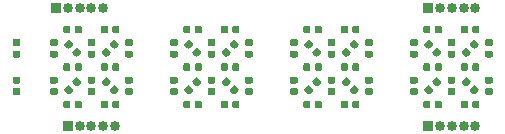
<source format=gbr>
G04 #@! TF.GenerationSoftware,KiCad,Pcbnew,(5.1.4)-1*
G04 #@! TF.CreationDate,2020-11-21T13:07:17-08:00*
G04 #@! TF.ProjectId,ufc_v4_opt,7566635f-7634-45f6-9f70-742e6b696361,rev?*
G04 #@! TF.SameCoordinates,Original*
G04 #@! TF.FileFunction,Copper,L1,Top*
G04 #@! TF.FilePolarity,Positive*
%FSLAX46Y46*%
G04 Gerber Fmt 4.6, Leading zero omitted, Abs format (unit mm)*
G04 Created by KiCad (PCBNEW (5.1.4)-1) date 2020-11-21 13:07:17*
%MOMM*%
%LPD*%
G04 APERTURE LIST*
%ADD10O,0.850000X0.850000*%
%ADD11R,0.850000X0.850000*%
%ADD12C,0.100000*%
%ADD13C,0.590000*%
G04 APERTURE END LIST*
D10*
X155737500Y-83042000D03*
X154737500Y-83042000D03*
X153737500Y-83042000D03*
X152737500Y-83042000D03*
D11*
X151737500Y-83042000D03*
D10*
X187237500Y-83042000D03*
X186237500Y-83042000D03*
X185237500Y-83042000D03*
X184237500Y-83042000D03*
D11*
X183237500Y-83042000D03*
D10*
X156737500Y-93042000D03*
X155737500Y-93042000D03*
X154737500Y-93042000D03*
X153737500Y-93042000D03*
D11*
X152737500Y-93042000D03*
D10*
X187237500Y-93042000D03*
X186237500Y-93042000D03*
X185237500Y-93042000D03*
X184237500Y-93042000D03*
D11*
X183237500Y-93042000D03*
D12*
G36*
X151743458Y-86674710D02*
G01*
X151757776Y-86676834D01*
X151771817Y-86680351D01*
X151785446Y-86685228D01*
X151798531Y-86691417D01*
X151810947Y-86698858D01*
X151822573Y-86707481D01*
X151833298Y-86717202D01*
X151843019Y-86727927D01*
X151851642Y-86739553D01*
X151859083Y-86751969D01*
X151865272Y-86765054D01*
X151870149Y-86778683D01*
X151873666Y-86792724D01*
X151875790Y-86807042D01*
X151876500Y-86821500D01*
X151876500Y-87116500D01*
X151875790Y-87130958D01*
X151873666Y-87145276D01*
X151870149Y-87159317D01*
X151865272Y-87172946D01*
X151859083Y-87186031D01*
X151851642Y-87198447D01*
X151843019Y-87210073D01*
X151833298Y-87220798D01*
X151822573Y-87230519D01*
X151810947Y-87239142D01*
X151798531Y-87246583D01*
X151785446Y-87252772D01*
X151771817Y-87257649D01*
X151757776Y-87261166D01*
X151743458Y-87263290D01*
X151729000Y-87264000D01*
X151384000Y-87264000D01*
X151369542Y-87263290D01*
X151355224Y-87261166D01*
X151341183Y-87257649D01*
X151327554Y-87252772D01*
X151314469Y-87246583D01*
X151302053Y-87239142D01*
X151290427Y-87230519D01*
X151279702Y-87220798D01*
X151269981Y-87210073D01*
X151261358Y-87198447D01*
X151253917Y-87186031D01*
X151247728Y-87172946D01*
X151242851Y-87159317D01*
X151239334Y-87145276D01*
X151237210Y-87130958D01*
X151236500Y-87116500D01*
X151236500Y-86821500D01*
X151237210Y-86807042D01*
X151239334Y-86792724D01*
X151242851Y-86778683D01*
X151247728Y-86765054D01*
X151253917Y-86751969D01*
X151261358Y-86739553D01*
X151269981Y-86727927D01*
X151279702Y-86717202D01*
X151290427Y-86707481D01*
X151302053Y-86698858D01*
X151314469Y-86691417D01*
X151327554Y-86685228D01*
X151341183Y-86680351D01*
X151355224Y-86676834D01*
X151369542Y-86674710D01*
X151384000Y-86674000D01*
X151729000Y-86674000D01*
X151743458Y-86674710D01*
X151743458Y-86674710D01*
G37*
D13*
X151556500Y-86969000D03*
D12*
G36*
X151743458Y-85704710D02*
G01*
X151757776Y-85706834D01*
X151771817Y-85710351D01*
X151785446Y-85715228D01*
X151798531Y-85721417D01*
X151810947Y-85728858D01*
X151822573Y-85737481D01*
X151833298Y-85747202D01*
X151843019Y-85757927D01*
X151851642Y-85769553D01*
X151859083Y-85781969D01*
X151865272Y-85795054D01*
X151870149Y-85808683D01*
X151873666Y-85822724D01*
X151875790Y-85837042D01*
X151876500Y-85851500D01*
X151876500Y-86146500D01*
X151875790Y-86160958D01*
X151873666Y-86175276D01*
X151870149Y-86189317D01*
X151865272Y-86202946D01*
X151859083Y-86216031D01*
X151851642Y-86228447D01*
X151843019Y-86240073D01*
X151833298Y-86250798D01*
X151822573Y-86260519D01*
X151810947Y-86269142D01*
X151798531Y-86276583D01*
X151785446Y-86282772D01*
X151771817Y-86287649D01*
X151757776Y-86291166D01*
X151743458Y-86293290D01*
X151729000Y-86294000D01*
X151384000Y-86294000D01*
X151369542Y-86293290D01*
X151355224Y-86291166D01*
X151341183Y-86287649D01*
X151327554Y-86282772D01*
X151314469Y-86276583D01*
X151302053Y-86269142D01*
X151290427Y-86260519D01*
X151279702Y-86250798D01*
X151269981Y-86240073D01*
X151261358Y-86228447D01*
X151253917Y-86216031D01*
X151247728Y-86202946D01*
X151242851Y-86189317D01*
X151239334Y-86175276D01*
X151237210Y-86160958D01*
X151236500Y-86146500D01*
X151236500Y-85851500D01*
X151237210Y-85837042D01*
X151239334Y-85822724D01*
X151242851Y-85808683D01*
X151247728Y-85795054D01*
X151253917Y-85781969D01*
X151261358Y-85769553D01*
X151269981Y-85757927D01*
X151279702Y-85747202D01*
X151290427Y-85737481D01*
X151302053Y-85728858D01*
X151314469Y-85721417D01*
X151327554Y-85715228D01*
X151341183Y-85710351D01*
X151355224Y-85706834D01*
X151369542Y-85704710D01*
X151384000Y-85704000D01*
X151729000Y-85704000D01*
X151743458Y-85704710D01*
X151743458Y-85704710D01*
G37*
D13*
X151556500Y-85999000D03*
D12*
G36*
X151743458Y-88879710D02*
G01*
X151757776Y-88881834D01*
X151771817Y-88885351D01*
X151785446Y-88890228D01*
X151798531Y-88896417D01*
X151810947Y-88903858D01*
X151822573Y-88912481D01*
X151833298Y-88922202D01*
X151843019Y-88932927D01*
X151851642Y-88944553D01*
X151859083Y-88956969D01*
X151865272Y-88970054D01*
X151870149Y-88983683D01*
X151873666Y-88997724D01*
X151875790Y-89012042D01*
X151876500Y-89026500D01*
X151876500Y-89321500D01*
X151875790Y-89335958D01*
X151873666Y-89350276D01*
X151870149Y-89364317D01*
X151865272Y-89377946D01*
X151859083Y-89391031D01*
X151851642Y-89403447D01*
X151843019Y-89415073D01*
X151833298Y-89425798D01*
X151822573Y-89435519D01*
X151810947Y-89444142D01*
X151798531Y-89451583D01*
X151785446Y-89457772D01*
X151771817Y-89462649D01*
X151757776Y-89466166D01*
X151743458Y-89468290D01*
X151729000Y-89469000D01*
X151384000Y-89469000D01*
X151369542Y-89468290D01*
X151355224Y-89466166D01*
X151341183Y-89462649D01*
X151327554Y-89457772D01*
X151314469Y-89451583D01*
X151302053Y-89444142D01*
X151290427Y-89435519D01*
X151279702Y-89425798D01*
X151269981Y-89415073D01*
X151261358Y-89403447D01*
X151253917Y-89391031D01*
X151247728Y-89377946D01*
X151242851Y-89364317D01*
X151239334Y-89350276D01*
X151237210Y-89335958D01*
X151236500Y-89321500D01*
X151236500Y-89026500D01*
X151237210Y-89012042D01*
X151239334Y-88997724D01*
X151242851Y-88983683D01*
X151247728Y-88970054D01*
X151253917Y-88956969D01*
X151261358Y-88944553D01*
X151269981Y-88932927D01*
X151279702Y-88922202D01*
X151290427Y-88912481D01*
X151302053Y-88903858D01*
X151314469Y-88896417D01*
X151327554Y-88890228D01*
X151341183Y-88885351D01*
X151355224Y-88881834D01*
X151369542Y-88879710D01*
X151384000Y-88879000D01*
X151729000Y-88879000D01*
X151743458Y-88879710D01*
X151743458Y-88879710D01*
G37*
D13*
X151556500Y-89174000D03*
D12*
G36*
X151743458Y-89849710D02*
G01*
X151757776Y-89851834D01*
X151771817Y-89855351D01*
X151785446Y-89860228D01*
X151798531Y-89866417D01*
X151810947Y-89873858D01*
X151822573Y-89882481D01*
X151833298Y-89892202D01*
X151843019Y-89902927D01*
X151851642Y-89914553D01*
X151859083Y-89926969D01*
X151865272Y-89940054D01*
X151870149Y-89953683D01*
X151873666Y-89967724D01*
X151875790Y-89982042D01*
X151876500Y-89996500D01*
X151876500Y-90291500D01*
X151875790Y-90305958D01*
X151873666Y-90320276D01*
X151870149Y-90334317D01*
X151865272Y-90347946D01*
X151859083Y-90361031D01*
X151851642Y-90373447D01*
X151843019Y-90385073D01*
X151833298Y-90395798D01*
X151822573Y-90405519D01*
X151810947Y-90414142D01*
X151798531Y-90421583D01*
X151785446Y-90427772D01*
X151771817Y-90432649D01*
X151757776Y-90436166D01*
X151743458Y-90438290D01*
X151729000Y-90439000D01*
X151384000Y-90439000D01*
X151369542Y-90438290D01*
X151355224Y-90436166D01*
X151341183Y-90432649D01*
X151327554Y-90427772D01*
X151314469Y-90421583D01*
X151302053Y-90414142D01*
X151290427Y-90405519D01*
X151279702Y-90395798D01*
X151269981Y-90385073D01*
X151261358Y-90373447D01*
X151253917Y-90361031D01*
X151247728Y-90347946D01*
X151242851Y-90334317D01*
X151239334Y-90320276D01*
X151237210Y-90305958D01*
X151236500Y-90291500D01*
X151236500Y-89996500D01*
X151237210Y-89982042D01*
X151239334Y-89967724D01*
X151242851Y-89953683D01*
X151247728Y-89940054D01*
X151253917Y-89926969D01*
X151261358Y-89914553D01*
X151269981Y-89902927D01*
X151279702Y-89892202D01*
X151290427Y-89882481D01*
X151302053Y-89873858D01*
X151314469Y-89866417D01*
X151327554Y-89860228D01*
X151341183Y-89855351D01*
X151355224Y-89851834D01*
X151369542Y-89849710D01*
X151384000Y-89849000D01*
X151729000Y-89849000D01*
X151743458Y-89849710D01*
X151743458Y-89849710D01*
G37*
D13*
X151556500Y-90144000D03*
D12*
G36*
X152820958Y-84577210D02*
G01*
X152835276Y-84579334D01*
X152849317Y-84582851D01*
X152862946Y-84587728D01*
X152876031Y-84593917D01*
X152888447Y-84601358D01*
X152900073Y-84609981D01*
X152910798Y-84619702D01*
X152920519Y-84630427D01*
X152929142Y-84642053D01*
X152936583Y-84654469D01*
X152942772Y-84667554D01*
X152947649Y-84681183D01*
X152951166Y-84695224D01*
X152953290Y-84709542D01*
X152954000Y-84724000D01*
X152954000Y-85069000D01*
X152953290Y-85083458D01*
X152951166Y-85097776D01*
X152947649Y-85111817D01*
X152942772Y-85125446D01*
X152936583Y-85138531D01*
X152929142Y-85150947D01*
X152920519Y-85162573D01*
X152910798Y-85173298D01*
X152900073Y-85183019D01*
X152888447Y-85191642D01*
X152876031Y-85199083D01*
X152862946Y-85205272D01*
X152849317Y-85210149D01*
X152835276Y-85213666D01*
X152820958Y-85215790D01*
X152806500Y-85216500D01*
X152511500Y-85216500D01*
X152497042Y-85215790D01*
X152482724Y-85213666D01*
X152468683Y-85210149D01*
X152455054Y-85205272D01*
X152441969Y-85199083D01*
X152429553Y-85191642D01*
X152417927Y-85183019D01*
X152407202Y-85173298D01*
X152397481Y-85162573D01*
X152388858Y-85150947D01*
X152381417Y-85138531D01*
X152375228Y-85125446D01*
X152370351Y-85111817D01*
X152366834Y-85097776D01*
X152364710Y-85083458D01*
X152364000Y-85069000D01*
X152364000Y-84724000D01*
X152364710Y-84709542D01*
X152366834Y-84695224D01*
X152370351Y-84681183D01*
X152375228Y-84667554D01*
X152381417Y-84654469D01*
X152388858Y-84642053D01*
X152397481Y-84630427D01*
X152407202Y-84619702D01*
X152417927Y-84609981D01*
X152429553Y-84601358D01*
X152441969Y-84593917D01*
X152455054Y-84587728D01*
X152468683Y-84582851D01*
X152482724Y-84579334D01*
X152497042Y-84577210D01*
X152511500Y-84576500D01*
X152806500Y-84576500D01*
X152820958Y-84577210D01*
X152820958Y-84577210D01*
G37*
D13*
X152659000Y-84896500D03*
D12*
G36*
X153790958Y-84577210D02*
G01*
X153805276Y-84579334D01*
X153819317Y-84582851D01*
X153832946Y-84587728D01*
X153846031Y-84593917D01*
X153858447Y-84601358D01*
X153870073Y-84609981D01*
X153880798Y-84619702D01*
X153890519Y-84630427D01*
X153899142Y-84642053D01*
X153906583Y-84654469D01*
X153912772Y-84667554D01*
X153917649Y-84681183D01*
X153921166Y-84695224D01*
X153923290Y-84709542D01*
X153924000Y-84724000D01*
X153924000Y-85069000D01*
X153923290Y-85083458D01*
X153921166Y-85097776D01*
X153917649Y-85111817D01*
X153912772Y-85125446D01*
X153906583Y-85138531D01*
X153899142Y-85150947D01*
X153890519Y-85162573D01*
X153880798Y-85173298D01*
X153870073Y-85183019D01*
X153858447Y-85191642D01*
X153846031Y-85199083D01*
X153832946Y-85205272D01*
X153819317Y-85210149D01*
X153805276Y-85213666D01*
X153790958Y-85215790D01*
X153776500Y-85216500D01*
X153481500Y-85216500D01*
X153467042Y-85215790D01*
X153452724Y-85213666D01*
X153438683Y-85210149D01*
X153425054Y-85205272D01*
X153411969Y-85199083D01*
X153399553Y-85191642D01*
X153387927Y-85183019D01*
X153377202Y-85173298D01*
X153367481Y-85162573D01*
X153358858Y-85150947D01*
X153351417Y-85138531D01*
X153345228Y-85125446D01*
X153340351Y-85111817D01*
X153336834Y-85097776D01*
X153334710Y-85083458D01*
X153334000Y-85069000D01*
X153334000Y-84724000D01*
X153334710Y-84709542D01*
X153336834Y-84695224D01*
X153340351Y-84681183D01*
X153345228Y-84667554D01*
X153351417Y-84654469D01*
X153358858Y-84642053D01*
X153367481Y-84630427D01*
X153377202Y-84619702D01*
X153387927Y-84609981D01*
X153399553Y-84601358D01*
X153411969Y-84593917D01*
X153425054Y-84587728D01*
X153438683Y-84582851D01*
X153452724Y-84579334D01*
X153467042Y-84577210D01*
X153481500Y-84576500D01*
X153776500Y-84576500D01*
X153790958Y-84577210D01*
X153790958Y-84577210D01*
G37*
D13*
X153629000Y-84896500D03*
D12*
G36*
X153519083Y-86453883D02*
G01*
X153533401Y-86456007D01*
X153547442Y-86459524D01*
X153561071Y-86464401D01*
X153574156Y-86470590D01*
X153586572Y-86478031D01*
X153598198Y-86486654D01*
X153608923Y-86496375D01*
X153817519Y-86704971D01*
X153827240Y-86715696D01*
X153835863Y-86727322D01*
X153843304Y-86739738D01*
X153849493Y-86752823D01*
X153854370Y-86766452D01*
X153857887Y-86780493D01*
X153860011Y-86794811D01*
X153860721Y-86809269D01*
X153860011Y-86823727D01*
X153857887Y-86838045D01*
X153854370Y-86852086D01*
X153849493Y-86865715D01*
X153843304Y-86878800D01*
X153835863Y-86891216D01*
X153827240Y-86902842D01*
X153817519Y-86913567D01*
X153573567Y-87157519D01*
X153562842Y-87167240D01*
X153551216Y-87175863D01*
X153538800Y-87183304D01*
X153525715Y-87189493D01*
X153512086Y-87194370D01*
X153498045Y-87197887D01*
X153483727Y-87200011D01*
X153469269Y-87200721D01*
X153454811Y-87200011D01*
X153440493Y-87197887D01*
X153426452Y-87194370D01*
X153412823Y-87189493D01*
X153399738Y-87183304D01*
X153387322Y-87175863D01*
X153375696Y-87167240D01*
X153364971Y-87157519D01*
X153156375Y-86948923D01*
X153146654Y-86938198D01*
X153138031Y-86926572D01*
X153130590Y-86914156D01*
X153124401Y-86901071D01*
X153119524Y-86887442D01*
X153116007Y-86873401D01*
X153113883Y-86859083D01*
X153113173Y-86844625D01*
X153113883Y-86830167D01*
X153116007Y-86815849D01*
X153119524Y-86801808D01*
X153124401Y-86788179D01*
X153130590Y-86775094D01*
X153138031Y-86762678D01*
X153146654Y-86751052D01*
X153156375Y-86740327D01*
X153400327Y-86496375D01*
X153411052Y-86486654D01*
X153422678Y-86478031D01*
X153435094Y-86470590D01*
X153448179Y-86464401D01*
X153461808Y-86459524D01*
X153475849Y-86456007D01*
X153490167Y-86453883D01*
X153504625Y-86453173D01*
X153519083Y-86453883D01*
X153519083Y-86453883D01*
G37*
D13*
X153486947Y-86826947D03*
D12*
G36*
X152833189Y-85767989D02*
G01*
X152847507Y-85770113D01*
X152861548Y-85773630D01*
X152875177Y-85778507D01*
X152888262Y-85784696D01*
X152900678Y-85792137D01*
X152912304Y-85800760D01*
X152923029Y-85810481D01*
X153131625Y-86019077D01*
X153141346Y-86029802D01*
X153149969Y-86041428D01*
X153157410Y-86053844D01*
X153163599Y-86066929D01*
X153168476Y-86080558D01*
X153171993Y-86094599D01*
X153174117Y-86108917D01*
X153174827Y-86123375D01*
X153174117Y-86137833D01*
X153171993Y-86152151D01*
X153168476Y-86166192D01*
X153163599Y-86179821D01*
X153157410Y-86192906D01*
X153149969Y-86205322D01*
X153141346Y-86216948D01*
X153131625Y-86227673D01*
X152887673Y-86471625D01*
X152876948Y-86481346D01*
X152865322Y-86489969D01*
X152852906Y-86497410D01*
X152839821Y-86503599D01*
X152826192Y-86508476D01*
X152812151Y-86511993D01*
X152797833Y-86514117D01*
X152783375Y-86514827D01*
X152768917Y-86514117D01*
X152754599Y-86511993D01*
X152740558Y-86508476D01*
X152726929Y-86503599D01*
X152713844Y-86497410D01*
X152701428Y-86489969D01*
X152689802Y-86481346D01*
X152679077Y-86471625D01*
X152470481Y-86263029D01*
X152460760Y-86252304D01*
X152452137Y-86240678D01*
X152444696Y-86228262D01*
X152438507Y-86215177D01*
X152433630Y-86201548D01*
X152430113Y-86187507D01*
X152427989Y-86173189D01*
X152427279Y-86158731D01*
X152427989Y-86144273D01*
X152430113Y-86129955D01*
X152433630Y-86115914D01*
X152438507Y-86102285D01*
X152444696Y-86089200D01*
X152452137Y-86076784D01*
X152460760Y-86065158D01*
X152470481Y-86054433D01*
X152714433Y-85810481D01*
X152725158Y-85800760D01*
X152736784Y-85792137D01*
X152749200Y-85784696D01*
X152762285Y-85778507D01*
X152775914Y-85773630D01*
X152789955Y-85770113D01*
X152804273Y-85767989D01*
X152818731Y-85767279D01*
X152833189Y-85767989D01*
X152833189Y-85767989D01*
G37*
D13*
X152801053Y-86141053D03*
D12*
G36*
X152820958Y-87752210D02*
G01*
X152835276Y-87754334D01*
X152849317Y-87757851D01*
X152862946Y-87762728D01*
X152876031Y-87768917D01*
X152888447Y-87776358D01*
X152900073Y-87784981D01*
X152910798Y-87794702D01*
X152920519Y-87805427D01*
X152929142Y-87817053D01*
X152936583Y-87829469D01*
X152942772Y-87842554D01*
X152947649Y-87856183D01*
X152951166Y-87870224D01*
X152953290Y-87884542D01*
X152954000Y-87899000D01*
X152954000Y-88244000D01*
X152953290Y-88258458D01*
X152951166Y-88272776D01*
X152947649Y-88286817D01*
X152942772Y-88300446D01*
X152936583Y-88313531D01*
X152929142Y-88325947D01*
X152920519Y-88337573D01*
X152910798Y-88348298D01*
X152900073Y-88358019D01*
X152888447Y-88366642D01*
X152876031Y-88374083D01*
X152862946Y-88380272D01*
X152849317Y-88385149D01*
X152835276Y-88388666D01*
X152820958Y-88390790D01*
X152806500Y-88391500D01*
X152511500Y-88391500D01*
X152497042Y-88390790D01*
X152482724Y-88388666D01*
X152468683Y-88385149D01*
X152455054Y-88380272D01*
X152441969Y-88374083D01*
X152429553Y-88366642D01*
X152417927Y-88358019D01*
X152407202Y-88348298D01*
X152397481Y-88337573D01*
X152388858Y-88325947D01*
X152381417Y-88313531D01*
X152375228Y-88300446D01*
X152370351Y-88286817D01*
X152366834Y-88272776D01*
X152364710Y-88258458D01*
X152364000Y-88244000D01*
X152364000Y-87899000D01*
X152364710Y-87884542D01*
X152366834Y-87870224D01*
X152370351Y-87856183D01*
X152375228Y-87842554D01*
X152381417Y-87829469D01*
X152388858Y-87817053D01*
X152397481Y-87805427D01*
X152407202Y-87794702D01*
X152417927Y-87784981D01*
X152429553Y-87776358D01*
X152441969Y-87768917D01*
X152455054Y-87762728D01*
X152468683Y-87757851D01*
X152482724Y-87754334D01*
X152497042Y-87752210D01*
X152511500Y-87751500D01*
X152806500Y-87751500D01*
X152820958Y-87752210D01*
X152820958Y-87752210D01*
G37*
D13*
X152659000Y-88071500D03*
D12*
G36*
X153790958Y-87752210D02*
G01*
X153805276Y-87754334D01*
X153819317Y-87757851D01*
X153832946Y-87762728D01*
X153846031Y-87768917D01*
X153858447Y-87776358D01*
X153870073Y-87784981D01*
X153880798Y-87794702D01*
X153890519Y-87805427D01*
X153899142Y-87817053D01*
X153906583Y-87829469D01*
X153912772Y-87842554D01*
X153917649Y-87856183D01*
X153921166Y-87870224D01*
X153923290Y-87884542D01*
X153924000Y-87899000D01*
X153924000Y-88244000D01*
X153923290Y-88258458D01*
X153921166Y-88272776D01*
X153917649Y-88286817D01*
X153912772Y-88300446D01*
X153906583Y-88313531D01*
X153899142Y-88325947D01*
X153890519Y-88337573D01*
X153880798Y-88348298D01*
X153870073Y-88358019D01*
X153858447Y-88366642D01*
X153846031Y-88374083D01*
X153832946Y-88380272D01*
X153819317Y-88385149D01*
X153805276Y-88388666D01*
X153790958Y-88390790D01*
X153776500Y-88391500D01*
X153481500Y-88391500D01*
X153467042Y-88390790D01*
X153452724Y-88388666D01*
X153438683Y-88385149D01*
X153425054Y-88380272D01*
X153411969Y-88374083D01*
X153399553Y-88366642D01*
X153387927Y-88358019D01*
X153377202Y-88348298D01*
X153367481Y-88337573D01*
X153358858Y-88325947D01*
X153351417Y-88313531D01*
X153345228Y-88300446D01*
X153340351Y-88286817D01*
X153336834Y-88272776D01*
X153334710Y-88258458D01*
X153334000Y-88244000D01*
X153334000Y-87899000D01*
X153334710Y-87884542D01*
X153336834Y-87870224D01*
X153340351Y-87856183D01*
X153345228Y-87842554D01*
X153351417Y-87829469D01*
X153358858Y-87817053D01*
X153367481Y-87805427D01*
X153377202Y-87794702D01*
X153387927Y-87784981D01*
X153399553Y-87776358D01*
X153411969Y-87768917D01*
X153425054Y-87762728D01*
X153438683Y-87757851D01*
X153452724Y-87754334D01*
X153467042Y-87752210D01*
X153481500Y-87751500D01*
X153776500Y-87751500D01*
X153790958Y-87752210D01*
X153790958Y-87752210D01*
G37*
D13*
X153629000Y-88071500D03*
D12*
G36*
X153483727Y-88942989D02*
G01*
X153498045Y-88945113D01*
X153512086Y-88948630D01*
X153525715Y-88953507D01*
X153538800Y-88959696D01*
X153551216Y-88967137D01*
X153562842Y-88975760D01*
X153573567Y-88985481D01*
X153817519Y-89229433D01*
X153827240Y-89240158D01*
X153835863Y-89251784D01*
X153843304Y-89264200D01*
X153849493Y-89277285D01*
X153854370Y-89290914D01*
X153857887Y-89304955D01*
X153860011Y-89319273D01*
X153860721Y-89333731D01*
X153860011Y-89348189D01*
X153857887Y-89362507D01*
X153854370Y-89376548D01*
X153849493Y-89390177D01*
X153843304Y-89403262D01*
X153835863Y-89415678D01*
X153827240Y-89427304D01*
X153817519Y-89438029D01*
X153608923Y-89646625D01*
X153598198Y-89656346D01*
X153586572Y-89664969D01*
X153574156Y-89672410D01*
X153561071Y-89678599D01*
X153547442Y-89683476D01*
X153533401Y-89686993D01*
X153519083Y-89689117D01*
X153504625Y-89689827D01*
X153490167Y-89689117D01*
X153475849Y-89686993D01*
X153461808Y-89683476D01*
X153448179Y-89678599D01*
X153435094Y-89672410D01*
X153422678Y-89664969D01*
X153411052Y-89656346D01*
X153400327Y-89646625D01*
X153156375Y-89402673D01*
X153146654Y-89391948D01*
X153138031Y-89380322D01*
X153130590Y-89367906D01*
X153124401Y-89354821D01*
X153119524Y-89341192D01*
X153116007Y-89327151D01*
X153113883Y-89312833D01*
X153113173Y-89298375D01*
X153113883Y-89283917D01*
X153116007Y-89269599D01*
X153119524Y-89255558D01*
X153124401Y-89241929D01*
X153130590Y-89228844D01*
X153138031Y-89216428D01*
X153146654Y-89204802D01*
X153156375Y-89194077D01*
X153364971Y-88985481D01*
X153375696Y-88975760D01*
X153387322Y-88967137D01*
X153399738Y-88959696D01*
X153412823Y-88953507D01*
X153426452Y-88948630D01*
X153440493Y-88945113D01*
X153454811Y-88942989D01*
X153469269Y-88942279D01*
X153483727Y-88942989D01*
X153483727Y-88942989D01*
G37*
D13*
X153486947Y-89316053D03*
D12*
G36*
X152797833Y-89628883D02*
G01*
X152812151Y-89631007D01*
X152826192Y-89634524D01*
X152839821Y-89639401D01*
X152852906Y-89645590D01*
X152865322Y-89653031D01*
X152876948Y-89661654D01*
X152887673Y-89671375D01*
X153131625Y-89915327D01*
X153141346Y-89926052D01*
X153149969Y-89937678D01*
X153157410Y-89950094D01*
X153163599Y-89963179D01*
X153168476Y-89976808D01*
X153171993Y-89990849D01*
X153174117Y-90005167D01*
X153174827Y-90019625D01*
X153174117Y-90034083D01*
X153171993Y-90048401D01*
X153168476Y-90062442D01*
X153163599Y-90076071D01*
X153157410Y-90089156D01*
X153149969Y-90101572D01*
X153141346Y-90113198D01*
X153131625Y-90123923D01*
X152923029Y-90332519D01*
X152912304Y-90342240D01*
X152900678Y-90350863D01*
X152888262Y-90358304D01*
X152875177Y-90364493D01*
X152861548Y-90369370D01*
X152847507Y-90372887D01*
X152833189Y-90375011D01*
X152818731Y-90375721D01*
X152804273Y-90375011D01*
X152789955Y-90372887D01*
X152775914Y-90369370D01*
X152762285Y-90364493D01*
X152749200Y-90358304D01*
X152736784Y-90350863D01*
X152725158Y-90342240D01*
X152714433Y-90332519D01*
X152470481Y-90088567D01*
X152460760Y-90077842D01*
X152452137Y-90066216D01*
X152444696Y-90053800D01*
X152438507Y-90040715D01*
X152433630Y-90027086D01*
X152430113Y-90013045D01*
X152427989Y-89998727D01*
X152427279Y-89984269D01*
X152427989Y-89969811D01*
X152430113Y-89955493D01*
X152433630Y-89941452D01*
X152438507Y-89927823D01*
X152444696Y-89914738D01*
X152452137Y-89902322D01*
X152460760Y-89890696D01*
X152470481Y-89879971D01*
X152679077Y-89671375D01*
X152689802Y-89661654D01*
X152701428Y-89653031D01*
X152713844Y-89645590D01*
X152726929Y-89639401D01*
X152740558Y-89634524D01*
X152754599Y-89631007D01*
X152768917Y-89628883D01*
X152783375Y-89628173D01*
X152797833Y-89628883D01*
X152797833Y-89628883D01*
G37*
D13*
X152801053Y-90001947D03*
D12*
G36*
X152820958Y-90927210D02*
G01*
X152835276Y-90929334D01*
X152849317Y-90932851D01*
X152862946Y-90937728D01*
X152876031Y-90943917D01*
X152888447Y-90951358D01*
X152900073Y-90959981D01*
X152910798Y-90969702D01*
X152920519Y-90980427D01*
X152929142Y-90992053D01*
X152936583Y-91004469D01*
X152942772Y-91017554D01*
X152947649Y-91031183D01*
X152951166Y-91045224D01*
X152953290Y-91059542D01*
X152954000Y-91074000D01*
X152954000Y-91419000D01*
X152953290Y-91433458D01*
X152951166Y-91447776D01*
X152947649Y-91461817D01*
X152942772Y-91475446D01*
X152936583Y-91488531D01*
X152929142Y-91500947D01*
X152920519Y-91512573D01*
X152910798Y-91523298D01*
X152900073Y-91533019D01*
X152888447Y-91541642D01*
X152876031Y-91549083D01*
X152862946Y-91555272D01*
X152849317Y-91560149D01*
X152835276Y-91563666D01*
X152820958Y-91565790D01*
X152806500Y-91566500D01*
X152511500Y-91566500D01*
X152497042Y-91565790D01*
X152482724Y-91563666D01*
X152468683Y-91560149D01*
X152455054Y-91555272D01*
X152441969Y-91549083D01*
X152429553Y-91541642D01*
X152417927Y-91533019D01*
X152407202Y-91523298D01*
X152397481Y-91512573D01*
X152388858Y-91500947D01*
X152381417Y-91488531D01*
X152375228Y-91475446D01*
X152370351Y-91461817D01*
X152366834Y-91447776D01*
X152364710Y-91433458D01*
X152364000Y-91419000D01*
X152364000Y-91074000D01*
X152364710Y-91059542D01*
X152366834Y-91045224D01*
X152370351Y-91031183D01*
X152375228Y-91017554D01*
X152381417Y-91004469D01*
X152388858Y-90992053D01*
X152397481Y-90980427D01*
X152407202Y-90969702D01*
X152417927Y-90959981D01*
X152429553Y-90951358D01*
X152441969Y-90943917D01*
X152455054Y-90937728D01*
X152468683Y-90932851D01*
X152482724Y-90929334D01*
X152497042Y-90927210D01*
X152511500Y-90926500D01*
X152806500Y-90926500D01*
X152820958Y-90927210D01*
X152820958Y-90927210D01*
G37*
D13*
X152659000Y-91246500D03*
D12*
G36*
X153790958Y-90927210D02*
G01*
X153805276Y-90929334D01*
X153819317Y-90932851D01*
X153832946Y-90937728D01*
X153846031Y-90943917D01*
X153858447Y-90951358D01*
X153870073Y-90959981D01*
X153880798Y-90969702D01*
X153890519Y-90980427D01*
X153899142Y-90992053D01*
X153906583Y-91004469D01*
X153912772Y-91017554D01*
X153917649Y-91031183D01*
X153921166Y-91045224D01*
X153923290Y-91059542D01*
X153924000Y-91074000D01*
X153924000Y-91419000D01*
X153923290Y-91433458D01*
X153921166Y-91447776D01*
X153917649Y-91461817D01*
X153912772Y-91475446D01*
X153906583Y-91488531D01*
X153899142Y-91500947D01*
X153890519Y-91512573D01*
X153880798Y-91523298D01*
X153870073Y-91533019D01*
X153858447Y-91541642D01*
X153846031Y-91549083D01*
X153832946Y-91555272D01*
X153819317Y-91560149D01*
X153805276Y-91563666D01*
X153790958Y-91565790D01*
X153776500Y-91566500D01*
X153481500Y-91566500D01*
X153467042Y-91565790D01*
X153452724Y-91563666D01*
X153438683Y-91560149D01*
X153425054Y-91555272D01*
X153411969Y-91549083D01*
X153399553Y-91541642D01*
X153387927Y-91533019D01*
X153377202Y-91523298D01*
X153367481Y-91512573D01*
X153358858Y-91500947D01*
X153351417Y-91488531D01*
X153345228Y-91475446D01*
X153340351Y-91461817D01*
X153336834Y-91447776D01*
X153334710Y-91433458D01*
X153334000Y-91419000D01*
X153334000Y-91074000D01*
X153334710Y-91059542D01*
X153336834Y-91045224D01*
X153340351Y-91031183D01*
X153345228Y-91017554D01*
X153351417Y-91004469D01*
X153358858Y-90992053D01*
X153367481Y-90980427D01*
X153377202Y-90969702D01*
X153387927Y-90959981D01*
X153399553Y-90951358D01*
X153411969Y-90943917D01*
X153425054Y-90937728D01*
X153438683Y-90932851D01*
X153452724Y-90929334D01*
X153467042Y-90927210D01*
X153481500Y-90926500D01*
X153776500Y-90926500D01*
X153790958Y-90927210D01*
X153790958Y-90927210D01*
G37*
D13*
X153629000Y-91246500D03*
D12*
G36*
X154918458Y-86674710D02*
G01*
X154932776Y-86676834D01*
X154946817Y-86680351D01*
X154960446Y-86685228D01*
X154973531Y-86691417D01*
X154985947Y-86698858D01*
X154997573Y-86707481D01*
X155008298Y-86717202D01*
X155018019Y-86727927D01*
X155026642Y-86739553D01*
X155034083Y-86751969D01*
X155040272Y-86765054D01*
X155045149Y-86778683D01*
X155048666Y-86792724D01*
X155050790Y-86807042D01*
X155051500Y-86821500D01*
X155051500Y-87116500D01*
X155050790Y-87130958D01*
X155048666Y-87145276D01*
X155045149Y-87159317D01*
X155040272Y-87172946D01*
X155034083Y-87186031D01*
X155026642Y-87198447D01*
X155018019Y-87210073D01*
X155008298Y-87220798D01*
X154997573Y-87230519D01*
X154985947Y-87239142D01*
X154973531Y-87246583D01*
X154960446Y-87252772D01*
X154946817Y-87257649D01*
X154932776Y-87261166D01*
X154918458Y-87263290D01*
X154904000Y-87264000D01*
X154559000Y-87264000D01*
X154544542Y-87263290D01*
X154530224Y-87261166D01*
X154516183Y-87257649D01*
X154502554Y-87252772D01*
X154489469Y-87246583D01*
X154477053Y-87239142D01*
X154465427Y-87230519D01*
X154454702Y-87220798D01*
X154444981Y-87210073D01*
X154436358Y-87198447D01*
X154428917Y-87186031D01*
X154422728Y-87172946D01*
X154417851Y-87159317D01*
X154414334Y-87145276D01*
X154412210Y-87130958D01*
X154411500Y-87116500D01*
X154411500Y-86821500D01*
X154412210Y-86807042D01*
X154414334Y-86792724D01*
X154417851Y-86778683D01*
X154422728Y-86765054D01*
X154428917Y-86751969D01*
X154436358Y-86739553D01*
X154444981Y-86727927D01*
X154454702Y-86717202D01*
X154465427Y-86707481D01*
X154477053Y-86698858D01*
X154489469Y-86691417D01*
X154502554Y-86685228D01*
X154516183Y-86680351D01*
X154530224Y-86676834D01*
X154544542Y-86674710D01*
X154559000Y-86674000D01*
X154904000Y-86674000D01*
X154918458Y-86674710D01*
X154918458Y-86674710D01*
G37*
D13*
X154731500Y-86969000D03*
D12*
G36*
X154918458Y-85704710D02*
G01*
X154932776Y-85706834D01*
X154946817Y-85710351D01*
X154960446Y-85715228D01*
X154973531Y-85721417D01*
X154985947Y-85728858D01*
X154997573Y-85737481D01*
X155008298Y-85747202D01*
X155018019Y-85757927D01*
X155026642Y-85769553D01*
X155034083Y-85781969D01*
X155040272Y-85795054D01*
X155045149Y-85808683D01*
X155048666Y-85822724D01*
X155050790Y-85837042D01*
X155051500Y-85851500D01*
X155051500Y-86146500D01*
X155050790Y-86160958D01*
X155048666Y-86175276D01*
X155045149Y-86189317D01*
X155040272Y-86202946D01*
X155034083Y-86216031D01*
X155026642Y-86228447D01*
X155018019Y-86240073D01*
X155008298Y-86250798D01*
X154997573Y-86260519D01*
X154985947Y-86269142D01*
X154973531Y-86276583D01*
X154960446Y-86282772D01*
X154946817Y-86287649D01*
X154932776Y-86291166D01*
X154918458Y-86293290D01*
X154904000Y-86294000D01*
X154559000Y-86294000D01*
X154544542Y-86293290D01*
X154530224Y-86291166D01*
X154516183Y-86287649D01*
X154502554Y-86282772D01*
X154489469Y-86276583D01*
X154477053Y-86269142D01*
X154465427Y-86260519D01*
X154454702Y-86250798D01*
X154444981Y-86240073D01*
X154436358Y-86228447D01*
X154428917Y-86216031D01*
X154422728Y-86202946D01*
X154417851Y-86189317D01*
X154414334Y-86175276D01*
X154412210Y-86160958D01*
X154411500Y-86146500D01*
X154411500Y-85851500D01*
X154412210Y-85837042D01*
X154414334Y-85822724D01*
X154417851Y-85808683D01*
X154422728Y-85795054D01*
X154428917Y-85781969D01*
X154436358Y-85769553D01*
X154444981Y-85757927D01*
X154454702Y-85747202D01*
X154465427Y-85737481D01*
X154477053Y-85728858D01*
X154489469Y-85721417D01*
X154502554Y-85715228D01*
X154516183Y-85710351D01*
X154530224Y-85706834D01*
X154544542Y-85704710D01*
X154559000Y-85704000D01*
X154904000Y-85704000D01*
X154918458Y-85704710D01*
X154918458Y-85704710D01*
G37*
D13*
X154731500Y-85999000D03*
D12*
G36*
X154918458Y-88879710D02*
G01*
X154932776Y-88881834D01*
X154946817Y-88885351D01*
X154960446Y-88890228D01*
X154973531Y-88896417D01*
X154985947Y-88903858D01*
X154997573Y-88912481D01*
X155008298Y-88922202D01*
X155018019Y-88932927D01*
X155026642Y-88944553D01*
X155034083Y-88956969D01*
X155040272Y-88970054D01*
X155045149Y-88983683D01*
X155048666Y-88997724D01*
X155050790Y-89012042D01*
X155051500Y-89026500D01*
X155051500Y-89321500D01*
X155050790Y-89335958D01*
X155048666Y-89350276D01*
X155045149Y-89364317D01*
X155040272Y-89377946D01*
X155034083Y-89391031D01*
X155026642Y-89403447D01*
X155018019Y-89415073D01*
X155008298Y-89425798D01*
X154997573Y-89435519D01*
X154985947Y-89444142D01*
X154973531Y-89451583D01*
X154960446Y-89457772D01*
X154946817Y-89462649D01*
X154932776Y-89466166D01*
X154918458Y-89468290D01*
X154904000Y-89469000D01*
X154559000Y-89469000D01*
X154544542Y-89468290D01*
X154530224Y-89466166D01*
X154516183Y-89462649D01*
X154502554Y-89457772D01*
X154489469Y-89451583D01*
X154477053Y-89444142D01*
X154465427Y-89435519D01*
X154454702Y-89425798D01*
X154444981Y-89415073D01*
X154436358Y-89403447D01*
X154428917Y-89391031D01*
X154422728Y-89377946D01*
X154417851Y-89364317D01*
X154414334Y-89350276D01*
X154412210Y-89335958D01*
X154411500Y-89321500D01*
X154411500Y-89026500D01*
X154412210Y-89012042D01*
X154414334Y-88997724D01*
X154417851Y-88983683D01*
X154422728Y-88970054D01*
X154428917Y-88956969D01*
X154436358Y-88944553D01*
X154444981Y-88932927D01*
X154454702Y-88922202D01*
X154465427Y-88912481D01*
X154477053Y-88903858D01*
X154489469Y-88896417D01*
X154502554Y-88890228D01*
X154516183Y-88885351D01*
X154530224Y-88881834D01*
X154544542Y-88879710D01*
X154559000Y-88879000D01*
X154904000Y-88879000D01*
X154918458Y-88879710D01*
X154918458Y-88879710D01*
G37*
D13*
X154731500Y-89174000D03*
D12*
G36*
X154918458Y-89849710D02*
G01*
X154932776Y-89851834D01*
X154946817Y-89855351D01*
X154960446Y-89860228D01*
X154973531Y-89866417D01*
X154985947Y-89873858D01*
X154997573Y-89882481D01*
X155008298Y-89892202D01*
X155018019Y-89902927D01*
X155026642Y-89914553D01*
X155034083Y-89926969D01*
X155040272Y-89940054D01*
X155045149Y-89953683D01*
X155048666Y-89967724D01*
X155050790Y-89982042D01*
X155051500Y-89996500D01*
X155051500Y-90291500D01*
X155050790Y-90305958D01*
X155048666Y-90320276D01*
X155045149Y-90334317D01*
X155040272Y-90347946D01*
X155034083Y-90361031D01*
X155026642Y-90373447D01*
X155018019Y-90385073D01*
X155008298Y-90395798D01*
X154997573Y-90405519D01*
X154985947Y-90414142D01*
X154973531Y-90421583D01*
X154960446Y-90427772D01*
X154946817Y-90432649D01*
X154932776Y-90436166D01*
X154918458Y-90438290D01*
X154904000Y-90439000D01*
X154559000Y-90439000D01*
X154544542Y-90438290D01*
X154530224Y-90436166D01*
X154516183Y-90432649D01*
X154502554Y-90427772D01*
X154489469Y-90421583D01*
X154477053Y-90414142D01*
X154465427Y-90405519D01*
X154454702Y-90395798D01*
X154444981Y-90385073D01*
X154436358Y-90373447D01*
X154428917Y-90361031D01*
X154422728Y-90347946D01*
X154417851Y-90334317D01*
X154414334Y-90320276D01*
X154412210Y-90305958D01*
X154411500Y-90291500D01*
X154411500Y-89996500D01*
X154412210Y-89982042D01*
X154414334Y-89967724D01*
X154417851Y-89953683D01*
X154422728Y-89940054D01*
X154428917Y-89926969D01*
X154436358Y-89914553D01*
X154444981Y-89902927D01*
X154454702Y-89892202D01*
X154465427Y-89882481D01*
X154477053Y-89873858D01*
X154489469Y-89866417D01*
X154502554Y-89860228D01*
X154516183Y-89855351D01*
X154530224Y-89851834D01*
X154544542Y-89849710D01*
X154559000Y-89849000D01*
X154904000Y-89849000D01*
X154918458Y-89849710D01*
X154918458Y-89849710D01*
G37*
D13*
X154731500Y-90144000D03*
D12*
G36*
X156965958Y-84577210D02*
G01*
X156980276Y-84579334D01*
X156994317Y-84582851D01*
X157007946Y-84587728D01*
X157021031Y-84593917D01*
X157033447Y-84601358D01*
X157045073Y-84609981D01*
X157055798Y-84619702D01*
X157065519Y-84630427D01*
X157074142Y-84642053D01*
X157081583Y-84654469D01*
X157087772Y-84667554D01*
X157092649Y-84681183D01*
X157096166Y-84695224D01*
X157098290Y-84709542D01*
X157099000Y-84724000D01*
X157099000Y-85069000D01*
X157098290Y-85083458D01*
X157096166Y-85097776D01*
X157092649Y-85111817D01*
X157087772Y-85125446D01*
X157081583Y-85138531D01*
X157074142Y-85150947D01*
X157065519Y-85162573D01*
X157055798Y-85173298D01*
X157045073Y-85183019D01*
X157033447Y-85191642D01*
X157021031Y-85199083D01*
X157007946Y-85205272D01*
X156994317Y-85210149D01*
X156980276Y-85213666D01*
X156965958Y-85215790D01*
X156951500Y-85216500D01*
X156656500Y-85216500D01*
X156642042Y-85215790D01*
X156627724Y-85213666D01*
X156613683Y-85210149D01*
X156600054Y-85205272D01*
X156586969Y-85199083D01*
X156574553Y-85191642D01*
X156562927Y-85183019D01*
X156552202Y-85173298D01*
X156542481Y-85162573D01*
X156533858Y-85150947D01*
X156526417Y-85138531D01*
X156520228Y-85125446D01*
X156515351Y-85111817D01*
X156511834Y-85097776D01*
X156509710Y-85083458D01*
X156509000Y-85069000D01*
X156509000Y-84724000D01*
X156509710Y-84709542D01*
X156511834Y-84695224D01*
X156515351Y-84681183D01*
X156520228Y-84667554D01*
X156526417Y-84654469D01*
X156533858Y-84642053D01*
X156542481Y-84630427D01*
X156552202Y-84619702D01*
X156562927Y-84609981D01*
X156574553Y-84601358D01*
X156586969Y-84593917D01*
X156600054Y-84587728D01*
X156613683Y-84582851D01*
X156627724Y-84579334D01*
X156642042Y-84577210D01*
X156656500Y-84576500D01*
X156951500Y-84576500D01*
X156965958Y-84577210D01*
X156965958Y-84577210D01*
G37*
D13*
X156804000Y-84896500D03*
D12*
G36*
X155995958Y-84577210D02*
G01*
X156010276Y-84579334D01*
X156024317Y-84582851D01*
X156037946Y-84587728D01*
X156051031Y-84593917D01*
X156063447Y-84601358D01*
X156075073Y-84609981D01*
X156085798Y-84619702D01*
X156095519Y-84630427D01*
X156104142Y-84642053D01*
X156111583Y-84654469D01*
X156117772Y-84667554D01*
X156122649Y-84681183D01*
X156126166Y-84695224D01*
X156128290Y-84709542D01*
X156129000Y-84724000D01*
X156129000Y-85069000D01*
X156128290Y-85083458D01*
X156126166Y-85097776D01*
X156122649Y-85111817D01*
X156117772Y-85125446D01*
X156111583Y-85138531D01*
X156104142Y-85150947D01*
X156095519Y-85162573D01*
X156085798Y-85173298D01*
X156075073Y-85183019D01*
X156063447Y-85191642D01*
X156051031Y-85199083D01*
X156037946Y-85205272D01*
X156024317Y-85210149D01*
X156010276Y-85213666D01*
X155995958Y-85215790D01*
X155981500Y-85216500D01*
X155686500Y-85216500D01*
X155672042Y-85215790D01*
X155657724Y-85213666D01*
X155643683Y-85210149D01*
X155630054Y-85205272D01*
X155616969Y-85199083D01*
X155604553Y-85191642D01*
X155592927Y-85183019D01*
X155582202Y-85173298D01*
X155572481Y-85162573D01*
X155563858Y-85150947D01*
X155556417Y-85138531D01*
X155550228Y-85125446D01*
X155545351Y-85111817D01*
X155541834Y-85097776D01*
X155539710Y-85083458D01*
X155539000Y-85069000D01*
X155539000Y-84724000D01*
X155539710Y-84709542D01*
X155541834Y-84695224D01*
X155545351Y-84681183D01*
X155550228Y-84667554D01*
X155556417Y-84654469D01*
X155563858Y-84642053D01*
X155572481Y-84630427D01*
X155582202Y-84619702D01*
X155592927Y-84609981D01*
X155604553Y-84601358D01*
X155616969Y-84593917D01*
X155630054Y-84587728D01*
X155643683Y-84582851D01*
X155657724Y-84579334D01*
X155672042Y-84577210D01*
X155686500Y-84576500D01*
X155981500Y-84576500D01*
X155995958Y-84577210D01*
X155995958Y-84577210D01*
G37*
D13*
X155834000Y-84896500D03*
D12*
G36*
X155972833Y-86453883D02*
G01*
X155987151Y-86456007D01*
X156001192Y-86459524D01*
X156014821Y-86464401D01*
X156027906Y-86470590D01*
X156040322Y-86478031D01*
X156051948Y-86486654D01*
X156062673Y-86496375D01*
X156306625Y-86740327D01*
X156316346Y-86751052D01*
X156324969Y-86762678D01*
X156332410Y-86775094D01*
X156338599Y-86788179D01*
X156343476Y-86801808D01*
X156346993Y-86815849D01*
X156349117Y-86830167D01*
X156349827Y-86844625D01*
X156349117Y-86859083D01*
X156346993Y-86873401D01*
X156343476Y-86887442D01*
X156338599Y-86901071D01*
X156332410Y-86914156D01*
X156324969Y-86926572D01*
X156316346Y-86938198D01*
X156306625Y-86948923D01*
X156098029Y-87157519D01*
X156087304Y-87167240D01*
X156075678Y-87175863D01*
X156063262Y-87183304D01*
X156050177Y-87189493D01*
X156036548Y-87194370D01*
X156022507Y-87197887D01*
X156008189Y-87200011D01*
X155993731Y-87200721D01*
X155979273Y-87200011D01*
X155964955Y-87197887D01*
X155950914Y-87194370D01*
X155937285Y-87189493D01*
X155924200Y-87183304D01*
X155911784Y-87175863D01*
X155900158Y-87167240D01*
X155889433Y-87157519D01*
X155645481Y-86913567D01*
X155635760Y-86902842D01*
X155627137Y-86891216D01*
X155619696Y-86878800D01*
X155613507Y-86865715D01*
X155608630Y-86852086D01*
X155605113Y-86838045D01*
X155602989Y-86823727D01*
X155602279Y-86809269D01*
X155602989Y-86794811D01*
X155605113Y-86780493D01*
X155608630Y-86766452D01*
X155613507Y-86752823D01*
X155619696Y-86739738D01*
X155627137Y-86727322D01*
X155635760Y-86715696D01*
X155645481Y-86704971D01*
X155854077Y-86496375D01*
X155864802Y-86486654D01*
X155876428Y-86478031D01*
X155888844Y-86470590D01*
X155901929Y-86464401D01*
X155915558Y-86459524D01*
X155929599Y-86456007D01*
X155943917Y-86453883D01*
X155958375Y-86453173D01*
X155972833Y-86453883D01*
X155972833Y-86453883D01*
G37*
D13*
X155976053Y-86826947D03*
D12*
G36*
X156658727Y-85767989D02*
G01*
X156673045Y-85770113D01*
X156687086Y-85773630D01*
X156700715Y-85778507D01*
X156713800Y-85784696D01*
X156726216Y-85792137D01*
X156737842Y-85800760D01*
X156748567Y-85810481D01*
X156992519Y-86054433D01*
X157002240Y-86065158D01*
X157010863Y-86076784D01*
X157018304Y-86089200D01*
X157024493Y-86102285D01*
X157029370Y-86115914D01*
X157032887Y-86129955D01*
X157035011Y-86144273D01*
X157035721Y-86158731D01*
X157035011Y-86173189D01*
X157032887Y-86187507D01*
X157029370Y-86201548D01*
X157024493Y-86215177D01*
X157018304Y-86228262D01*
X157010863Y-86240678D01*
X157002240Y-86252304D01*
X156992519Y-86263029D01*
X156783923Y-86471625D01*
X156773198Y-86481346D01*
X156761572Y-86489969D01*
X156749156Y-86497410D01*
X156736071Y-86503599D01*
X156722442Y-86508476D01*
X156708401Y-86511993D01*
X156694083Y-86514117D01*
X156679625Y-86514827D01*
X156665167Y-86514117D01*
X156650849Y-86511993D01*
X156636808Y-86508476D01*
X156623179Y-86503599D01*
X156610094Y-86497410D01*
X156597678Y-86489969D01*
X156586052Y-86481346D01*
X156575327Y-86471625D01*
X156331375Y-86227673D01*
X156321654Y-86216948D01*
X156313031Y-86205322D01*
X156305590Y-86192906D01*
X156299401Y-86179821D01*
X156294524Y-86166192D01*
X156291007Y-86152151D01*
X156288883Y-86137833D01*
X156288173Y-86123375D01*
X156288883Y-86108917D01*
X156291007Y-86094599D01*
X156294524Y-86080558D01*
X156299401Y-86066929D01*
X156305590Y-86053844D01*
X156313031Y-86041428D01*
X156321654Y-86029802D01*
X156331375Y-86019077D01*
X156539971Y-85810481D01*
X156550696Y-85800760D01*
X156562322Y-85792137D01*
X156574738Y-85784696D01*
X156587823Y-85778507D01*
X156601452Y-85773630D01*
X156615493Y-85770113D01*
X156629811Y-85767989D01*
X156644269Y-85767279D01*
X156658727Y-85767989D01*
X156658727Y-85767989D01*
G37*
D13*
X156661947Y-86141053D03*
D12*
G36*
X156965958Y-87752210D02*
G01*
X156980276Y-87754334D01*
X156994317Y-87757851D01*
X157007946Y-87762728D01*
X157021031Y-87768917D01*
X157033447Y-87776358D01*
X157045073Y-87784981D01*
X157055798Y-87794702D01*
X157065519Y-87805427D01*
X157074142Y-87817053D01*
X157081583Y-87829469D01*
X157087772Y-87842554D01*
X157092649Y-87856183D01*
X157096166Y-87870224D01*
X157098290Y-87884542D01*
X157099000Y-87899000D01*
X157099000Y-88244000D01*
X157098290Y-88258458D01*
X157096166Y-88272776D01*
X157092649Y-88286817D01*
X157087772Y-88300446D01*
X157081583Y-88313531D01*
X157074142Y-88325947D01*
X157065519Y-88337573D01*
X157055798Y-88348298D01*
X157045073Y-88358019D01*
X157033447Y-88366642D01*
X157021031Y-88374083D01*
X157007946Y-88380272D01*
X156994317Y-88385149D01*
X156980276Y-88388666D01*
X156965958Y-88390790D01*
X156951500Y-88391500D01*
X156656500Y-88391500D01*
X156642042Y-88390790D01*
X156627724Y-88388666D01*
X156613683Y-88385149D01*
X156600054Y-88380272D01*
X156586969Y-88374083D01*
X156574553Y-88366642D01*
X156562927Y-88358019D01*
X156552202Y-88348298D01*
X156542481Y-88337573D01*
X156533858Y-88325947D01*
X156526417Y-88313531D01*
X156520228Y-88300446D01*
X156515351Y-88286817D01*
X156511834Y-88272776D01*
X156509710Y-88258458D01*
X156509000Y-88244000D01*
X156509000Y-87899000D01*
X156509710Y-87884542D01*
X156511834Y-87870224D01*
X156515351Y-87856183D01*
X156520228Y-87842554D01*
X156526417Y-87829469D01*
X156533858Y-87817053D01*
X156542481Y-87805427D01*
X156552202Y-87794702D01*
X156562927Y-87784981D01*
X156574553Y-87776358D01*
X156586969Y-87768917D01*
X156600054Y-87762728D01*
X156613683Y-87757851D01*
X156627724Y-87754334D01*
X156642042Y-87752210D01*
X156656500Y-87751500D01*
X156951500Y-87751500D01*
X156965958Y-87752210D01*
X156965958Y-87752210D01*
G37*
D13*
X156804000Y-88071500D03*
D12*
G36*
X155995958Y-87752210D02*
G01*
X156010276Y-87754334D01*
X156024317Y-87757851D01*
X156037946Y-87762728D01*
X156051031Y-87768917D01*
X156063447Y-87776358D01*
X156075073Y-87784981D01*
X156085798Y-87794702D01*
X156095519Y-87805427D01*
X156104142Y-87817053D01*
X156111583Y-87829469D01*
X156117772Y-87842554D01*
X156122649Y-87856183D01*
X156126166Y-87870224D01*
X156128290Y-87884542D01*
X156129000Y-87899000D01*
X156129000Y-88244000D01*
X156128290Y-88258458D01*
X156126166Y-88272776D01*
X156122649Y-88286817D01*
X156117772Y-88300446D01*
X156111583Y-88313531D01*
X156104142Y-88325947D01*
X156095519Y-88337573D01*
X156085798Y-88348298D01*
X156075073Y-88358019D01*
X156063447Y-88366642D01*
X156051031Y-88374083D01*
X156037946Y-88380272D01*
X156024317Y-88385149D01*
X156010276Y-88388666D01*
X155995958Y-88390790D01*
X155981500Y-88391500D01*
X155686500Y-88391500D01*
X155672042Y-88390790D01*
X155657724Y-88388666D01*
X155643683Y-88385149D01*
X155630054Y-88380272D01*
X155616969Y-88374083D01*
X155604553Y-88366642D01*
X155592927Y-88358019D01*
X155582202Y-88348298D01*
X155572481Y-88337573D01*
X155563858Y-88325947D01*
X155556417Y-88313531D01*
X155550228Y-88300446D01*
X155545351Y-88286817D01*
X155541834Y-88272776D01*
X155539710Y-88258458D01*
X155539000Y-88244000D01*
X155539000Y-87899000D01*
X155539710Y-87884542D01*
X155541834Y-87870224D01*
X155545351Y-87856183D01*
X155550228Y-87842554D01*
X155556417Y-87829469D01*
X155563858Y-87817053D01*
X155572481Y-87805427D01*
X155582202Y-87794702D01*
X155592927Y-87784981D01*
X155604553Y-87776358D01*
X155616969Y-87768917D01*
X155630054Y-87762728D01*
X155643683Y-87757851D01*
X155657724Y-87754334D01*
X155672042Y-87752210D01*
X155686500Y-87751500D01*
X155981500Y-87751500D01*
X155995958Y-87752210D01*
X155995958Y-87752210D01*
G37*
D13*
X155834000Y-88071500D03*
D12*
G36*
X156008189Y-88942989D02*
G01*
X156022507Y-88945113D01*
X156036548Y-88948630D01*
X156050177Y-88953507D01*
X156063262Y-88959696D01*
X156075678Y-88967137D01*
X156087304Y-88975760D01*
X156098029Y-88985481D01*
X156306625Y-89194077D01*
X156316346Y-89204802D01*
X156324969Y-89216428D01*
X156332410Y-89228844D01*
X156338599Y-89241929D01*
X156343476Y-89255558D01*
X156346993Y-89269599D01*
X156349117Y-89283917D01*
X156349827Y-89298375D01*
X156349117Y-89312833D01*
X156346993Y-89327151D01*
X156343476Y-89341192D01*
X156338599Y-89354821D01*
X156332410Y-89367906D01*
X156324969Y-89380322D01*
X156316346Y-89391948D01*
X156306625Y-89402673D01*
X156062673Y-89646625D01*
X156051948Y-89656346D01*
X156040322Y-89664969D01*
X156027906Y-89672410D01*
X156014821Y-89678599D01*
X156001192Y-89683476D01*
X155987151Y-89686993D01*
X155972833Y-89689117D01*
X155958375Y-89689827D01*
X155943917Y-89689117D01*
X155929599Y-89686993D01*
X155915558Y-89683476D01*
X155901929Y-89678599D01*
X155888844Y-89672410D01*
X155876428Y-89664969D01*
X155864802Y-89656346D01*
X155854077Y-89646625D01*
X155645481Y-89438029D01*
X155635760Y-89427304D01*
X155627137Y-89415678D01*
X155619696Y-89403262D01*
X155613507Y-89390177D01*
X155608630Y-89376548D01*
X155605113Y-89362507D01*
X155602989Y-89348189D01*
X155602279Y-89333731D01*
X155602989Y-89319273D01*
X155605113Y-89304955D01*
X155608630Y-89290914D01*
X155613507Y-89277285D01*
X155619696Y-89264200D01*
X155627137Y-89251784D01*
X155635760Y-89240158D01*
X155645481Y-89229433D01*
X155889433Y-88985481D01*
X155900158Y-88975760D01*
X155911784Y-88967137D01*
X155924200Y-88959696D01*
X155937285Y-88953507D01*
X155950914Y-88948630D01*
X155964955Y-88945113D01*
X155979273Y-88942989D01*
X155993731Y-88942279D01*
X156008189Y-88942989D01*
X156008189Y-88942989D01*
G37*
D13*
X155976053Y-89316053D03*
D12*
G36*
X156694083Y-89628883D02*
G01*
X156708401Y-89631007D01*
X156722442Y-89634524D01*
X156736071Y-89639401D01*
X156749156Y-89645590D01*
X156761572Y-89653031D01*
X156773198Y-89661654D01*
X156783923Y-89671375D01*
X156992519Y-89879971D01*
X157002240Y-89890696D01*
X157010863Y-89902322D01*
X157018304Y-89914738D01*
X157024493Y-89927823D01*
X157029370Y-89941452D01*
X157032887Y-89955493D01*
X157035011Y-89969811D01*
X157035721Y-89984269D01*
X157035011Y-89998727D01*
X157032887Y-90013045D01*
X157029370Y-90027086D01*
X157024493Y-90040715D01*
X157018304Y-90053800D01*
X157010863Y-90066216D01*
X157002240Y-90077842D01*
X156992519Y-90088567D01*
X156748567Y-90332519D01*
X156737842Y-90342240D01*
X156726216Y-90350863D01*
X156713800Y-90358304D01*
X156700715Y-90364493D01*
X156687086Y-90369370D01*
X156673045Y-90372887D01*
X156658727Y-90375011D01*
X156644269Y-90375721D01*
X156629811Y-90375011D01*
X156615493Y-90372887D01*
X156601452Y-90369370D01*
X156587823Y-90364493D01*
X156574738Y-90358304D01*
X156562322Y-90350863D01*
X156550696Y-90342240D01*
X156539971Y-90332519D01*
X156331375Y-90123923D01*
X156321654Y-90113198D01*
X156313031Y-90101572D01*
X156305590Y-90089156D01*
X156299401Y-90076071D01*
X156294524Y-90062442D01*
X156291007Y-90048401D01*
X156288883Y-90034083D01*
X156288173Y-90019625D01*
X156288883Y-90005167D01*
X156291007Y-89990849D01*
X156294524Y-89976808D01*
X156299401Y-89963179D01*
X156305590Y-89950094D01*
X156313031Y-89937678D01*
X156321654Y-89926052D01*
X156331375Y-89915327D01*
X156575327Y-89671375D01*
X156586052Y-89661654D01*
X156597678Y-89653031D01*
X156610094Y-89645590D01*
X156623179Y-89639401D01*
X156636808Y-89634524D01*
X156650849Y-89631007D01*
X156665167Y-89628883D01*
X156679625Y-89628173D01*
X156694083Y-89628883D01*
X156694083Y-89628883D01*
G37*
D13*
X156661947Y-90001947D03*
D12*
G36*
X156965958Y-90927210D02*
G01*
X156980276Y-90929334D01*
X156994317Y-90932851D01*
X157007946Y-90937728D01*
X157021031Y-90943917D01*
X157033447Y-90951358D01*
X157045073Y-90959981D01*
X157055798Y-90969702D01*
X157065519Y-90980427D01*
X157074142Y-90992053D01*
X157081583Y-91004469D01*
X157087772Y-91017554D01*
X157092649Y-91031183D01*
X157096166Y-91045224D01*
X157098290Y-91059542D01*
X157099000Y-91074000D01*
X157099000Y-91419000D01*
X157098290Y-91433458D01*
X157096166Y-91447776D01*
X157092649Y-91461817D01*
X157087772Y-91475446D01*
X157081583Y-91488531D01*
X157074142Y-91500947D01*
X157065519Y-91512573D01*
X157055798Y-91523298D01*
X157045073Y-91533019D01*
X157033447Y-91541642D01*
X157021031Y-91549083D01*
X157007946Y-91555272D01*
X156994317Y-91560149D01*
X156980276Y-91563666D01*
X156965958Y-91565790D01*
X156951500Y-91566500D01*
X156656500Y-91566500D01*
X156642042Y-91565790D01*
X156627724Y-91563666D01*
X156613683Y-91560149D01*
X156600054Y-91555272D01*
X156586969Y-91549083D01*
X156574553Y-91541642D01*
X156562927Y-91533019D01*
X156552202Y-91523298D01*
X156542481Y-91512573D01*
X156533858Y-91500947D01*
X156526417Y-91488531D01*
X156520228Y-91475446D01*
X156515351Y-91461817D01*
X156511834Y-91447776D01*
X156509710Y-91433458D01*
X156509000Y-91419000D01*
X156509000Y-91074000D01*
X156509710Y-91059542D01*
X156511834Y-91045224D01*
X156515351Y-91031183D01*
X156520228Y-91017554D01*
X156526417Y-91004469D01*
X156533858Y-90992053D01*
X156542481Y-90980427D01*
X156552202Y-90969702D01*
X156562927Y-90959981D01*
X156574553Y-90951358D01*
X156586969Y-90943917D01*
X156600054Y-90937728D01*
X156613683Y-90932851D01*
X156627724Y-90929334D01*
X156642042Y-90927210D01*
X156656500Y-90926500D01*
X156951500Y-90926500D01*
X156965958Y-90927210D01*
X156965958Y-90927210D01*
G37*
D13*
X156804000Y-91246500D03*
D12*
G36*
X155995958Y-90927210D02*
G01*
X156010276Y-90929334D01*
X156024317Y-90932851D01*
X156037946Y-90937728D01*
X156051031Y-90943917D01*
X156063447Y-90951358D01*
X156075073Y-90959981D01*
X156085798Y-90969702D01*
X156095519Y-90980427D01*
X156104142Y-90992053D01*
X156111583Y-91004469D01*
X156117772Y-91017554D01*
X156122649Y-91031183D01*
X156126166Y-91045224D01*
X156128290Y-91059542D01*
X156129000Y-91074000D01*
X156129000Y-91419000D01*
X156128290Y-91433458D01*
X156126166Y-91447776D01*
X156122649Y-91461817D01*
X156117772Y-91475446D01*
X156111583Y-91488531D01*
X156104142Y-91500947D01*
X156095519Y-91512573D01*
X156085798Y-91523298D01*
X156075073Y-91533019D01*
X156063447Y-91541642D01*
X156051031Y-91549083D01*
X156037946Y-91555272D01*
X156024317Y-91560149D01*
X156010276Y-91563666D01*
X155995958Y-91565790D01*
X155981500Y-91566500D01*
X155686500Y-91566500D01*
X155672042Y-91565790D01*
X155657724Y-91563666D01*
X155643683Y-91560149D01*
X155630054Y-91555272D01*
X155616969Y-91549083D01*
X155604553Y-91541642D01*
X155592927Y-91533019D01*
X155582202Y-91523298D01*
X155572481Y-91512573D01*
X155563858Y-91500947D01*
X155556417Y-91488531D01*
X155550228Y-91475446D01*
X155545351Y-91461817D01*
X155541834Y-91447776D01*
X155539710Y-91433458D01*
X155539000Y-91419000D01*
X155539000Y-91074000D01*
X155539710Y-91059542D01*
X155541834Y-91045224D01*
X155545351Y-91031183D01*
X155550228Y-91017554D01*
X155556417Y-91004469D01*
X155563858Y-90992053D01*
X155572481Y-90980427D01*
X155582202Y-90969702D01*
X155592927Y-90959981D01*
X155604553Y-90951358D01*
X155616969Y-90943917D01*
X155630054Y-90937728D01*
X155643683Y-90932851D01*
X155657724Y-90929334D01*
X155672042Y-90927210D01*
X155686500Y-90926500D01*
X155981500Y-90926500D01*
X155995958Y-90927210D01*
X155995958Y-90927210D01*
G37*
D13*
X155834000Y-91246500D03*
D12*
G36*
X158093458Y-85704710D02*
G01*
X158107776Y-85706834D01*
X158121817Y-85710351D01*
X158135446Y-85715228D01*
X158148531Y-85721417D01*
X158160947Y-85728858D01*
X158172573Y-85737481D01*
X158183298Y-85747202D01*
X158193019Y-85757927D01*
X158201642Y-85769553D01*
X158209083Y-85781969D01*
X158215272Y-85795054D01*
X158220149Y-85808683D01*
X158223666Y-85822724D01*
X158225790Y-85837042D01*
X158226500Y-85851500D01*
X158226500Y-86146500D01*
X158225790Y-86160958D01*
X158223666Y-86175276D01*
X158220149Y-86189317D01*
X158215272Y-86202946D01*
X158209083Y-86216031D01*
X158201642Y-86228447D01*
X158193019Y-86240073D01*
X158183298Y-86250798D01*
X158172573Y-86260519D01*
X158160947Y-86269142D01*
X158148531Y-86276583D01*
X158135446Y-86282772D01*
X158121817Y-86287649D01*
X158107776Y-86291166D01*
X158093458Y-86293290D01*
X158079000Y-86294000D01*
X157734000Y-86294000D01*
X157719542Y-86293290D01*
X157705224Y-86291166D01*
X157691183Y-86287649D01*
X157677554Y-86282772D01*
X157664469Y-86276583D01*
X157652053Y-86269142D01*
X157640427Y-86260519D01*
X157629702Y-86250798D01*
X157619981Y-86240073D01*
X157611358Y-86228447D01*
X157603917Y-86216031D01*
X157597728Y-86202946D01*
X157592851Y-86189317D01*
X157589334Y-86175276D01*
X157587210Y-86160958D01*
X157586500Y-86146500D01*
X157586500Y-85851500D01*
X157587210Y-85837042D01*
X157589334Y-85822724D01*
X157592851Y-85808683D01*
X157597728Y-85795054D01*
X157603917Y-85781969D01*
X157611358Y-85769553D01*
X157619981Y-85757927D01*
X157629702Y-85747202D01*
X157640427Y-85737481D01*
X157652053Y-85728858D01*
X157664469Y-85721417D01*
X157677554Y-85715228D01*
X157691183Y-85710351D01*
X157705224Y-85706834D01*
X157719542Y-85704710D01*
X157734000Y-85704000D01*
X158079000Y-85704000D01*
X158093458Y-85704710D01*
X158093458Y-85704710D01*
G37*
D13*
X157906500Y-85999000D03*
D12*
G36*
X158093458Y-86674710D02*
G01*
X158107776Y-86676834D01*
X158121817Y-86680351D01*
X158135446Y-86685228D01*
X158148531Y-86691417D01*
X158160947Y-86698858D01*
X158172573Y-86707481D01*
X158183298Y-86717202D01*
X158193019Y-86727927D01*
X158201642Y-86739553D01*
X158209083Y-86751969D01*
X158215272Y-86765054D01*
X158220149Y-86778683D01*
X158223666Y-86792724D01*
X158225790Y-86807042D01*
X158226500Y-86821500D01*
X158226500Y-87116500D01*
X158225790Y-87130958D01*
X158223666Y-87145276D01*
X158220149Y-87159317D01*
X158215272Y-87172946D01*
X158209083Y-87186031D01*
X158201642Y-87198447D01*
X158193019Y-87210073D01*
X158183298Y-87220798D01*
X158172573Y-87230519D01*
X158160947Y-87239142D01*
X158148531Y-87246583D01*
X158135446Y-87252772D01*
X158121817Y-87257649D01*
X158107776Y-87261166D01*
X158093458Y-87263290D01*
X158079000Y-87264000D01*
X157734000Y-87264000D01*
X157719542Y-87263290D01*
X157705224Y-87261166D01*
X157691183Y-87257649D01*
X157677554Y-87252772D01*
X157664469Y-87246583D01*
X157652053Y-87239142D01*
X157640427Y-87230519D01*
X157629702Y-87220798D01*
X157619981Y-87210073D01*
X157611358Y-87198447D01*
X157603917Y-87186031D01*
X157597728Y-87172946D01*
X157592851Y-87159317D01*
X157589334Y-87145276D01*
X157587210Y-87130958D01*
X157586500Y-87116500D01*
X157586500Y-86821500D01*
X157587210Y-86807042D01*
X157589334Y-86792724D01*
X157592851Y-86778683D01*
X157597728Y-86765054D01*
X157603917Y-86751969D01*
X157611358Y-86739553D01*
X157619981Y-86727927D01*
X157629702Y-86717202D01*
X157640427Y-86707481D01*
X157652053Y-86698858D01*
X157664469Y-86691417D01*
X157677554Y-86685228D01*
X157691183Y-86680351D01*
X157705224Y-86676834D01*
X157719542Y-86674710D01*
X157734000Y-86674000D01*
X158079000Y-86674000D01*
X158093458Y-86674710D01*
X158093458Y-86674710D01*
G37*
D13*
X157906500Y-86969000D03*
D12*
G36*
X158093458Y-88879710D02*
G01*
X158107776Y-88881834D01*
X158121817Y-88885351D01*
X158135446Y-88890228D01*
X158148531Y-88896417D01*
X158160947Y-88903858D01*
X158172573Y-88912481D01*
X158183298Y-88922202D01*
X158193019Y-88932927D01*
X158201642Y-88944553D01*
X158209083Y-88956969D01*
X158215272Y-88970054D01*
X158220149Y-88983683D01*
X158223666Y-88997724D01*
X158225790Y-89012042D01*
X158226500Y-89026500D01*
X158226500Y-89321500D01*
X158225790Y-89335958D01*
X158223666Y-89350276D01*
X158220149Y-89364317D01*
X158215272Y-89377946D01*
X158209083Y-89391031D01*
X158201642Y-89403447D01*
X158193019Y-89415073D01*
X158183298Y-89425798D01*
X158172573Y-89435519D01*
X158160947Y-89444142D01*
X158148531Y-89451583D01*
X158135446Y-89457772D01*
X158121817Y-89462649D01*
X158107776Y-89466166D01*
X158093458Y-89468290D01*
X158079000Y-89469000D01*
X157734000Y-89469000D01*
X157719542Y-89468290D01*
X157705224Y-89466166D01*
X157691183Y-89462649D01*
X157677554Y-89457772D01*
X157664469Y-89451583D01*
X157652053Y-89444142D01*
X157640427Y-89435519D01*
X157629702Y-89425798D01*
X157619981Y-89415073D01*
X157611358Y-89403447D01*
X157603917Y-89391031D01*
X157597728Y-89377946D01*
X157592851Y-89364317D01*
X157589334Y-89350276D01*
X157587210Y-89335958D01*
X157586500Y-89321500D01*
X157586500Y-89026500D01*
X157587210Y-89012042D01*
X157589334Y-88997724D01*
X157592851Y-88983683D01*
X157597728Y-88970054D01*
X157603917Y-88956969D01*
X157611358Y-88944553D01*
X157619981Y-88932927D01*
X157629702Y-88922202D01*
X157640427Y-88912481D01*
X157652053Y-88903858D01*
X157664469Y-88896417D01*
X157677554Y-88890228D01*
X157691183Y-88885351D01*
X157705224Y-88881834D01*
X157719542Y-88879710D01*
X157734000Y-88879000D01*
X158079000Y-88879000D01*
X158093458Y-88879710D01*
X158093458Y-88879710D01*
G37*
D13*
X157906500Y-89174000D03*
D12*
G36*
X158093458Y-89849710D02*
G01*
X158107776Y-89851834D01*
X158121817Y-89855351D01*
X158135446Y-89860228D01*
X158148531Y-89866417D01*
X158160947Y-89873858D01*
X158172573Y-89882481D01*
X158183298Y-89892202D01*
X158193019Y-89902927D01*
X158201642Y-89914553D01*
X158209083Y-89926969D01*
X158215272Y-89940054D01*
X158220149Y-89953683D01*
X158223666Y-89967724D01*
X158225790Y-89982042D01*
X158226500Y-89996500D01*
X158226500Y-90291500D01*
X158225790Y-90305958D01*
X158223666Y-90320276D01*
X158220149Y-90334317D01*
X158215272Y-90347946D01*
X158209083Y-90361031D01*
X158201642Y-90373447D01*
X158193019Y-90385073D01*
X158183298Y-90395798D01*
X158172573Y-90405519D01*
X158160947Y-90414142D01*
X158148531Y-90421583D01*
X158135446Y-90427772D01*
X158121817Y-90432649D01*
X158107776Y-90436166D01*
X158093458Y-90438290D01*
X158079000Y-90439000D01*
X157734000Y-90439000D01*
X157719542Y-90438290D01*
X157705224Y-90436166D01*
X157691183Y-90432649D01*
X157677554Y-90427772D01*
X157664469Y-90421583D01*
X157652053Y-90414142D01*
X157640427Y-90405519D01*
X157629702Y-90395798D01*
X157619981Y-90385073D01*
X157611358Y-90373447D01*
X157603917Y-90361031D01*
X157597728Y-90347946D01*
X157592851Y-90334317D01*
X157589334Y-90320276D01*
X157587210Y-90305958D01*
X157586500Y-90291500D01*
X157586500Y-89996500D01*
X157587210Y-89982042D01*
X157589334Y-89967724D01*
X157592851Y-89953683D01*
X157597728Y-89940054D01*
X157603917Y-89926969D01*
X157611358Y-89914553D01*
X157619981Y-89902927D01*
X157629702Y-89892202D01*
X157640427Y-89882481D01*
X157652053Y-89873858D01*
X157664469Y-89866417D01*
X157677554Y-89860228D01*
X157691183Y-89855351D01*
X157705224Y-89851834D01*
X157719542Y-89849710D01*
X157734000Y-89849000D01*
X158079000Y-89849000D01*
X158093458Y-89849710D01*
X158093458Y-89849710D01*
G37*
D13*
X157906500Y-90144000D03*
D12*
G36*
X161903458Y-85704710D02*
G01*
X161917776Y-85706834D01*
X161931817Y-85710351D01*
X161945446Y-85715228D01*
X161958531Y-85721417D01*
X161970947Y-85728858D01*
X161982573Y-85737481D01*
X161993298Y-85747202D01*
X162003019Y-85757927D01*
X162011642Y-85769553D01*
X162019083Y-85781969D01*
X162025272Y-85795054D01*
X162030149Y-85808683D01*
X162033666Y-85822724D01*
X162035790Y-85837042D01*
X162036500Y-85851500D01*
X162036500Y-86146500D01*
X162035790Y-86160958D01*
X162033666Y-86175276D01*
X162030149Y-86189317D01*
X162025272Y-86202946D01*
X162019083Y-86216031D01*
X162011642Y-86228447D01*
X162003019Y-86240073D01*
X161993298Y-86250798D01*
X161982573Y-86260519D01*
X161970947Y-86269142D01*
X161958531Y-86276583D01*
X161945446Y-86282772D01*
X161931817Y-86287649D01*
X161917776Y-86291166D01*
X161903458Y-86293290D01*
X161889000Y-86294000D01*
X161544000Y-86294000D01*
X161529542Y-86293290D01*
X161515224Y-86291166D01*
X161501183Y-86287649D01*
X161487554Y-86282772D01*
X161474469Y-86276583D01*
X161462053Y-86269142D01*
X161450427Y-86260519D01*
X161439702Y-86250798D01*
X161429981Y-86240073D01*
X161421358Y-86228447D01*
X161413917Y-86216031D01*
X161407728Y-86202946D01*
X161402851Y-86189317D01*
X161399334Y-86175276D01*
X161397210Y-86160958D01*
X161396500Y-86146500D01*
X161396500Y-85851500D01*
X161397210Y-85837042D01*
X161399334Y-85822724D01*
X161402851Y-85808683D01*
X161407728Y-85795054D01*
X161413917Y-85781969D01*
X161421358Y-85769553D01*
X161429981Y-85757927D01*
X161439702Y-85747202D01*
X161450427Y-85737481D01*
X161462053Y-85728858D01*
X161474469Y-85721417D01*
X161487554Y-85715228D01*
X161501183Y-85710351D01*
X161515224Y-85706834D01*
X161529542Y-85704710D01*
X161544000Y-85704000D01*
X161889000Y-85704000D01*
X161903458Y-85704710D01*
X161903458Y-85704710D01*
G37*
D13*
X161716500Y-85999000D03*
D12*
G36*
X161903458Y-86674710D02*
G01*
X161917776Y-86676834D01*
X161931817Y-86680351D01*
X161945446Y-86685228D01*
X161958531Y-86691417D01*
X161970947Y-86698858D01*
X161982573Y-86707481D01*
X161993298Y-86717202D01*
X162003019Y-86727927D01*
X162011642Y-86739553D01*
X162019083Y-86751969D01*
X162025272Y-86765054D01*
X162030149Y-86778683D01*
X162033666Y-86792724D01*
X162035790Y-86807042D01*
X162036500Y-86821500D01*
X162036500Y-87116500D01*
X162035790Y-87130958D01*
X162033666Y-87145276D01*
X162030149Y-87159317D01*
X162025272Y-87172946D01*
X162019083Y-87186031D01*
X162011642Y-87198447D01*
X162003019Y-87210073D01*
X161993298Y-87220798D01*
X161982573Y-87230519D01*
X161970947Y-87239142D01*
X161958531Y-87246583D01*
X161945446Y-87252772D01*
X161931817Y-87257649D01*
X161917776Y-87261166D01*
X161903458Y-87263290D01*
X161889000Y-87264000D01*
X161544000Y-87264000D01*
X161529542Y-87263290D01*
X161515224Y-87261166D01*
X161501183Y-87257649D01*
X161487554Y-87252772D01*
X161474469Y-87246583D01*
X161462053Y-87239142D01*
X161450427Y-87230519D01*
X161439702Y-87220798D01*
X161429981Y-87210073D01*
X161421358Y-87198447D01*
X161413917Y-87186031D01*
X161407728Y-87172946D01*
X161402851Y-87159317D01*
X161399334Y-87145276D01*
X161397210Y-87130958D01*
X161396500Y-87116500D01*
X161396500Y-86821500D01*
X161397210Y-86807042D01*
X161399334Y-86792724D01*
X161402851Y-86778683D01*
X161407728Y-86765054D01*
X161413917Y-86751969D01*
X161421358Y-86739553D01*
X161429981Y-86727927D01*
X161439702Y-86717202D01*
X161450427Y-86707481D01*
X161462053Y-86698858D01*
X161474469Y-86691417D01*
X161487554Y-86685228D01*
X161501183Y-86680351D01*
X161515224Y-86676834D01*
X161529542Y-86674710D01*
X161544000Y-86674000D01*
X161889000Y-86674000D01*
X161903458Y-86674710D01*
X161903458Y-86674710D01*
G37*
D13*
X161716500Y-86969000D03*
D12*
G36*
X161903458Y-88879710D02*
G01*
X161917776Y-88881834D01*
X161931817Y-88885351D01*
X161945446Y-88890228D01*
X161958531Y-88896417D01*
X161970947Y-88903858D01*
X161982573Y-88912481D01*
X161993298Y-88922202D01*
X162003019Y-88932927D01*
X162011642Y-88944553D01*
X162019083Y-88956969D01*
X162025272Y-88970054D01*
X162030149Y-88983683D01*
X162033666Y-88997724D01*
X162035790Y-89012042D01*
X162036500Y-89026500D01*
X162036500Y-89321500D01*
X162035790Y-89335958D01*
X162033666Y-89350276D01*
X162030149Y-89364317D01*
X162025272Y-89377946D01*
X162019083Y-89391031D01*
X162011642Y-89403447D01*
X162003019Y-89415073D01*
X161993298Y-89425798D01*
X161982573Y-89435519D01*
X161970947Y-89444142D01*
X161958531Y-89451583D01*
X161945446Y-89457772D01*
X161931817Y-89462649D01*
X161917776Y-89466166D01*
X161903458Y-89468290D01*
X161889000Y-89469000D01*
X161544000Y-89469000D01*
X161529542Y-89468290D01*
X161515224Y-89466166D01*
X161501183Y-89462649D01*
X161487554Y-89457772D01*
X161474469Y-89451583D01*
X161462053Y-89444142D01*
X161450427Y-89435519D01*
X161439702Y-89425798D01*
X161429981Y-89415073D01*
X161421358Y-89403447D01*
X161413917Y-89391031D01*
X161407728Y-89377946D01*
X161402851Y-89364317D01*
X161399334Y-89350276D01*
X161397210Y-89335958D01*
X161396500Y-89321500D01*
X161396500Y-89026500D01*
X161397210Y-89012042D01*
X161399334Y-88997724D01*
X161402851Y-88983683D01*
X161407728Y-88970054D01*
X161413917Y-88956969D01*
X161421358Y-88944553D01*
X161429981Y-88932927D01*
X161439702Y-88922202D01*
X161450427Y-88912481D01*
X161462053Y-88903858D01*
X161474469Y-88896417D01*
X161487554Y-88890228D01*
X161501183Y-88885351D01*
X161515224Y-88881834D01*
X161529542Y-88879710D01*
X161544000Y-88879000D01*
X161889000Y-88879000D01*
X161903458Y-88879710D01*
X161903458Y-88879710D01*
G37*
D13*
X161716500Y-89174000D03*
D12*
G36*
X161903458Y-89849710D02*
G01*
X161917776Y-89851834D01*
X161931817Y-89855351D01*
X161945446Y-89860228D01*
X161958531Y-89866417D01*
X161970947Y-89873858D01*
X161982573Y-89882481D01*
X161993298Y-89892202D01*
X162003019Y-89902927D01*
X162011642Y-89914553D01*
X162019083Y-89926969D01*
X162025272Y-89940054D01*
X162030149Y-89953683D01*
X162033666Y-89967724D01*
X162035790Y-89982042D01*
X162036500Y-89996500D01*
X162036500Y-90291500D01*
X162035790Y-90305958D01*
X162033666Y-90320276D01*
X162030149Y-90334317D01*
X162025272Y-90347946D01*
X162019083Y-90361031D01*
X162011642Y-90373447D01*
X162003019Y-90385073D01*
X161993298Y-90395798D01*
X161982573Y-90405519D01*
X161970947Y-90414142D01*
X161958531Y-90421583D01*
X161945446Y-90427772D01*
X161931817Y-90432649D01*
X161917776Y-90436166D01*
X161903458Y-90438290D01*
X161889000Y-90439000D01*
X161544000Y-90439000D01*
X161529542Y-90438290D01*
X161515224Y-90436166D01*
X161501183Y-90432649D01*
X161487554Y-90427772D01*
X161474469Y-90421583D01*
X161462053Y-90414142D01*
X161450427Y-90405519D01*
X161439702Y-90395798D01*
X161429981Y-90385073D01*
X161421358Y-90373447D01*
X161413917Y-90361031D01*
X161407728Y-90347946D01*
X161402851Y-90334317D01*
X161399334Y-90320276D01*
X161397210Y-90305958D01*
X161396500Y-90291500D01*
X161396500Y-89996500D01*
X161397210Y-89982042D01*
X161399334Y-89967724D01*
X161402851Y-89953683D01*
X161407728Y-89940054D01*
X161413917Y-89926969D01*
X161421358Y-89914553D01*
X161429981Y-89902927D01*
X161439702Y-89892202D01*
X161450427Y-89882481D01*
X161462053Y-89873858D01*
X161474469Y-89866417D01*
X161487554Y-89860228D01*
X161501183Y-89855351D01*
X161515224Y-89851834D01*
X161529542Y-89849710D01*
X161544000Y-89849000D01*
X161889000Y-89849000D01*
X161903458Y-89849710D01*
X161903458Y-89849710D01*
G37*
D13*
X161716500Y-90144000D03*
D12*
G36*
X162980958Y-84577210D02*
G01*
X162995276Y-84579334D01*
X163009317Y-84582851D01*
X163022946Y-84587728D01*
X163036031Y-84593917D01*
X163048447Y-84601358D01*
X163060073Y-84609981D01*
X163070798Y-84619702D01*
X163080519Y-84630427D01*
X163089142Y-84642053D01*
X163096583Y-84654469D01*
X163102772Y-84667554D01*
X163107649Y-84681183D01*
X163111166Y-84695224D01*
X163113290Y-84709542D01*
X163114000Y-84724000D01*
X163114000Y-85069000D01*
X163113290Y-85083458D01*
X163111166Y-85097776D01*
X163107649Y-85111817D01*
X163102772Y-85125446D01*
X163096583Y-85138531D01*
X163089142Y-85150947D01*
X163080519Y-85162573D01*
X163070798Y-85173298D01*
X163060073Y-85183019D01*
X163048447Y-85191642D01*
X163036031Y-85199083D01*
X163022946Y-85205272D01*
X163009317Y-85210149D01*
X162995276Y-85213666D01*
X162980958Y-85215790D01*
X162966500Y-85216500D01*
X162671500Y-85216500D01*
X162657042Y-85215790D01*
X162642724Y-85213666D01*
X162628683Y-85210149D01*
X162615054Y-85205272D01*
X162601969Y-85199083D01*
X162589553Y-85191642D01*
X162577927Y-85183019D01*
X162567202Y-85173298D01*
X162557481Y-85162573D01*
X162548858Y-85150947D01*
X162541417Y-85138531D01*
X162535228Y-85125446D01*
X162530351Y-85111817D01*
X162526834Y-85097776D01*
X162524710Y-85083458D01*
X162524000Y-85069000D01*
X162524000Y-84724000D01*
X162524710Y-84709542D01*
X162526834Y-84695224D01*
X162530351Y-84681183D01*
X162535228Y-84667554D01*
X162541417Y-84654469D01*
X162548858Y-84642053D01*
X162557481Y-84630427D01*
X162567202Y-84619702D01*
X162577927Y-84609981D01*
X162589553Y-84601358D01*
X162601969Y-84593917D01*
X162615054Y-84587728D01*
X162628683Y-84582851D01*
X162642724Y-84579334D01*
X162657042Y-84577210D01*
X162671500Y-84576500D01*
X162966500Y-84576500D01*
X162980958Y-84577210D01*
X162980958Y-84577210D01*
G37*
D13*
X162819000Y-84896500D03*
D12*
G36*
X163950958Y-84577210D02*
G01*
X163965276Y-84579334D01*
X163979317Y-84582851D01*
X163992946Y-84587728D01*
X164006031Y-84593917D01*
X164018447Y-84601358D01*
X164030073Y-84609981D01*
X164040798Y-84619702D01*
X164050519Y-84630427D01*
X164059142Y-84642053D01*
X164066583Y-84654469D01*
X164072772Y-84667554D01*
X164077649Y-84681183D01*
X164081166Y-84695224D01*
X164083290Y-84709542D01*
X164084000Y-84724000D01*
X164084000Y-85069000D01*
X164083290Y-85083458D01*
X164081166Y-85097776D01*
X164077649Y-85111817D01*
X164072772Y-85125446D01*
X164066583Y-85138531D01*
X164059142Y-85150947D01*
X164050519Y-85162573D01*
X164040798Y-85173298D01*
X164030073Y-85183019D01*
X164018447Y-85191642D01*
X164006031Y-85199083D01*
X163992946Y-85205272D01*
X163979317Y-85210149D01*
X163965276Y-85213666D01*
X163950958Y-85215790D01*
X163936500Y-85216500D01*
X163641500Y-85216500D01*
X163627042Y-85215790D01*
X163612724Y-85213666D01*
X163598683Y-85210149D01*
X163585054Y-85205272D01*
X163571969Y-85199083D01*
X163559553Y-85191642D01*
X163547927Y-85183019D01*
X163537202Y-85173298D01*
X163527481Y-85162573D01*
X163518858Y-85150947D01*
X163511417Y-85138531D01*
X163505228Y-85125446D01*
X163500351Y-85111817D01*
X163496834Y-85097776D01*
X163494710Y-85083458D01*
X163494000Y-85069000D01*
X163494000Y-84724000D01*
X163494710Y-84709542D01*
X163496834Y-84695224D01*
X163500351Y-84681183D01*
X163505228Y-84667554D01*
X163511417Y-84654469D01*
X163518858Y-84642053D01*
X163527481Y-84630427D01*
X163537202Y-84619702D01*
X163547927Y-84609981D01*
X163559553Y-84601358D01*
X163571969Y-84593917D01*
X163585054Y-84587728D01*
X163598683Y-84582851D01*
X163612724Y-84579334D01*
X163627042Y-84577210D01*
X163641500Y-84576500D01*
X163936500Y-84576500D01*
X163950958Y-84577210D01*
X163950958Y-84577210D01*
G37*
D13*
X163789000Y-84896500D03*
D12*
G36*
X162993189Y-85767989D02*
G01*
X163007507Y-85770113D01*
X163021548Y-85773630D01*
X163035177Y-85778507D01*
X163048262Y-85784696D01*
X163060678Y-85792137D01*
X163072304Y-85800760D01*
X163083029Y-85810481D01*
X163291625Y-86019077D01*
X163301346Y-86029802D01*
X163309969Y-86041428D01*
X163317410Y-86053844D01*
X163323599Y-86066929D01*
X163328476Y-86080558D01*
X163331993Y-86094599D01*
X163334117Y-86108917D01*
X163334827Y-86123375D01*
X163334117Y-86137833D01*
X163331993Y-86152151D01*
X163328476Y-86166192D01*
X163323599Y-86179821D01*
X163317410Y-86192906D01*
X163309969Y-86205322D01*
X163301346Y-86216948D01*
X163291625Y-86227673D01*
X163047673Y-86471625D01*
X163036948Y-86481346D01*
X163025322Y-86489969D01*
X163012906Y-86497410D01*
X162999821Y-86503599D01*
X162986192Y-86508476D01*
X162972151Y-86511993D01*
X162957833Y-86514117D01*
X162943375Y-86514827D01*
X162928917Y-86514117D01*
X162914599Y-86511993D01*
X162900558Y-86508476D01*
X162886929Y-86503599D01*
X162873844Y-86497410D01*
X162861428Y-86489969D01*
X162849802Y-86481346D01*
X162839077Y-86471625D01*
X162630481Y-86263029D01*
X162620760Y-86252304D01*
X162612137Y-86240678D01*
X162604696Y-86228262D01*
X162598507Y-86215177D01*
X162593630Y-86201548D01*
X162590113Y-86187507D01*
X162587989Y-86173189D01*
X162587279Y-86158731D01*
X162587989Y-86144273D01*
X162590113Y-86129955D01*
X162593630Y-86115914D01*
X162598507Y-86102285D01*
X162604696Y-86089200D01*
X162612137Y-86076784D01*
X162620760Y-86065158D01*
X162630481Y-86054433D01*
X162874433Y-85810481D01*
X162885158Y-85800760D01*
X162896784Y-85792137D01*
X162909200Y-85784696D01*
X162922285Y-85778507D01*
X162935914Y-85773630D01*
X162949955Y-85770113D01*
X162964273Y-85767989D01*
X162978731Y-85767279D01*
X162993189Y-85767989D01*
X162993189Y-85767989D01*
G37*
D13*
X162961053Y-86141053D03*
D12*
G36*
X163679083Y-86453883D02*
G01*
X163693401Y-86456007D01*
X163707442Y-86459524D01*
X163721071Y-86464401D01*
X163734156Y-86470590D01*
X163746572Y-86478031D01*
X163758198Y-86486654D01*
X163768923Y-86496375D01*
X163977519Y-86704971D01*
X163987240Y-86715696D01*
X163995863Y-86727322D01*
X164003304Y-86739738D01*
X164009493Y-86752823D01*
X164014370Y-86766452D01*
X164017887Y-86780493D01*
X164020011Y-86794811D01*
X164020721Y-86809269D01*
X164020011Y-86823727D01*
X164017887Y-86838045D01*
X164014370Y-86852086D01*
X164009493Y-86865715D01*
X164003304Y-86878800D01*
X163995863Y-86891216D01*
X163987240Y-86902842D01*
X163977519Y-86913567D01*
X163733567Y-87157519D01*
X163722842Y-87167240D01*
X163711216Y-87175863D01*
X163698800Y-87183304D01*
X163685715Y-87189493D01*
X163672086Y-87194370D01*
X163658045Y-87197887D01*
X163643727Y-87200011D01*
X163629269Y-87200721D01*
X163614811Y-87200011D01*
X163600493Y-87197887D01*
X163586452Y-87194370D01*
X163572823Y-87189493D01*
X163559738Y-87183304D01*
X163547322Y-87175863D01*
X163535696Y-87167240D01*
X163524971Y-87157519D01*
X163316375Y-86948923D01*
X163306654Y-86938198D01*
X163298031Y-86926572D01*
X163290590Y-86914156D01*
X163284401Y-86901071D01*
X163279524Y-86887442D01*
X163276007Y-86873401D01*
X163273883Y-86859083D01*
X163273173Y-86844625D01*
X163273883Y-86830167D01*
X163276007Y-86815849D01*
X163279524Y-86801808D01*
X163284401Y-86788179D01*
X163290590Y-86775094D01*
X163298031Y-86762678D01*
X163306654Y-86751052D01*
X163316375Y-86740327D01*
X163560327Y-86496375D01*
X163571052Y-86486654D01*
X163582678Y-86478031D01*
X163595094Y-86470590D01*
X163608179Y-86464401D01*
X163621808Y-86459524D01*
X163635849Y-86456007D01*
X163650167Y-86453883D01*
X163664625Y-86453173D01*
X163679083Y-86453883D01*
X163679083Y-86453883D01*
G37*
D13*
X163646947Y-86826947D03*
D12*
G36*
X163950958Y-87752210D02*
G01*
X163965276Y-87754334D01*
X163979317Y-87757851D01*
X163992946Y-87762728D01*
X164006031Y-87768917D01*
X164018447Y-87776358D01*
X164030073Y-87784981D01*
X164040798Y-87794702D01*
X164050519Y-87805427D01*
X164059142Y-87817053D01*
X164066583Y-87829469D01*
X164072772Y-87842554D01*
X164077649Y-87856183D01*
X164081166Y-87870224D01*
X164083290Y-87884542D01*
X164084000Y-87899000D01*
X164084000Y-88244000D01*
X164083290Y-88258458D01*
X164081166Y-88272776D01*
X164077649Y-88286817D01*
X164072772Y-88300446D01*
X164066583Y-88313531D01*
X164059142Y-88325947D01*
X164050519Y-88337573D01*
X164040798Y-88348298D01*
X164030073Y-88358019D01*
X164018447Y-88366642D01*
X164006031Y-88374083D01*
X163992946Y-88380272D01*
X163979317Y-88385149D01*
X163965276Y-88388666D01*
X163950958Y-88390790D01*
X163936500Y-88391500D01*
X163641500Y-88391500D01*
X163627042Y-88390790D01*
X163612724Y-88388666D01*
X163598683Y-88385149D01*
X163585054Y-88380272D01*
X163571969Y-88374083D01*
X163559553Y-88366642D01*
X163547927Y-88358019D01*
X163537202Y-88348298D01*
X163527481Y-88337573D01*
X163518858Y-88325947D01*
X163511417Y-88313531D01*
X163505228Y-88300446D01*
X163500351Y-88286817D01*
X163496834Y-88272776D01*
X163494710Y-88258458D01*
X163494000Y-88244000D01*
X163494000Y-87899000D01*
X163494710Y-87884542D01*
X163496834Y-87870224D01*
X163500351Y-87856183D01*
X163505228Y-87842554D01*
X163511417Y-87829469D01*
X163518858Y-87817053D01*
X163527481Y-87805427D01*
X163537202Y-87794702D01*
X163547927Y-87784981D01*
X163559553Y-87776358D01*
X163571969Y-87768917D01*
X163585054Y-87762728D01*
X163598683Y-87757851D01*
X163612724Y-87754334D01*
X163627042Y-87752210D01*
X163641500Y-87751500D01*
X163936500Y-87751500D01*
X163950958Y-87752210D01*
X163950958Y-87752210D01*
G37*
D13*
X163789000Y-88071500D03*
D12*
G36*
X162980958Y-87752210D02*
G01*
X162995276Y-87754334D01*
X163009317Y-87757851D01*
X163022946Y-87762728D01*
X163036031Y-87768917D01*
X163048447Y-87776358D01*
X163060073Y-87784981D01*
X163070798Y-87794702D01*
X163080519Y-87805427D01*
X163089142Y-87817053D01*
X163096583Y-87829469D01*
X163102772Y-87842554D01*
X163107649Y-87856183D01*
X163111166Y-87870224D01*
X163113290Y-87884542D01*
X163114000Y-87899000D01*
X163114000Y-88244000D01*
X163113290Y-88258458D01*
X163111166Y-88272776D01*
X163107649Y-88286817D01*
X163102772Y-88300446D01*
X163096583Y-88313531D01*
X163089142Y-88325947D01*
X163080519Y-88337573D01*
X163070798Y-88348298D01*
X163060073Y-88358019D01*
X163048447Y-88366642D01*
X163036031Y-88374083D01*
X163022946Y-88380272D01*
X163009317Y-88385149D01*
X162995276Y-88388666D01*
X162980958Y-88390790D01*
X162966500Y-88391500D01*
X162671500Y-88391500D01*
X162657042Y-88390790D01*
X162642724Y-88388666D01*
X162628683Y-88385149D01*
X162615054Y-88380272D01*
X162601969Y-88374083D01*
X162589553Y-88366642D01*
X162577927Y-88358019D01*
X162567202Y-88348298D01*
X162557481Y-88337573D01*
X162548858Y-88325947D01*
X162541417Y-88313531D01*
X162535228Y-88300446D01*
X162530351Y-88286817D01*
X162526834Y-88272776D01*
X162524710Y-88258458D01*
X162524000Y-88244000D01*
X162524000Y-87899000D01*
X162524710Y-87884542D01*
X162526834Y-87870224D01*
X162530351Y-87856183D01*
X162535228Y-87842554D01*
X162541417Y-87829469D01*
X162548858Y-87817053D01*
X162557481Y-87805427D01*
X162567202Y-87794702D01*
X162577927Y-87784981D01*
X162589553Y-87776358D01*
X162601969Y-87768917D01*
X162615054Y-87762728D01*
X162628683Y-87757851D01*
X162642724Y-87754334D01*
X162657042Y-87752210D01*
X162671500Y-87751500D01*
X162966500Y-87751500D01*
X162980958Y-87752210D01*
X162980958Y-87752210D01*
G37*
D13*
X162819000Y-88071500D03*
D12*
G36*
X162957833Y-89628883D02*
G01*
X162972151Y-89631007D01*
X162986192Y-89634524D01*
X162999821Y-89639401D01*
X163012906Y-89645590D01*
X163025322Y-89653031D01*
X163036948Y-89661654D01*
X163047673Y-89671375D01*
X163291625Y-89915327D01*
X163301346Y-89926052D01*
X163309969Y-89937678D01*
X163317410Y-89950094D01*
X163323599Y-89963179D01*
X163328476Y-89976808D01*
X163331993Y-89990849D01*
X163334117Y-90005167D01*
X163334827Y-90019625D01*
X163334117Y-90034083D01*
X163331993Y-90048401D01*
X163328476Y-90062442D01*
X163323599Y-90076071D01*
X163317410Y-90089156D01*
X163309969Y-90101572D01*
X163301346Y-90113198D01*
X163291625Y-90123923D01*
X163083029Y-90332519D01*
X163072304Y-90342240D01*
X163060678Y-90350863D01*
X163048262Y-90358304D01*
X163035177Y-90364493D01*
X163021548Y-90369370D01*
X163007507Y-90372887D01*
X162993189Y-90375011D01*
X162978731Y-90375721D01*
X162964273Y-90375011D01*
X162949955Y-90372887D01*
X162935914Y-90369370D01*
X162922285Y-90364493D01*
X162909200Y-90358304D01*
X162896784Y-90350863D01*
X162885158Y-90342240D01*
X162874433Y-90332519D01*
X162630481Y-90088567D01*
X162620760Y-90077842D01*
X162612137Y-90066216D01*
X162604696Y-90053800D01*
X162598507Y-90040715D01*
X162593630Y-90027086D01*
X162590113Y-90013045D01*
X162587989Y-89998727D01*
X162587279Y-89984269D01*
X162587989Y-89969811D01*
X162590113Y-89955493D01*
X162593630Y-89941452D01*
X162598507Y-89927823D01*
X162604696Y-89914738D01*
X162612137Y-89902322D01*
X162620760Y-89890696D01*
X162630481Y-89879971D01*
X162839077Y-89671375D01*
X162849802Y-89661654D01*
X162861428Y-89653031D01*
X162873844Y-89645590D01*
X162886929Y-89639401D01*
X162900558Y-89634524D01*
X162914599Y-89631007D01*
X162928917Y-89628883D01*
X162943375Y-89628173D01*
X162957833Y-89628883D01*
X162957833Y-89628883D01*
G37*
D13*
X162961053Y-90001947D03*
D12*
G36*
X163643727Y-88942989D02*
G01*
X163658045Y-88945113D01*
X163672086Y-88948630D01*
X163685715Y-88953507D01*
X163698800Y-88959696D01*
X163711216Y-88967137D01*
X163722842Y-88975760D01*
X163733567Y-88985481D01*
X163977519Y-89229433D01*
X163987240Y-89240158D01*
X163995863Y-89251784D01*
X164003304Y-89264200D01*
X164009493Y-89277285D01*
X164014370Y-89290914D01*
X164017887Y-89304955D01*
X164020011Y-89319273D01*
X164020721Y-89333731D01*
X164020011Y-89348189D01*
X164017887Y-89362507D01*
X164014370Y-89376548D01*
X164009493Y-89390177D01*
X164003304Y-89403262D01*
X163995863Y-89415678D01*
X163987240Y-89427304D01*
X163977519Y-89438029D01*
X163768923Y-89646625D01*
X163758198Y-89656346D01*
X163746572Y-89664969D01*
X163734156Y-89672410D01*
X163721071Y-89678599D01*
X163707442Y-89683476D01*
X163693401Y-89686993D01*
X163679083Y-89689117D01*
X163664625Y-89689827D01*
X163650167Y-89689117D01*
X163635849Y-89686993D01*
X163621808Y-89683476D01*
X163608179Y-89678599D01*
X163595094Y-89672410D01*
X163582678Y-89664969D01*
X163571052Y-89656346D01*
X163560327Y-89646625D01*
X163316375Y-89402673D01*
X163306654Y-89391948D01*
X163298031Y-89380322D01*
X163290590Y-89367906D01*
X163284401Y-89354821D01*
X163279524Y-89341192D01*
X163276007Y-89327151D01*
X163273883Y-89312833D01*
X163273173Y-89298375D01*
X163273883Y-89283917D01*
X163276007Y-89269599D01*
X163279524Y-89255558D01*
X163284401Y-89241929D01*
X163290590Y-89228844D01*
X163298031Y-89216428D01*
X163306654Y-89204802D01*
X163316375Y-89194077D01*
X163524971Y-88985481D01*
X163535696Y-88975760D01*
X163547322Y-88967137D01*
X163559738Y-88959696D01*
X163572823Y-88953507D01*
X163586452Y-88948630D01*
X163600493Y-88945113D01*
X163614811Y-88942989D01*
X163629269Y-88942279D01*
X163643727Y-88942989D01*
X163643727Y-88942989D01*
G37*
D13*
X163646947Y-89316053D03*
D12*
G36*
X163950958Y-90927210D02*
G01*
X163965276Y-90929334D01*
X163979317Y-90932851D01*
X163992946Y-90937728D01*
X164006031Y-90943917D01*
X164018447Y-90951358D01*
X164030073Y-90959981D01*
X164040798Y-90969702D01*
X164050519Y-90980427D01*
X164059142Y-90992053D01*
X164066583Y-91004469D01*
X164072772Y-91017554D01*
X164077649Y-91031183D01*
X164081166Y-91045224D01*
X164083290Y-91059542D01*
X164084000Y-91074000D01*
X164084000Y-91419000D01*
X164083290Y-91433458D01*
X164081166Y-91447776D01*
X164077649Y-91461817D01*
X164072772Y-91475446D01*
X164066583Y-91488531D01*
X164059142Y-91500947D01*
X164050519Y-91512573D01*
X164040798Y-91523298D01*
X164030073Y-91533019D01*
X164018447Y-91541642D01*
X164006031Y-91549083D01*
X163992946Y-91555272D01*
X163979317Y-91560149D01*
X163965276Y-91563666D01*
X163950958Y-91565790D01*
X163936500Y-91566500D01*
X163641500Y-91566500D01*
X163627042Y-91565790D01*
X163612724Y-91563666D01*
X163598683Y-91560149D01*
X163585054Y-91555272D01*
X163571969Y-91549083D01*
X163559553Y-91541642D01*
X163547927Y-91533019D01*
X163537202Y-91523298D01*
X163527481Y-91512573D01*
X163518858Y-91500947D01*
X163511417Y-91488531D01*
X163505228Y-91475446D01*
X163500351Y-91461817D01*
X163496834Y-91447776D01*
X163494710Y-91433458D01*
X163494000Y-91419000D01*
X163494000Y-91074000D01*
X163494710Y-91059542D01*
X163496834Y-91045224D01*
X163500351Y-91031183D01*
X163505228Y-91017554D01*
X163511417Y-91004469D01*
X163518858Y-90992053D01*
X163527481Y-90980427D01*
X163537202Y-90969702D01*
X163547927Y-90959981D01*
X163559553Y-90951358D01*
X163571969Y-90943917D01*
X163585054Y-90937728D01*
X163598683Y-90932851D01*
X163612724Y-90929334D01*
X163627042Y-90927210D01*
X163641500Y-90926500D01*
X163936500Y-90926500D01*
X163950958Y-90927210D01*
X163950958Y-90927210D01*
G37*
D13*
X163789000Y-91246500D03*
D12*
G36*
X162980958Y-90927210D02*
G01*
X162995276Y-90929334D01*
X163009317Y-90932851D01*
X163022946Y-90937728D01*
X163036031Y-90943917D01*
X163048447Y-90951358D01*
X163060073Y-90959981D01*
X163070798Y-90969702D01*
X163080519Y-90980427D01*
X163089142Y-90992053D01*
X163096583Y-91004469D01*
X163102772Y-91017554D01*
X163107649Y-91031183D01*
X163111166Y-91045224D01*
X163113290Y-91059542D01*
X163114000Y-91074000D01*
X163114000Y-91419000D01*
X163113290Y-91433458D01*
X163111166Y-91447776D01*
X163107649Y-91461817D01*
X163102772Y-91475446D01*
X163096583Y-91488531D01*
X163089142Y-91500947D01*
X163080519Y-91512573D01*
X163070798Y-91523298D01*
X163060073Y-91533019D01*
X163048447Y-91541642D01*
X163036031Y-91549083D01*
X163022946Y-91555272D01*
X163009317Y-91560149D01*
X162995276Y-91563666D01*
X162980958Y-91565790D01*
X162966500Y-91566500D01*
X162671500Y-91566500D01*
X162657042Y-91565790D01*
X162642724Y-91563666D01*
X162628683Y-91560149D01*
X162615054Y-91555272D01*
X162601969Y-91549083D01*
X162589553Y-91541642D01*
X162577927Y-91533019D01*
X162567202Y-91523298D01*
X162557481Y-91512573D01*
X162548858Y-91500947D01*
X162541417Y-91488531D01*
X162535228Y-91475446D01*
X162530351Y-91461817D01*
X162526834Y-91447776D01*
X162524710Y-91433458D01*
X162524000Y-91419000D01*
X162524000Y-91074000D01*
X162524710Y-91059542D01*
X162526834Y-91045224D01*
X162530351Y-91031183D01*
X162535228Y-91017554D01*
X162541417Y-91004469D01*
X162548858Y-90992053D01*
X162557481Y-90980427D01*
X162567202Y-90969702D01*
X162577927Y-90959981D01*
X162589553Y-90951358D01*
X162601969Y-90943917D01*
X162615054Y-90937728D01*
X162628683Y-90932851D01*
X162642724Y-90929334D01*
X162657042Y-90927210D01*
X162671500Y-90926500D01*
X162966500Y-90926500D01*
X162980958Y-90927210D01*
X162980958Y-90927210D01*
G37*
D13*
X162819000Y-91246500D03*
D12*
G36*
X165078458Y-85704710D02*
G01*
X165092776Y-85706834D01*
X165106817Y-85710351D01*
X165120446Y-85715228D01*
X165133531Y-85721417D01*
X165145947Y-85728858D01*
X165157573Y-85737481D01*
X165168298Y-85747202D01*
X165178019Y-85757927D01*
X165186642Y-85769553D01*
X165194083Y-85781969D01*
X165200272Y-85795054D01*
X165205149Y-85808683D01*
X165208666Y-85822724D01*
X165210790Y-85837042D01*
X165211500Y-85851500D01*
X165211500Y-86146500D01*
X165210790Y-86160958D01*
X165208666Y-86175276D01*
X165205149Y-86189317D01*
X165200272Y-86202946D01*
X165194083Y-86216031D01*
X165186642Y-86228447D01*
X165178019Y-86240073D01*
X165168298Y-86250798D01*
X165157573Y-86260519D01*
X165145947Y-86269142D01*
X165133531Y-86276583D01*
X165120446Y-86282772D01*
X165106817Y-86287649D01*
X165092776Y-86291166D01*
X165078458Y-86293290D01*
X165064000Y-86294000D01*
X164719000Y-86294000D01*
X164704542Y-86293290D01*
X164690224Y-86291166D01*
X164676183Y-86287649D01*
X164662554Y-86282772D01*
X164649469Y-86276583D01*
X164637053Y-86269142D01*
X164625427Y-86260519D01*
X164614702Y-86250798D01*
X164604981Y-86240073D01*
X164596358Y-86228447D01*
X164588917Y-86216031D01*
X164582728Y-86202946D01*
X164577851Y-86189317D01*
X164574334Y-86175276D01*
X164572210Y-86160958D01*
X164571500Y-86146500D01*
X164571500Y-85851500D01*
X164572210Y-85837042D01*
X164574334Y-85822724D01*
X164577851Y-85808683D01*
X164582728Y-85795054D01*
X164588917Y-85781969D01*
X164596358Y-85769553D01*
X164604981Y-85757927D01*
X164614702Y-85747202D01*
X164625427Y-85737481D01*
X164637053Y-85728858D01*
X164649469Y-85721417D01*
X164662554Y-85715228D01*
X164676183Y-85710351D01*
X164690224Y-85706834D01*
X164704542Y-85704710D01*
X164719000Y-85704000D01*
X165064000Y-85704000D01*
X165078458Y-85704710D01*
X165078458Y-85704710D01*
G37*
D13*
X164891500Y-85999000D03*
D12*
G36*
X165078458Y-86674710D02*
G01*
X165092776Y-86676834D01*
X165106817Y-86680351D01*
X165120446Y-86685228D01*
X165133531Y-86691417D01*
X165145947Y-86698858D01*
X165157573Y-86707481D01*
X165168298Y-86717202D01*
X165178019Y-86727927D01*
X165186642Y-86739553D01*
X165194083Y-86751969D01*
X165200272Y-86765054D01*
X165205149Y-86778683D01*
X165208666Y-86792724D01*
X165210790Y-86807042D01*
X165211500Y-86821500D01*
X165211500Y-87116500D01*
X165210790Y-87130958D01*
X165208666Y-87145276D01*
X165205149Y-87159317D01*
X165200272Y-87172946D01*
X165194083Y-87186031D01*
X165186642Y-87198447D01*
X165178019Y-87210073D01*
X165168298Y-87220798D01*
X165157573Y-87230519D01*
X165145947Y-87239142D01*
X165133531Y-87246583D01*
X165120446Y-87252772D01*
X165106817Y-87257649D01*
X165092776Y-87261166D01*
X165078458Y-87263290D01*
X165064000Y-87264000D01*
X164719000Y-87264000D01*
X164704542Y-87263290D01*
X164690224Y-87261166D01*
X164676183Y-87257649D01*
X164662554Y-87252772D01*
X164649469Y-87246583D01*
X164637053Y-87239142D01*
X164625427Y-87230519D01*
X164614702Y-87220798D01*
X164604981Y-87210073D01*
X164596358Y-87198447D01*
X164588917Y-87186031D01*
X164582728Y-87172946D01*
X164577851Y-87159317D01*
X164574334Y-87145276D01*
X164572210Y-87130958D01*
X164571500Y-87116500D01*
X164571500Y-86821500D01*
X164572210Y-86807042D01*
X164574334Y-86792724D01*
X164577851Y-86778683D01*
X164582728Y-86765054D01*
X164588917Y-86751969D01*
X164596358Y-86739553D01*
X164604981Y-86727927D01*
X164614702Y-86717202D01*
X164625427Y-86707481D01*
X164637053Y-86698858D01*
X164649469Y-86691417D01*
X164662554Y-86685228D01*
X164676183Y-86680351D01*
X164690224Y-86676834D01*
X164704542Y-86674710D01*
X164719000Y-86674000D01*
X165064000Y-86674000D01*
X165078458Y-86674710D01*
X165078458Y-86674710D01*
G37*
D13*
X164891500Y-86969000D03*
D12*
G36*
X165078458Y-88879710D02*
G01*
X165092776Y-88881834D01*
X165106817Y-88885351D01*
X165120446Y-88890228D01*
X165133531Y-88896417D01*
X165145947Y-88903858D01*
X165157573Y-88912481D01*
X165168298Y-88922202D01*
X165178019Y-88932927D01*
X165186642Y-88944553D01*
X165194083Y-88956969D01*
X165200272Y-88970054D01*
X165205149Y-88983683D01*
X165208666Y-88997724D01*
X165210790Y-89012042D01*
X165211500Y-89026500D01*
X165211500Y-89321500D01*
X165210790Y-89335958D01*
X165208666Y-89350276D01*
X165205149Y-89364317D01*
X165200272Y-89377946D01*
X165194083Y-89391031D01*
X165186642Y-89403447D01*
X165178019Y-89415073D01*
X165168298Y-89425798D01*
X165157573Y-89435519D01*
X165145947Y-89444142D01*
X165133531Y-89451583D01*
X165120446Y-89457772D01*
X165106817Y-89462649D01*
X165092776Y-89466166D01*
X165078458Y-89468290D01*
X165064000Y-89469000D01*
X164719000Y-89469000D01*
X164704542Y-89468290D01*
X164690224Y-89466166D01*
X164676183Y-89462649D01*
X164662554Y-89457772D01*
X164649469Y-89451583D01*
X164637053Y-89444142D01*
X164625427Y-89435519D01*
X164614702Y-89425798D01*
X164604981Y-89415073D01*
X164596358Y-89403447D01*
X164588917Y-89391031D01*
X164582728Y-89377946D01*
X164577851Y-89364317D01*
X164574334Y-89350276D01*
X164572210Y-89335958D01*
X164571500Y-89321500D01*
X164571500Y-89026500D01*
X164572210Y-89012042D01*
X164574334Y-88997724D01*
X164577851Y-88983683D01*
X164582728Y-88970054D01*
X164588917Y-88956969D01*
X164596358Y-88944553D01*
X164604981Y-88932927D01*
X164614702Y-88922202D01*
X164625427Y-88912481D01*
X164637053Y-88903858D01*
X164649469Y-88896417D01*
X164662554Y-88890228D01*
X164676183Y-88885351D01*
X164690224Y-88881834D01*
X164704542Y-88879710D01*
X164719000Y-88879000D01*
X165064000Y-88879000D01*
X165078458Y-88879710D01*
X165078458Y-88879710D01*
G37*
D13*
X164891500Y-89174000D03*
D12*
G36*
X165078458Y-89849710D02*
G01*
X165092776Y-89851834D01*
X165106817Y-89855351D01*
X165120446Y-89860228D01*
X165133531Y-89866417D01*
X165145947Y-89873858D01*
X165157573Y-89882481D01*
X165168298Y-89892202D01*
X165178019Y-89902927D01*
X165186642Y-89914553D01*
X165194083Y-89926969D01*
X165200272Y-89940054D01*
X165205149Y-89953683D01*
X165208666Y-89967724D01*
X165210790Y-89982042D01*
X165211500Y-89996500D01*
X165211500Y-90291500D01*
X165210790Y-90305958D01*
X165208666Y-90320276D01*
X165205149Y-90334317D01*
X165200272Y-90347946D01*
X165194083Y-90361031D01*
X165186642Y-90373447D01*
X165178019Y-90385073D01*
X165168298Y-90395798D01*
X165157573Y-90405519D01*
X165145947Y-90414142D01*
X165133531Y-90421583D01*
X165120446Y-90427772D01*
X165106817Y-90432649D01*
X165092776Y-90436166D01*
X165078458Y-90438290D01*
X165064000Y-90439000D01*
X164719000Y-90439000D01*
X164704542Y-90438290D01*
X164690224Y-90436166D01*
X164676183Y-90432649D01*
X164662554Y-90427772D01*
X164649469Y-90421583D01*
X164637053Y-90414142D01*
X164625427Y-90405519D01*
X164614702Y-90395798D01*
X164604981Y-90385073D01*
X164596358Y-90373447D01*
X164588917Y-90361031D01*
X164582728Y-90347946D01*
X164577851Y-90334317D01*
X164574334Y-90320276D01*
X164572210Y-90305958D01*
X164571500Y-90291500D01*
X164571500Y-89996500D01*
X164572210Y-89982042D01*
X164574334Y-89967724D01*
X164577851Y-89953683D01*
X164582728Y-89940054D01*
X164588917Y-89926969D01*
X164596358Y-89914553D01*
X164604981Y-89902927D01*
X164614702Y-89892202D01*
X164625427Y-89882481D01*
X164637053Y-89873858D01*
X164649469Y-89866417D01*
X164662554Y-89860228D01*
X164676183Y-89855351D01*
X164690224Y-89851834D01*
X164704542Y-89849710D01*
X164719000Y-89849000D01*
X165064000Y-89849000D01*
X165078458Y-89849710D01*
X165078458Y-89849710D01*
G37*
D13*
X164891500Y-90144000D03*
D12*
G36*
X166155958Y-84577210D02*
G01*
X166170276Y-84579334D01*
X166184317Y-84582851D01*
X166197946Y-84587728D01*
X166211031Y-84593917D01*
X166223447Y-84601358D01*
X166235073Y-84609981D01*
X166245798Y-84619702D01*
X166255519Y-84630427D01*
X166264142Y-84642053D01*
X166271583Y-84654469D01*
X166277772Y-84667554D01*
X166282649Y-84681183D01*
X166286166Y-84695224D01*
X166288290Y-84709542D01*
X166289000Y-84724000D01*
X166289000Y-85069000D01*
X166288290Y-85083458D01*
X166286166Y-85097776D01*
X166282649Y-85111817D01*
X166277772Y-85125446D01*
X166271583Y-85138531D01*
X166264142Y-85150947D01*
X166255519Y-85162573D01*
X166245798Y-85173298D01*
X166235073Y-85183019D01*
X166223447Y-85191642D01*
X166211031Y-85199083D01*
X166197946Y-85205272D01*
X166184317Y-85210149D01*
X166170276Y-85213666D01*
X166155958Y-85215790D01*
X166141500Y-85216500D01*
X165846500Y-85216500D01*
X165832042Y-85215790D01*
X165817724Y-85213666D01*
X165803683Y-85210149D01*
X165790054Y-85205272D01*
X165776969Y-85199083D01*
X165764553Y-85191642D01*
X165752927Y-85183019D01*
X165742202Y-85173298D01*
X165732481Y-85162573D01*
X165723858Y-85150947D01*
X165716417Y-85138531D01*
X165710228Y-85125446D01*
X165705351Y-85111817D01*
X165701834Y-85097776D01*
X165699710Y-85083458D01*
X165699000Y-85069000D01*
X165699000Y-84724000D01*
X165699710Y-84709542D01*
X165701834Y-84695224D01*
X165705351Y-84681183D01*
X165710228Y-84667554D01*
X165716417Y-84654469D01*
X165723858Y-84642053D01*
X165732481Y-84630427D01*
X165742202Y-84619702D01*
X165752927Y-84609981D01*
X165764553Y-84601358D01*
X165776969Y-84593917D01*
X165790054Y-84587728D01*
X165803683Y-84582851D01*
X165817724Y-84579334D01*
X165832042Y-84577210D01*
X165846500Y-84576500D01*
X166141500Y-84576500D01*
X166155958Y-84577210D01*
X166155958Y-84577210D01*
G37*
D13*
X165994000Y-84896500D03*
D12*
G36*
X167125958Y-84577210D02*
G01*
X167140276Y-84579334D01*
X167154317Y-84582851D01*
X167167946Y-84587728D01*
X167181031Y-84593917D01*
X167193447Y-84601358D01*
X167205073Y-84609981D01*
X167215798Y-84619702D01*
X167225519Y-84630427D01*
X167234142Y-84642053D01*
X167241583Y-84654469D01*
X167247772Y-84667554D01*
X167252649Y-84681183D01*
X167256166Y-84695224D01*
X167258290Y-84709542D01*
X167259000Y-84724000D01*
X167259000Y-85069000D01*
X167258290Y-85083458D01*
X167256166Y-85097776D01*
X167252649Y-85111817D01*
X167247772Y-85125446D01*
X167241583Y-85138531D01*
X167234142Y-85150947D01*
X167225519Y-85162573D01*
X167215798Y-85173298D01*
X167205073Y-85183019D01*
X167193447Y-85191642D01*
X167181031Y-85199083D01*
X167167946Y-85205272D01*
X167154317Y-85210149D01*
X167140276Y-85213666D01*
X167125958Y-85215790D01*
X167111500Y-85216500D01*
X166816500Y-85216500D01*
X166802042Y-85215790D01*
X166787724Y-85213666D01*
X166773683Y-85210149D01*
X166760054Y-85205272D01*
X166746969Y-85199083D01*
X166734553Y-85191642D01*
X166722927Y-85183019D01*
X166712202Y-85173298D01*
X166702481Y-85162573D01*
X166693858Y-85150947D01*
X166686417Y-85138531D01*
X166680228Y-85125446D01*
X166675351Y-85111817D01*
X166671834Y-85097776D01*
X166669710Y-85083458D01*
X166669000Y-85069000D01*
X166669000Y-84724000D01*
X166669710Y-84709542D01*
X166671834Y-84695224D01*
X166675351Y-84681183D01*
X166680228Y-84667554D01*
X166686417Y-84654469D01*
X166693858Y-84642053D01*
X166702481Y-84630427D01*
X166712202Y-84619702D01*
X166722927Y-84609981D01*
X166734553Y-84601358D01*
X166746969Y-84593917D01*
X166760054Y-84587728D01*
X166773683Y-84582851D01*
X166787724Y-84579334D01*
X166802042Y-84577210D01*
X166816500Y-84576500D01*
X167111500Y-84576500D01*
X167125958Y-84577210D01*
X167125958Y-84577210D01*
G37*
D13*
X166964000Y-84896500D03*
D12*
G36*
X166818727Y-85767989D02*
G01*
X166833045Y-85770113D01*
X166847086Y-85773630D01*
X166860715Y-85778507D01*
X166873800Y-85784696D01*
X166886216Y-85792137D01*
X166897842Y-85800760D01*
X166908567Y-85810481D01*
X167152519Y-86054433D01*
X167162240Y-86065158D01*
X167170863Y-86076784D01*
X167178304Y-86089200D01*
X167184493Y-86102285D01*
X167189370Y-86115914D01*
X167192887Y-86129955D01*
X167195011Y-86144273D01*
X167195721Y-86158731D01*
X167195011Y-86173189D01*
X167192887Y-86187507D01*
X167189370Y-86201548D01*
X167184493Y-86215177D01*
X167178304Y-86228262D01*
X167170863Y-86240678D01*
X167162240Y-86252304D01*
X167152519Y-86263029D01*
X166943923Y-86471625D01*
X166933198Y-86481346D01*
X166921572Y-86489969D01*
X166909156Y-86497410D01*
X166896071Y-86503599D01*
X166882442Y-86508476D01*
X166868401Y-86511993D01*
X166854083Y-86514117D01*
X166839625Y-86514827D01*
X166825167Y-86514117D01*
X166810849Y-86511993D01*
X166796808Y-86508476D01*
X166783179Y-86503599D01*
X166770094Y-86497410D01*
X166757678Y-86489969D01*
X166746052Y-86481346D01*
X166735327Y-86471625D01*
X166491375Y-86227673D01*
X166481654Y-86216948D01*
X166473031Y-86205322D01*
X166465590Y-86192906D01*
X166459401Y-86179821D01*
X166454524Y-86166192D01*
X166451007Y-86152151D01*
X166448883Y-86137833D01*
X166448173Y-86123375D01*
X166448883Y-86108917D01*
X166451007Y-86094599D01*
X166454524Y-86080558D01*
X166459401Y-86066929D01*
X166465590Y-86053844D01*
X166473031Y-86041428D01*
X166481654Y-86029802D01*
X166491375Y-86019077D01*
X166699971Y-85810481D01*
X166710696Y-85800760D01*
X166722322Y-85792137D01*
X166734738Y-85784696D01*
X166747823Y-85778507D01*
X166761452Y-85773630D01*
X166775493Y-85770113D01*
X166789811Y-85767989D01*
X166804269Y-85767279D01*
X166818727Y-85767989D01*
X166818727Y-85767989D01*
G37*
D13*
X166821947Y-86141053D03*
D12*
G36*
X166132833Y-86453883D02*
G01*
X166147151Y-86456007D01*
X166161192Y-86459524D01*
X166174821Y-86464401D01*
X166187906Y-86470590D01*
X166200322Y-86478031D01*
X166211948Y-86486654D01*
X166222673Y-86496375D01*
X166466625Y-86740327D01*
X166476346Y-86751052D01*
X166484969Y-86762678D01*
X166492410Y-86775094D01*
X166498599Y-86788179D01*
X166503476Y-86801808D01*
X166506993Y-86815849D01*
X166509117Y-86830167D01*
X166509827Y-86844625D01*
X166509117Y-86859083D01*
X166506993Y-86873401D01*
X166503476Y-86887442D01*
X166498599Y-86901071D01*
X166492410Y-86914156D01*
X166484969Y-86926572D01*
X166476346Y-86938198D01*
X166466625Y-86948923D01*
X166258029Y-87157519D01*
X166247304Y-87167240D01*
X166235678Y-87175863D01*
X166223262Y-87183304D01*
X166210177Y-87189493D01*
X166196548Y-87194370D01*
X166182507Y-87197887D01*
X166168189Y-87200011D01*
X166153731Y-87200721D01*
X166139273Y-87200011D01*
X166124955Y-87197887D01*
X166110914Y-87194370D01*
X166097285Y-87189493D01*
X166084200Y-87183304D01*
X166071784Y-87175863D01*
X166060158Y-87167240D01*
X166049433Y-87157519D01*
X165805481Y-86913567D01*
X165795760Y-86902842D01*
X165787137Y-86891216D01*
X165779696Y-86878800D01*
X165773507Y-86865715D01*
X165768630Y-86852086D01*
X165765113Y-86838045D01*
X165762989Y-86823727D01*
X165762279Y-86809269D01*
X165762989Y-86794811D01*
X165765113Y-86780493D01*
X165768630Y-86766452D01*
X165773507Y-86752823D01*
X165779696Y-86739738D01*
X165787137Y-86727322D01*
X165795760Y-86715696D01*
X165805481Y-86704971D01*
X166014077Y-86496375D01*
X166024802Y-86486654D01*
X166036428Y-86478031D01*
X166048844Y-86470590D01*
X166061929Y-86464401D01*
X166075558Y-86459524D01*
X166089599Y-86456007D01*
X166103917Y-86453883D01*
X166118375Y-86453173D01*
X166132833Y-86453883D01*
X166132833Y-86453883D01*
G37*
D13*
X166136053Y-86826947D03*
D12*
G36*
X166155958Y-87752210D02*
G01*
X166170276Y-87754334D01*
X166184317Y-87757851D01*
X166197946Y-87762728D01*
X166211031Y-87768917D01*
X166223447Y-87776358D01*
X166235073Y-87784981D01*
X166245798Y-87794702D01*
X166255519Y-87805427D01*
X166264142Y-87817053D01*
X166271583Y-87829469D01*
X166277772Y-87842554D01*
X166282649Y-87856183D01*
X166286166Y-87870224D01*
X166288290Y-87884542D01*
X166289000Y-87899000D01*
X166289000Y-88244000D01*
X166288290Y-88258458D01*
X166286166Y-88272776D01*
X166282649Y-88286817D01*
X166277772Y-88300446D01*
X166271583Y-88313531D01*
X166264142Y-88325947D01*
X166255519Y-88337573D01*
X166245798Y-88348298D01*
X166235073Y-88358019D01*
X166223447Y-88366642D01*
X166211031Y-88374083D01*
X166197946Y-88380272D01*
X166184317Y-88385149D01*
X166170276Y-88388666D01*
X166155958Y-88390790D01*
X166141500Y-88391500D01*
X165846500Y-88391500D01*
X165832042Y-88390790D01*
X165817724Y-88388666D01*
X165803683Y-88385149D01*
X165790054Y-88380272D01*
X165776969Y-88374083D01*
X165764553Y-88366642D01*
X165752927Y-88358019D01*
X165742202Y-88348298D01*
X165732481Y-88337573D01*
X165723858Y-88325947D01*
X165716417Y-88313531D01*
X165710228Y-88300446D01*
X165705351Y-88286817D01*
X165701834Y-88272776D01*
X165699710Y-88258458D01*
X165699000Y-88244000D01*
X165699000Y-87899000D01*
X165699710Y-87884542D01*
X165701834Y-87870224D01*
X165705351Y-87856183D01*
X165710228Y-87842554D01*
X165716417Y-87829469D01*
X165723858Y-87817053D01*
X165732481Y-87805427D01*
X165742202Y-87794702D01*
X165752927Y-87784981D01*
X165764553Y-87776358D01*
X165776969Y-87768917D01*
X165790054Y-87762728D01*
X165803683Y-87757851D01*
X165817724Y-87754334D01*
X165832042Y-87752210D01*
X165846500Y-87751500D01*
X166141500Y-87751500D01*
X166155958Y-87752210D01*
X166155958Y-87752210D01*
G37*
D13*
X165994000Y-88071500D03*
D12*
G36*
X167125958Y-87752210D02*
G01*
X167140276Y-87754334D01*
X167154317Y-87757851D01*
X167167946Y-87762728D01*
X167181031Y-87768917D01*
X167193447Y-87776358D01*
X167205073Y-87784981D01*
X167215798Y-87794702D01*
X167225519Y-87805427D01*
X167234142Y-87817053D01*
X167241583Y-87829469D01*
X167247772Y-87842554D01*
X167252649Y-87856183D01*
X167256166Y-87870224D01*
X167258290Y-87884542D01*
X167259000Y-87899000D01*
X167259000Y-88244000D01*
X167258290Y-88258458D01*
X167256166Y-88272776D01*
X167252649Y-88286817D01*
X167247772Y-88300446D01*
X167241583Y-88313531D01*
X167234142Y-88325947D01*
X167225519Y-88337573D01*
X167215798Y-88348298D01*
X167205073Y-88358019D01*
X167193447Y-88366642D01*
X167181031Y-88374083D01*
X167167946Y-88380272D01*
X167154317Y-88385149D01*
X167140276Y-88388666D01*
X167125958Y-88390790D01*
X167111500Y-88391500D01*
X166816500Y-88391500D01*
X166802042Y-88390790D01*
X166787724Y-88388666D01*
X166773683Y-88385149D01*
X166760054Y-88380272D01*
X166746969Y-88374083D01*
X166734553Y-88366642D01*
X166722927Y-88358019D01*
X166712202Y-88348298D01*
X166702481Y-88337573D01*
X166693858Y-88325947D01*
X166686417Y-88313531D01*
X166680228Y-88300446D01*
X166675351Y-88286817D01*
X166671834Y-88272776D01*
X166669710Y-88258458D01*
X166669000Y-88244000D01*
X166669000Y-87899000D01*
X166669710Y-87884542D01*
X166671834Y-87870224D01*
X166675351Y-87856183D01*
X166680228Y-87842554D01*
X166686417Y-87829469D01*
X166693858Y-87817053D01*
X166702481Y-87805427D01*
X166712202Y-87794702D01*
X166722927Y-87784981D01*
X166734553Y-87776358D01*
X166746969Y-87768917D01*
X166760054Y-87762728D01*
X166773683Y-87757851D01*
X166787724Y-87754334D01*
X166802042Y-87752210D01*
X166816500Y-87751500D01*
X167111500Y-87751500D01*
X167125958Y-87752210D01*
X167125958Y-87752210D01*
G37*
D13*
X166964000Y-88071500D03*
D12*
G36*
X166854083Y-89628883D02*
G01*
X166868401Y-89631007D01*
X166882442Y-89634524D01*
X166896071Y-89639401D01*
X166909156Y-89645590D01*
X166921572Y-89653031D01*
X166933198Y-89661654D01*
X166943923Y-89671375D01*
X167152519Y-89879971D01*
X167162240Y-89890696D01*
X167170863Y-89902322D01*
X167178304Y-89914738D01*
X167184493Y-89927823D01*
X167189370Y-89941452D01*
X167192887Y-89955493D01*
X167195011Y-89969811D01*
X167195721Y-89984269D01*
X167195011Y-89998727D01*
X167192887Y-90013045D01*
X167189370Y-90027086D01*
X167184493Y-90040715D01*
X167178304Y-90053800D01*
X167170863Y-90066216D01*
X167162240Y-90077842D01*
X167152519Y-90088567D01*
X166908567Y-90332519D01*
X166897842Y-90342240D01*
X166886216Y-90350863D01*
X166873800Y-90358304D01*
X166860715Y-90364493D01*
X166847086Y-90369370D01*
X166833045Y-90372887D01*
X166818727Y-90375011D01*
X166804269Y-90375721D01*
X166789811Y-90375011D01*
X166775493Y-90372887D01*
X166761452Y-90369370D01*
X166747823Y-90364493D01*
X166734738Y-90358304D01*
X166722322Y-90350863D01*
X166710696Y-90342240D01*
X166699971Y-90332519D01*
X166491375Y-90123923D01*
X166481654Y-90113198D01*
X166473031Y-90101572D01*
X166465590Y-90089156D01*
X166459401Y-90076071D01*
X166454524Y-90062442D01*
X166451007Y-90048401D01*
X166448883Y-90034083D01*
X166448173Y-90019625D01*
X166448883Y-90005167D01*
X166451007Y-89990849D01*
X166454524Y-89976808D01*
X166459401Y-89963179D01*
X166465590Y-89950094D01*
X166473031Y-89937678D01*
X166481654Y-89926052D01*
X166491375Y-89915327D01*
X166735327Y-89671375D01*
X166746052Y-89661654D01*
X166757678Y-89653031D01*
X166770094Y-89645590D01*
X166783179Y-89639401D01*
X166796808Y-89634524D01*
X166810849Y-89631007D01*
X166825167Y-89628883D01*
X166839625Y-89628173D01*
X166854083Y-89628883D01*
X166854083Y-89628883D01*
G37*
D13*
X166821947Y-90001947D03*
D12*
G36*
X166168189Y-88942989D02*
G01*
X166182507Y-88945113D01*
X166196548Y-88948630D01*
X166210177Y-88953507D01*
X166223262Y-88959696D01*
X166235678Y-88967137D01*
X166247304Y-88975760D01*
X166258029Y-88985481D01*
X166466625Y-89194077D01*
X166476346Y-89204802D01*
X166484969Y-89216428D01*
X166492410Y-89228844D01*
X166498599Y-89241929D01*
X166503476Y-89255558D01*
X166506993Y-89269599D01*
X166509117Y-89283917D01*
X166509827Y-89298375D01*
X166509117Y-89312833D01*
X166506993Y-89327151D01*
X166503476Y-89341192D01*
X166498599Y-89354821D01*
X166492410Y-89367906D01*
X166484969Y-89380322D01*
X166476346Y-89391948D01*
X166466625Y-89402673D01*
X166222673Y-89646625D01*
X166211948Y-89656346D01*
X166200322Y-89664969D01*
X166187906Y-89672410D01*
X166174821Y-89678599D01*
X166161192Y-89683476D01*
X166147151Y-89686993D01*
X166132833Y-89689117D01*
X166118375Y-89689827D01*
X166103917Y-89689117D01*
X166089599Y-89686993D01*
X166075558Y-89683476D01*
X166061929Y-89678599D01*
X166048844Y-89672410D01*
X166036428Y-89664969D01*
X166024802Y-89656346D01*
X166014077Y-89646625D01*
X165805481Y-89438029D01*
X165795760Y-89427304D01*
X165787137Y-89415678D01*
X165779696Y-89403262D01*
X165773507Y-89390177D01*
X165768630Y-89376548D01*
X165765113Y-89362507D01*
X165762989Y-89348189D01*
X165762279Y-89333731D01*
X165762989Y-89319273D01*
X165765113Y-89304955D01*
X165768630Y-89290914D01*
X165773507Y-89277285D01*
X165779696Y-89264200D01*
X165787137Y-89251784D01*
X165795760Y-89240158D01*
X165805481Y-89229433D01*
X166049433Y-88985481D01*
X166060158Y-88975760D01*
X166071784Y-88967137D01*
X166084200Y-88959696D01*
X166097285Y-88953507D01*
X166110914Y-88948630D01*
X166124955Y-88945113D01*
X166139273Y-88942989D01*
X166153731Y-88942279D01*
X166168189Y-88942989D01*
X166168189Y-88942989D01*
G37*
D13*
X166136053Y-89316053D03*
D12*
G36*
X166155958Y-90927210D02*
G01*
X166170276Y-90929334D01*
X166184317Y-90932851D01*
X166197946Y-90937728D01*
X166211031Y-90943917D01*
X166223447Y-90951358D01*
X166235073Y-90959981D01*
X166245798Y-90969702D01*
X166255519Y-90980427D01*
X166264142Y-90992053D01*
X166271583Y-91004469D01*
X166277772Y-91017554D01*
X166282649Y-91031183D01*
X166286166Y-91045224D01*
X166288290Y-91059542D01*
X166289000Y-91074000D01*
X166289000Y-91419000D01*
X166288290Y-91433458D01*
X166286166Y-91447776D01*
X166282649Y-91461817D01*
X166277772Y-91475446D01*
X166271583Y-91488531D01*
X166264142Y-91500947D01*
X166255519Y-91512573D01*
X166245798Y-91523298D01*
X166235073Y-91533019D01*
X166223447Y-91541642D01*
X166211031Y-91549083D01*
X166197946Y-91555272D01*
X166184317Y-91560149D01*
X166170276Y-91563666D01*
X166155958Y-91565790D01*
X166141500Y-91566500D01*
X165846500Y-91566500D01*
X165832042Y-91565790D01*
X165817724Y-91563666D01*
X165803683Y-91560149D01*
X165790054Y-91555272D01*
X165776969Y-91549083D01*
X165764553Y-91541642D01*
X165752927Y-91533019D01*
X165742202Y-91523298D01*
X165732481Y-91512573D01*
X165723858Y-91500947D01*
X165716417Y-91488531D01*
X165710228Y-91475446D01*
X165705351Y-91461817D01*
X165701834Y-91447776D01*
X165699710Y-91433458D01*
X165699000Y-91419000D01*
X165699000Y-91074000D01*
X165699710Y-91059542D01*
X165701834Y-91045224D01*
X165705351Y-91031183D01*
X165710228Y-91017554D01*
X165716417Y-91004469D01*
X165723858Y-90992053D01*
X165732481Y-90980427D01*
X165742202Y-90969702D01*
X165752927Y-90959981D01*
X165764553Y-90951358D01*
X165776969Y-90943917D01*
X165790054Y-90937728D01*
X165803683Y-90932851D01*
X165817724Y-90929334D01*
X165832042Y-90927210D01*
X165846500Y-90926500D01*
X166141500Y-90926500D01*
X166155958Y-90927210D01*
X166155958Y-90927210D01*
G37*
D13*
X165994000Y-91246500D03*
D12*
G36*
X167125958Y-90927210D02*
G01*
X167140276Y-90929334D01*
X167154317Y-90932851D01*
X167167946Y-90937728D01*
X167181031Y-90943917D01*
X167193447Y-90951358D01*
X167205073Y-90959981D01*
X167215798Y-90969702D01*
X167225519Y-90980427D01*
X167234142Y-90992053D01*
X167241583Y-91004469D01*
X167247772Y-91017554D01*
X167252649Y-91031183D01*
X167256166Y-91045224D01*
X167258290Y-91059542D01*
X167259000Y-91074000D01*
X167259000Y-91419000D01*
X167258290Y-91433458D01*
X167256166Y-91447776D01*
X167252649Y-91461817D01*
X167247772Y-91475446D01*
X167241583Y-91488531D01*
X167234142Y-91500947D01*
X167225519Y-91512573D01*
X167215798Y-91523298D01*
X167205073Y-91533019D01*
X167193447Y-91541642D01*
X167181031Y-91549083D01*
X167167946Y-91555272D01*
X167154317Y-91560149D01*
X167140276Y-91563666D01*
X167125958Y-91565790D01*
X167111500Y-91566500D01*
X166816500Y-91566500D01*
X166802042Y-91565790D01*
X166787724Y-91563666D01*
X166773683Y-91560149D01*
X166760054Y-91555272D01*
X166746969Y-91549083D01*
X166734553Y-91541642D01*
X166722927Y-91533019D01*
X166712202Y-91523298D01*
X166702481Y-91512573D01*
X166693858Y-91500947D01*
X166686417Y-91488531D01*
X166680228Y-91475446D01*
X166675351Y-91461817D01*
X166671834Y-91447776D01*
X166669710Y-91433458D01*
X166669000Y-91419000D01*
X166669000Y-91074000D01*
X166669710Y-91059542D01*
X166671834Y-91045224D01*
X166675351Y-91031183D01*
X166680228Y-91017554D01*
X166686417Y-91004469D01*
X166693858Y-90992053D01*
X166702481Y-90980427D01*
X166712202Y-90969702D01*
X166722927Y-90959981D01*
X166734553Y-90951358D01*
X166746969Y-90943917D01*
X166760054Y-90937728D01*
X166773683Y-90932851D01*
X166787724Y-90929334D01*
X166802042Y-90927210D01*
X166816500Y-90926500D01*
X167111500Y-90926500D01*
X167125958Y-90927210D01*
X167125958Y-90927210D01*
G37*
D13*
X166964000Y-91246500D03*
D12*
G36*
X168253458Y-86674710D02*
G01*
X168267776Y-86676834D01*
X168281817Y-86680351D01*
X168295446Y-86685228D01*
X168308531Y-86691417D01*
X168320947Y-86698858D01*
X168332573Y-86707481D01*
X168343298Y-86717202D01*
X168353019Y-86727927D01*
X168361642Y-86739553D01*
X168369083Y-86751969D01*
X168375272Y-86765054D01*
X168380149Y-86778683D01*
X168383666Y-86792724D01*
X168385790Y-86807042D01*
X168386500Y-86821500D01*
X168386500Y-87116500D01*
X168385790Y-87130958D01*
X168383666Y-87145276D01*
X168380149Y-87159317D01*
X168375272Y-87172946D01*
X168369083Y-87186031D01*
X168361642Y-87198447D01*
X168353019Y-87210073D01*
X168343298Y-87220798D01*
X168332573Y-87230519D01*
X168320947Y-87239142D01*
X168308531Y-87246583D01*
X168295446Y-87252772D01*
X168281817Y-87257649D01*
X168267776Y-87261166D01*
X168253458Y-87263290D01*
X168239000Y-87264000D01*
X167894000Y-87264000D01*
X167879542Y-87263290D01*
X167865224Y-87261166D01*
X167851183Y-87257649D01*
X167837554Y-87252772D01*
X167824469Y-87246583D01*
X167812053Y-87239142D01*
X167800427Y-87230519D01*
X167789702Y-87220798D01*
X167779981Y-87210073D01*
X167771358Y-87198447D01*
X167763917Y-87186031D01*
X167757728Y-87172946D01*
X167752851Y-87159317D01*
X167749334Y-87145276D01*
X167747210Y-87130958D01*
X167746500Y-87116500D01*
X167746500Y-86821500D01*
X167747210Y-86807042D01*
X167749334Y-86792724D01*
X167752851Y-86778683D01*
X167757728Y-86765054D01*
X167763917Y-86751969D01*
X167771358Y-86739553D01*
X167779981Y-86727927D01*
X167789702Y-86717202D01*
X167800427Y-86707481D01*
X167812053Y-86698858D01*
X167824469Y-86691417D01*
X167837554Y-86685228D01*
X167851183Y-86680351D01*
X167865224Y-86676834D01*
X167879542Y-86674710D01*
X167894000Y-86674000D01*
X168239000Y-86674000D01*
X168253458Y-86674710D01*
X168253458Y-86674710D01*
G37*
D13*
X168066500Y-86969000D03*
D12*
G36*
X168253458Y-85704710D02*
G01*
X168267776Y-85706834D01*
X168281817Y-85710351D01*
X168295446Y-85715228D01*
X168308531Y-85721417D01*
X168320947Y-85728858D01*
X168332573Y-85737481D01*
X168343298Y-85747202D01*
X168353019Y-85757927D01*
X168361642Y-85769553D01*
X168369083Y-85781969D01*
X168375272Y-85795054D01*
X168380149Y-85808683D01*
X168383666Y-85822724D01*
X168385790Y-85837042D01*
X168386500Y-85851500D01*
X168386500Y-86146500D01*
X168385790Y-86160958D01*
X168383666Y-86175276D01*
X168380149Y-86189317D01*
X168375272Y-86202946D01*
X168369083Y-86216031D01*
X168361642Y-86228447D01*
X168353019Y-86240073D01*
X168343298Y-86250798D01*
X168332573Y-86260519D01*
X168320947Y-86269142D01*
X168308531Y-86276583D01*
X168295446Y-86282772D01*
X168281817Y-86287649D01*
X168267776Y-86291166D01*
X168253458Y-86293290D01*
X168239000Y-86294000D01*
X167894000Y-86294000D01*
X167879542Y-86293290D01*
X167865224Y-86291166D01*
X167851183Y-86287649D01*
X167837554Y-86282772D01*
X167824469Y-86276583D01*
X167812053Y-86269142D01*
X167800427Y-86260519D01*
X167789702Y-86250798D01*
X167779981Y-86240073D01*
X167771358Y-86228447D01*
X167763917Y-86216031D01*
X167757728Y-86202946D01*
X167752851Y-86189317D01*
X167749334Y-86175276D01*
X167747210Y-86160958D01*
X167746500Y-86146500D01*
X167746500Y-85851500D01*
X167747210Y-85837042D01*
X167749334Y-85822724D01*
X167752851Y-85808683D01*
X167757728Y-85795054D01*
X167763917Y-85781969D01*
X167771358Y-85769553D01*
X167779981Y-85757927D01*
X167789702Y-85747202D01*
X167800427Y-85737481D01*
X167812053Y-85728858D01*
X167824469Y-85721417D01*
X167837554Y-85715228D01*
X167851183Y-85710351D01*
X167865224Y-85706834D01*
X167879542Y-85704710D01*
X167894000Y-85704000D01*
X168239000Y-85704000D01*
X168253458Y-85704710D01*
X168253458Y-85704710D01*
G37*
D13*
X168066500Y-85999000D03*
D12*
G36*
X168253458Y-89849710D02*
G01*
X168267776Y-89851834D01*
X168281817Y-89855351D01*
X168295446Y-89860228D01*
X168308531Y-89866417D01*
X168320947Y-89873858D01*
X168332573Y-89882481D01*
X168343298Y-89892202D01*
X168353019Y-89902927D01*
X168361642Y-89914553D01*
X168369083Y-89926969D01*
X168375272Y-89940054D01*
X168380149Y-89953683D01*
X168383666Y-89967724D01*
X168385790Y-89982042D01*
X168386500Y-89996500D01*
X168386500Y-90291500D01*
X168385790Y-90305958D01*
X168383666Y-90320276D01*
X168380149Y-90334317D01*
X168375272Y-90347946D01*
X168369083Y-90361031D01*
X168361642Y-90373447D01*
X168353019Y-90385073D01*
X168343298Y-90395798D01*
X168332573Y-90405519D01*
X168320947Y-90414142D01*
X168308531Y-90421583D01*
X168295446Y-90427772D01*
X168281817Y-90432649D01*
X168267776Y-90436166D01*
X168253458Y-90438290D01*
X168239000Y-90439000D01*
X167894000Y-90439000D01*
X167879542Y-90438290D01*
X167865224Y-90436166D01*
X167851183Y-90432649D01*
X167837554Y-90427772D01*
X167824469Y-90421583D01*
X167812053Y-90414142D01*
X167800427Y-90405519D01*
X167789702Y-90395798D01*
X167779981Y-90385073D01*
X167771358Y-90373447D01*
X167763917Y-90361031D01*
X167757728Y-90347946D01*
X167752851Y-90334317D01*
X167749334Y-90320276D01*
X167747210Y-90305958D01*
X167746500Y-90291500D01*
X167746500Y-89996500D01*
X167747210Y-89982042D01*
X167749334Y-89967724D01*
X167752851Y-89953683D01*
X167757728Y-89940054D01*
X167763917Y-89926969D01*
X167771358Y-89914553D01*
X167779981Y-89902927D01*
X167789702Y-89892202D01*
X167800427Y-89882481D01*
X167812053Y-89873858D01*
X167824469Y-89866417D01*
X167837554Y-89860228D01*
X167851183Y-89855351D01*
X167865224Y-89851834D01*
X167879542Y-89849710D01*
X167894000Y-89849000D01*
X168239000Y-89849000D01*
X168253458Y-89849710D01*
X168253458Y-89849710D01*
G37*
D13*
X168066500Y-90144000D03*
D12*
G36*
X168253458Y-88879710D02*
G01*
X168267776Y-88881834D01*
X168281817Y-88885351D01*
X168295446Y-88890228D01*
X168308531Y-88896417D01*
X168320947Y-88903858D01*
X168332573Y-88912481D01*
X168343298Y-88922202D01*
X168353019Y-88932927D01*
X168361642Y-88944553D01*
X168369083Y-88956969D01*
X168375272Y-88970054D01*
X168380149Y-88983683D01*
X168383666Y-88997724D01*
X168385790Y-89012042D01*
X168386500Y-89026500D01*
X168386500Y-89321500D01*
X168385790Y-89335958D01*
X168383666Y-89350276D01*
X168380149Y-89364317D01*
X168375272Y-89377946D01*
X168369083Y-89391031D01*
X168361642Y-89403447D01*
X168353019Y-89415073D01*
X168343298Y-89425798D01*
X168332573Y-89435519D01*
X168320947Y-89444142D01*
X168308531Y-89451583D01*
X168295446Y-89457772D01*
X168281817Y-89462649D01*
X168267776Y-89466166D01*
X168253458Y-89468290D01*
X168239000Y-89469000D01*
X167894000Y-89469000D01*
X167879542Y-89468290D01*
X167865224Y-89466166D01*
X167851183Y-89462649D01*
X167837554Y-89457772D01*
X167824469Y-89451583D01*
X167812053Y-89444142D01*
X167800427Y-89435519D01*
X167789702Y-89425798D01*
X167779981Y-89415073D01*
X167771358Y-89403447D01*
X167763917Y-89391031D01*
X167757728Y-89377946D01*
X167752851Y-89364317D01*
X167749334Y-89350276D01*
X167747210Y-89335958D01*
X167746500Y-89321500D01*
X167746500Y-89026500D01*
X167747210Y-89012042D01*
X167749334Y-88997724D01*
X167752851Y-88983683D01*
X167757728Y-88970054D01*
X167763917Y-88956969D01*
X167771358Y-88944553D01*
X167779981Y-88932927D01*
X167789702Y-88922202D01*
X167800427Y-88912481D01*
X167812053Y-88903858D01*
X167824469Y-88896417D01*
X167837554Y-88890228D01*
X167851183Y-88885351D01*
X167865224Y-88881834D01*
X167879542Y-88879710D01*
X167894000Y-88879000D01*
X168239000Y-88879000D01*
X168253458Y-88879710D01*
X168253458Y-88879710D01*
G37*
D13*
X168066500Y-89174000D03*
D12*
G36*
X172063458Y-85704710D02*
G01*
X172077776Y-85706834D01*
X172091817Y-85710351D01*
X172105446Y-85715228D01*
X172118531Y-85721417D01*
X172130947Y-85728858D01*
X172142573Y-85737481D01*
X172153298Y-85747202D01*
X172163019Y-85757927D01*
X172171642Y-85769553D01*
X172179083Y-85781969D01*
X172185272Y-85795054D01*
X172190149Y-85808683D01*
X172193666Y-85822724D01*
X172195790Y-85837042D01*
X172196500Y-85851500D01*
X172196500Y-86146500D01*
X172195790Y-86160958D01*
X172193666Y-86175276D01*
X172190149Y-86189317D01*
X172185272Y-86202946D01*
X172179083Y-86216031D01*
X172171642Y-86228447D01*
X172163019Y-86240073D01*
X172153298Y-86250798D01*
X172142573Y-86260519D01*
X172130947Y-86269142D01*
X172118531Y-86276583D01*
X172105446Y-86282772D01*
X172091817Y-86287649D01*
X172077776Y-86291166D01*
X172063458Y-86293290D01*
X172049000Y-86294000D01*
X171704000Y-86294000D01*
X171689542Y-86293290D01*
X171675224Y-86291166D01*
X171661183Y-86287649D01*
X171647554Y-86282772D01*
X171634469Y-86276583D01*
X171622053Y-86269142D01*
X171610427Y-86260519D01*
X171599702Y-86250798D01*
X171589981Y-86240073D01*
X171581358Y-86228447D01*
X171573917Y-86216031D01*
X171567728Y-86202946D01*
X171562851Y-86189317D01*
X171559334Y-86175276D01*
X171557210Y-86160958D01*
X171556500Y-86146500D01*
X171556500Y-85851500D01*
X171557210Y-85837042D01*
X171559334Y-85822724D01*
X171562851Y-85808683D01*
X171567728Y-85795054D01*
X171573917Y-85781969D01*
X171581358Y-85769553D01*
X171589981Y-85757927D01*
X171599702Y-85747202D01*
X171610427Y-85737481D01*
X171622053Y-85728858D01*
X171634469Y-85721417D01*
X171647554Y-85715228D01*
X171661183Y-85710351D01*
X171675224Y-85706834D01*
X171689542Y-85704710D01*
X171704000Y-85704000D01*
X172049000Y-85704000D01*
X172063458Y-85704710D01*
X172063458Y-85704710D01*
G37*
D13*
X171876500Y-85999000D03*
D12*
G36*
X172063458Y-86674710D02*
G01*
X172077776Y-86676834D01*
X172091817Y-86680351D01*
X172105446Y-86685228D01*
X172118531Y-86691417D01*
X172130947Y-86698858D01*
X172142573Y-86707481D01*
X172153298Y-86717202D01*
X172163019Y-86727927D01*
X172171642Y-86739553D01*
X172179083Y-86751969D01*
X172185272Y-86765054D01*
X172190149Y-86778683D01*
X172193666Y-86792724D01*
X172195790Y-86807042D01*
X172196500Y-86821500D01*
X172196500Y-87116500D01*
X172195790Y-87130958D01*
X172193666Y-87145276D01*
X172190149Y-87159317D01*
X172185272Y-87172946D01*
X172179083Y-87186031D01*
X172171642Y-87198447D01*
X172163019Y-87210073D01*
X172153298Y-87220798D01*
X172142573Y-87230519D01*
X172130947Y-87239142D01*
X172118531Y-87246583D01*
X172105446Y-87252772D01*
X172091817Y-87257649D01*
X172077776Y-87261166D01*
X172063458Y-87263290D01*
X172049000Y-87264000D01*
X171704000Y-87264000D01*
X171689542Y-87263290D01*
X171675224Y-87261166D01*
X171661183Y-87257649D01*
X171647554Y-87252772D01*
X171634469Y-87246583D01*
X171622053Y-87239142D01*
X171610427Y-87230519D01*
X171599702Y-87220798D01*
X171589981Y-87210073D01*
X171581358Y-87198447D01*
X171573917Y-87186031D01*
X171567728Y-87172946D01*
X171562851Y-87159317D01*
X171559334Y-87145276D01*
X171557210Y-87130958D01*
X171556500Y-87116500D01*
X171556500Y-86821500D01*
X171557210Y-86807042D01*
X171559334Y-86792724D01*
X171562851Y-86778683D01*
X171567728Y-86765054D01*
X171573917Y-86751969D01*
X171581358Y-86739553D01*
X171589981Y-86727927D01*
X171599702Y-86717202D01*
X171610427Y-86707481D01*
X171622053Y-86698858D01*
X171634469Y-86691417D01*
X171647554Y-86685228D01*
X171661183Y-86680351D01*
X171675224Y-86676834D01*
X171689542Y-86674710D01*
X171704000Y-86674000D01*
X172049000Y-86674000D01*
X172063458Y-86674710D01*
X172063458Y-86674710D01*
G37*
D13*
X171876500Y-86969000D03*
D12*
G36*
X172063458Y-88879710D02*
G01*
X172077776Y-88881834D01*
X172091817Y-88885351D01*
X172105446Y-88890228D01*
X172118531Y-88896417D01*
X172130947Y-88903858D01*
X172142573Y-88912481D01*
X172153298Y-88922202D01*
X172163019Y-88932927D01*
X172171642Y-88944553D01*
X172179083Y-88956969D01*
X172185272Y-88970054D01*
X172190149Y-88983683D01*
X172193666Y-88997724D01*
X172195790Y-89012042D01*
X172196500Y-89026500D01*
X172196500Y-89321500D01*
X172195790Y-89335958D01*
X172193666Y-89350276D01*
X172190149Y-89364317D01*
X172185272Y-89377946D01*
X172179083Y-89391031D01*
X172171642Y-89403447D01*
X172163019Y-89415073D01*
X172153298Y-89425798D01*
X172142573Y-89435519D01*
X172130947Y-89444142D01*
X172118531Y-89451583D01*
X172105446Y-89457772D01*
X172091817Y-89462649D01*
X172077776Y-89466166D01*
X172063458Y-89468290D01*
X172049000Y-89469000D01*
X171704000Y-89469000D01*
X171689542Y-89468290D01*
X171675224Y-89466166D01*
X171661183Y-89462649D01*
X171647554Y-89457772D01*
X171634469Y-89451583D01*
X171622053Y-89444142D01*
X171610427Y-89435519D01*
X171599702Y-89425798D01*
X171589981Y-89415073D01*
X171581358Y-89403447D01*
X171573917Y-89391031D01*
X171567728Y-89377946D01*
X171562851Y-89364317D01*
X171559334Y-89350276D01*
X171557210Y-89335958D01*
X171556500Y-89321500D01*
X171556500Y-89026500D01*
X171557210Y-89012042D01*
X171559334Y-88997724D01*
X171562851Y-88983683D01*
X171567728Y-88970054D01*
X171573917Y-88956969D01*
X171581358Y-88944553D01*
X171589981Y-88932927D01*
X171599702Y-88922202D01*
X171610427Y-88912481D01*
X171622053Y-88903858D01*
X171634469Y-88896417D01*
X171647554Y-88890228D01*
X171661183Y-88885351D01*
X171675224Y-88881834D01*
X171689542Y-88879710D01*
X171704000Y-88879000D01*
X172049000Y-88879000D01*
X172063458Y-88879710D01*
X172063458Y-88879710D01*
G37*
D13*
X171876500Y-89174000D03*
D12*
G36*
X172063458Y-89849710D02*
G01*
X172077776Y-89851834D01*
X172091817Y-89855351D01*
X172105446Y-89860228D01*
X172118531Y-89866417D01*
X172130947Y-89873858D01*
X172142573Y-89882481D01*
X172153298Y-89892202D01*
X172163019Y-89902927D01*
X172171642Y-89914553D01*
X172179083Y-89926969D01*
X172185272Y-89940054D01*
X172190149Y-89953683D01*
X172193666Y-89967724D01*
X172195790Y-89982042D01*
X172196500Y-89996500D01*
X172196500Y-90291500D01*
X172195790Y-90305958D01*
X172193666Y-90320276D01*
X172190149Y-90334317D01*
X172185272Y-90347946D01*
X172179083Y-90361031D01*
X172171642Y-90373447D01*
X172163019Y-90385073D01*
X172153298Y-90395798D01*
X172142573Y-90405519D01*
X172130947Y-90414142D01*
X172118531Y-90421583D01*
X172105446Y-90427772D01*
X172091817Y-90432649D01*
X172077776Y-90436166D01*
X172063458Y-90438290D01*
X172049000Y-90439000D01*
X171704000Y-90439000D01*
X171689542Y-90438290D01*
X171675224Y-90436166D01*
X171661183Y-90432649D01*
X171647554Y-90427772D01*
X171634469Y-90421583D01*
X171622053Y-90414142D01*
X171610427Y-90405519D01*
X171599702Y-90395798D01*
X171589981Y-90385073D01*
X171581358Y-90373447D01*
X171573917Y-90361031D01*
X171567728Y-90347946D01*
X171562851Y-90334317D01*
X171559334Y-90320276D01*
X171557210Y-90305958D01*
X171556500Y-90291500D01*
X171556500Y-89996500D01*
X171557210Y-89982042D01*
X171559334Y-89967724D01*
X171562851Y-89953683D01*
X171567728Y-89940054D01*
X171573917Y-89926969D01*
X171581358Y-89914553D01*
X171589981Y-89902927D01*
X171599702Y-89892202D01*
X171610427Y-89882481D01*
X171622053Y-89873858D01*
X171634469Y-89866417D01*
X171647554Y-89860228D01*
X171661183Y-89855351D01*
X171675224Y-89851834D01*
X171689542Y-89849710D01*
X171704000Y-89849000D01*
X172049000Y-89849000D01*
X172063458Y-89849710D01*
X172063458Y-89849710D01*
G37*
D13*
X171876500Y-90144000D03*
D12*
G36*
X173140958Y-84577210D02*
G01*
X173155276Y-84579334D01*
X173169317Y-84582851D01*
X173182946Y-84587728D01*
X173196031Y-84593917D01*
X173208447Y-84601358D01*
X173220073Y-84609981D01*
X173230798Y-84619702D01*
X173240519Y-84630427D01*
X173249142Y-84642053D01*
X173256583Y-84654469D01*
X173262772Y-84667554D01*
X173267649Y-84681183D01*
X173271166Y-84695224D01*
X173273290Y-84709542D01*
X173274000Y-84724000D01*
X173274000Y-85069000D01*
X173273290Y-85083458D01*
X173271166Y-85097776D01*
X173267649Y-85111817D01*
X173262772Y-85125446D01*
X173256583Y-85138531D01*
X173249142Y-85150947D01*
X173240519Y-85162573D01*
X173230798Y-85173298D01*
X173220073Y-85183019D01*
X173208447Y-85191642D01*
X173196031Y-85199083D01*
X173182946Y-85205272D01*
X173169317Y-85210149D01*
X173155276Y-85213666D01*
X173140958Y-85215790D01*
X173126500Y-85216500D01*
X172831500Y-85216500D01*
X172817042Y-85215790D01*
X172802724Y-85213666D01*
X172788683Y-85210149D01*
X172775054Y-85205272D01*
X172761969Y-85199083D01*
X172749553Y-85191642D01*
X172737927Y-85183019D01*
X172727202Y-85173298D01*
X172717481Y-85162573D01*
X172708858Y-85150947D01*
X172701417Y-85138531D01*
X172695228Y-85125446D01*
X172690351Y-85111817D01*
X172686834Y-85097776D01*
X172684710Y-85083458D01*
X172684000Y-85069000D01*
X172684000Y-84724000D01*
X172684710Y-84709542D01*
X172686834Y-84695224D01*
X172690351Y-84681183D01*
X172695228Y-84667554D01*
X172701417Y-84654469D01*
X172708858Y-84642053D01*
X172717481Y-84630427D01*
X172727202Y-84619702D01*
X172737927Y-84609981D01*
X172749553Y-84601358D01*
X172761969Y-84593917D01*
X172775054Y-84587728D01*
X172788683Y-84582851D01*
X172802724Y-84579334D01*
X172817042Y-84577210D01*
X172831500Y-84576500D01*
X173126500Y-84576500D01*
X173140958Y-84577210D01*
X173140958Y-84577210D01*
G37*
D13*
X172979000Y-84896500D03*
D12*
G36*
X174110958Y-84577210D02*
G01*
X174125276Y-84579334D01*
X174139317Y-84582851D01*
X174152946Y-84587728D01*
X174166031Y-84593917D01*
X174178447Y-84601358D01*
X174190073Y-84609981D01*
X174200798Y-84619702D01*
X174210519Y-84630427D01*
X174219142Y-84642053D01*
X174226583Y-84654469D01*
X174232772Y-84667554D01*
X174237649Y-84681183D01*
X174241166Y-84695224D01*
X174243290Y-84709542D01*
X174244000Y-84724000D01*
X174244000Y-85069000D01*
X174243290Y-85083458D01*
X174241166Y-85097776D01*
X174237649Y-85111817D01*
X174232772Y-85125446D01*
X174226583Y-85138531D01*
X174219142Y-85150947D01*
X174210519Y-85162573D01*
X174200798Y-85173298D01*
X174190073Y-85183019D01*
X174178447Y-85191642D01*
X174166031Y-85199083D01*
X174152946Y-85205272D01*
X174139317Y-85210149D01*
X174125276Y-85213666D01*
X174110958Y-85215790D01*
X174096500Y-85216500D01*
X173801500Y-85216500D01*
X173787042Y-85215790D01*
X173772724Y-85213666D01*
X173758683Y-85210149D01*
X173745054Y-85205272D01*
X173731969Y-85199083D01*
X173719553Y-85191642D01*
X173707927Y-85183019D01*
X173697202Y-85173298D01*
X173687481Y-85162573D01*
X173678858Y-85150947D01*
X173671417Y-85138531D01*
X173665228Y-85125446D01*
X173660351Y-85111817D01*
X173656834Y-85097776D01*
X173654710Y-85083458D01*
X173654000Y-85069000D01*
X173654000Y-84724000D01*
X173654710Y-84709542D01*
X173656834Y-84695224D01*
X173660351Y-84681183D01*
X173665228Y-84667554D01*
X173671417Y-84654469D01*
X173678858Y-84642053D01*
X173687481Y-84630427D01*
X173697202Y-84619702D01*
X173707927Y-84609981D01*
X173719553Y-84601358D01*
X173731969Y-84593917D01*
X173745054Y-84587728D01*
X173758683Y-84582851D01*
X173772724Y-84579334D01*
X173787042Y-84577210D01*
X173801500Y-84576500D01*
X174096500Y-84576500D01*
X174110958Y-84577210D01*
X174110958Y-84577210D01*
G37*
D13*
X173949000Y-84896500D03*
D12*
G36*
X173839083Y-86453883D02*
G01*
X173853401Y-86456007D01*
X173867442Y-86459524D01*
X173881071Y-86464401D01*
X173894156Y-86470590D01*
X173906572Y-86478031D01*
X173918198Y-86486654D01*
X173928923Y-86496375D01*
X174137519Y-86704971D01*
X174147240Y-86715696D01*
X174155863Y-86727322D01*
X174163304Y-86739738D01*
X174169493Y-86752823D01*
X174174370Y-86766452D01*
X174177887Y-86780493D01*
X174180011Y-86794811D01*
X174180721Y-86809269D01*
X174180011Y-86823727D01*
X174177887Y-86838045D01*
X174174370Y-86852086D01*
X174169493Y-86865715D01*
X174163304Y-86878800D01*
X174155863Y-86891216D01*
X174147240Y-86902842D01*
X174137519Y-86913567D01*
X173893567Y-87157519D01*
X173882842Y-87167240D01*
X173871216Y-87175863D01*
X173858800Y-87183304D01*
X173845715Y-87189493D01*
X173832086Y-87194370D01*
X173818045Y-87197887D01*
X173803727Y-87200011D01*
X173789269Y-87200721D01*
X173774811Y-87200011D01*
X173760493Y-87197887D01*
X173746452Y-87194370D01*
X173732823Y-87189493D01*
X173719738Y-87183304D01*
X173707322Y-87175863D01*
X173695696Y-87167240D01*
X173684971Y-87157519D01*
X173476375Y-86948923D01*
X173466654Y-86938198D01*
X173458031Y-86926572D01*
X173450590Y-86914156D01*
X173444401Y-86901071D01*
X173439524Y-86887442D01*
X173436007Y-86873401D01*
X173433883Y-86859083D01*
X173433173Y-86844625D01*
X173433883Y-86830167D01*
X173436007Y-86815849D01*
X173439524Y-86801808D01*
X173444401Y-86788179D01*
X173450590Y-86775094D01*
X173458031Y-86762678D01*
X173466654Y-86751052D01*
X173476375Y-86740327D01*
X173720327Y-86496375D01*
X173731052Y-86486654D01*
X173742678Y-86478031D01*
X173755094Y-86470590D01*
X173768179Y-86464401D01*
X173781808Y-86459524D01*
X173795849Y-86456007D01*
X173810167Y-86453883D01*
X173824625Y-86453173D01*
X173839083Y-86453883D01*
X173839083Y-86453883D01*
G37*
D13*
X173806947Y-86826947D03*
D12*
G36*
X173153189Y-85767989D02*
G01*
X173167507Y-85770113D01*
X173181548Y-85773630D01*
X173195177Y-85778507D01*
X173208262Y-85784696D01*
X173220678Y-85792137D01*
X173232304Y-85800760D01*
X173243029Y-85810481D01*
X173451625Y-86019077D01*
X173461346Y-86029802D01*
X173469969Y-86041428D01*
X173477410Y-86053844D01*
X173483599Y-86066929D01*
X173488476Y-86080558D01*
X173491993Y-86094599D01*
X173494117Y-86108917D01*
X173494827Y-86123375D01*
X173494117Y-86137833D01*
X173491993Y-86152151D01*
X173488476Y-86166192D01*
X173483599Y-86179821D01*
X173477410Y-86192906D01*
X173469969Y-86205322D01*
X173461346Y-86216948D01*
X173451625Y-86227673D01*
X173207673Y-86471625D01*
X173196948Y-86481346D01*
X173185322Y-86489969D01*
X173172906Y-86497410D01*
X173159821Y-86503599D01*
X173146192Y-86508476D01*
X173132151Y-86511993D01*
X173117833Y-86514117D01*
X173103375Y-86514827D01*
X173088917Y-86514117D01*
X173074599Y-86511993D01*
X173060558Y-86508476D01*
X173046929Y-86503599D01*
X173033844Y-86497410D01*
X173021428Y-86489969D01*
X173009802Y-86481346D01*
X172999077Y-86471625D01*
X172790481Y-86263029D01*
X172780760Y-86252304D01*
X172772137Y-86240678D01*
X172764696Y-86228262D01*
X172758507Y-86215177D01*
X172753630Y-86201548D01*
X172750113Y-86187507D01*
X172747989Y-86173189D01*
X172747279Y-86158731D01*
X172747989Y-86144273D01*
X172750113Y-86129955D01*
X172753630Y-86115914D01*
X172758507Y-86102285D01*
X172764696Y-86089200D01*
X172772137Y-86076784D01*
X172780760Y-86065158D01*
X172790481Y-86054433D01*
X173034433Y-85810481D01*
X173045158Y-85800760D01*
X173056784Y-85792137D01*
X173069200Y-85784696D01*
X173082285Y-85778507D01*
X173095914Y-85773630D01*
X173109955Y-85770113D01*
X173124273Y-85767989D01*
X173138731Y-85767279D01*
X173153189Y-85767989D01*
X173153189Y-85767989D01*
G37*
D13*
X173121053Y-86141053D03*
D12*
G36*
X173140958Y-87752210D02*
G01*
X173155276Y-87754334D01*
X173169317Y-87757851D01*
X173182946Y-87762728D01*
X173196031Y-87768917D01*
X173208447Y-87776358D01*
X173220073Y-87784981D01*
X173230798Y-87794702D01*
X173240519Y-87805427D01*
X173249142Y-87817053D01*
X173256583Y-87829469D01*
X173262772Y-87842554D01*
X173267649Y-87856183D01*
X173271166Y-87870224D01*
X173273290Y-87884542D01*
X173274000Y-87899000D01*
X173274000Y-88244000D01*
X173273290Y-88258458D01*
X173271166Y-88272776D01*
X173267649Y-88286817D01*
X173262772Y-88300446D01*
X173256583Y-88313531D01*
X173249142Y-88325947D01*
X173240519Y-88337573D01*
X173230798Y-88348298D01*
X173220073Y-88358019D01*
X173208447Y-88366642D01*
X173196031Y-88374083D01*
X173182946Y-88380272D01*
X173169317Y-88385149D01*
X173155276Y-88388666D01*
X173140958Y-88390790D01*
X173126500Y-88391500D01*
X172831500Y-88391500D01*
X172817042Y-88390790D01*
X172802724Y-88388666D01*
X172788683Y-88385149D01*
X172775054Y-88380272D01*
X172761969Y-88374083D01*
X172749553Y-88366642D01*
X172737927Y-88358019D01*
X172727202Y-88348298D01*
X172717481Y-88337573D01*
X172708858Y-88325947D01*
X172701417Y-88313531D01*
X172695228Y-88300446D01*
X172690351Y-88286817D01*
X172686834Y-88272776D01*
X172684710Y-88258458D01*
X172684000Y-88244000D01*
X172684000Y-87899000D01*
X172684710Y-87884542D01*
X172686834Y-87870224D01*
X172690351Y-87856183D01*
X172695228Y-87842554D01*
X172701417Y-87829469D01*
X172708858Y-87817053D01*
X172717481Y-87805427D01*
X172727202Y-87794702D01*
X172737927Y-87784981D01*
X172749553Y-87776358D01*
X172761969Y-87768917D01*
X172775054Y-87762728D01*
X172788683Y-87757851D01*
X172802724Y-87754334D01*
X172817042Y-87752210D01*
X172831500Y-87751500D01*
X173126500Y-87751500D01*
X173140958Y-87752210D01*
X173140958Y-87752210D01*
G37*
D13*
X172979000Y-88071500D03*
D12*
G36*
X174110958Y-87752210D02*
G01*
X174125276Y-87754334D01*
X174139317Y-87757851D01*
X174152946Y-87762728D01*
X174166031Y-87768917D01*
X174178447Y-87776358D01*
X174190073Y-87784981D01*
X174200798Y-87794702D01*
X174210519Y-87805427D01*
X174219142Y-87817053D01*
X174226583Y-87829469D01*
X174232772Y-87842554D01*
X174237649Y-87856183D01*
X174241166Y-87870224D01*
X174243290Y-87884542D01*
X174244000Y-87899000D01*
X174244000Y-88244000D01*
X174243290Y-88258458D01*
X174241166Y-88272776D01*
X174237649Y-88286817D01*
X174232772Y-88300446D01*
X174226583Y-88313531D01*
X174219142Y-88325947D01*
X174210519Y-88337573D01*
X174200798Y-88348298D01*
X174190073Y-88358019D01*
X174178447Y-88366642D01*
X174166031Y-88374083D01*
X174152946Y-88380272D01*
X174139317Y-88385149D01*
X174125276Y-88388666D01*
X174110958Y-88390790D01*
X174096500Y-88391500D01*
X173801500Y-88391500D01*
X173787042Y-88390790D01*
X173772724Y-88388666D01*
X173758683Y-88385149D01*
X173745054Y-88380272D01*
X173731969Y-88374083D01*
X173719553Y-88366642D01*
X173707927Y-88358019D01*
X173697202Y-88348298D01*
X173687481Y-88337573D01*
X173678858Y-88325947D01*
X173671417Y-88313531D01*
X173665228Y-88300446D01*
X173660351Y-88286817D01*
X173656834Y-88272776D01*
X173654710Y-88258458D01*
X173654000Y-88244000D01*
X173654000Y-87899000D01*
X173654710Y-87884542D01*
X173656834Y-87870224D01*
X173660351Y-87856183D01*
X173665228Y-87842554D01*
X173671417Y-87829469D01*
X173678858Y-87817053D01*
X173687481Y-87805427D01*
X173697202Y-87794702D01*
X173707927Y-87784981D01*
X173719553Y-87776358D01*
X173731969Y-87768917D01*
X173745054Y-87762728D01*
X173758683Y-87757851D01*
X173772724Y-87754334D01*
X173787042Y-87752210D01*
X173801500Y-87751500D01*
X174096500Y-87751500D01*
X174110958Y-87752210D01*
X174110958Y-87752210D01*
G37*
D13*
X173949000Y-88071500D03*
D12*
G36*
X173803727Y-88942989D02*
G01*
X173818045Y-88945113D01*
X173832086Y-88948630D01*
X173845715Y-88953507D01*
X173858800Y-88959696D01*
X173871216Y-88967137D01*
X173882842Y-88975760D01*
X173893567Y-88985481D01*
X174137519Y-89229433D01*
X174147240Y-89240158D01*
X174155863Y-89251784D01*
X174163304Y-89264200D01*
X174169493Y-89277285D01*
X174174370Y-89290914D01*
X174177887Y-89304955D01*
X174180011Y-89319273D01*
X174180721Y-89333731D01*
X174180011Y-89348189D01*
X174177887Y-89362507D01*
X174174370Y-89376548D01*
X174169493Y-89390177D01*
X174163304Y-89403262D01*
X174155863Y-89415678D01*
X174147240Y-89427304D01*
X174137519Y-89438029D01*
X173928923Y-89646625D01*
X173918198Y-89656346D01*
X173906572Y-89664969D01*
X173894156Y-89672410D01*
X173881071Y-89678599D01*
X173867442Y-89683476D01*
X173853401Y-89686993D01*
X173839083Y-89689117D01*
X173824625Y-89689827D01*
X173810167Y-89689117D01*
X173795849Y-89686993D01*
X173781808Y-89683476D01*
X173768179Y-89678599D01*
X173755094Y-89672410D01*
X173742678Y-89664969D01*
X173731052Y-89656346D01*
X173720327Y-89646625D01*
X173476375Y-89402673D01*
X173466654Y-89391948D01*
X173458031Y-89380322D01*
X173450590Y-89367906D01*
X173444401Y-89354821D01*
X173439524Y-89341192D01*
X173436007Y-89327151D01*
X173433883Y-89312833D01*
X173433173Y-89298375D01*
X173433883Y-89283917D01*
X173436007Y-89269599D01*
X173439524Y-89255558D01*
X173444401Y-89241929D01*
X173450590Y-89228844D01*
X173458031Y-89216428D01*
X173466654Y-89204802D01*
X173476375Y-89194077D01*
X173684971Y-88985481D01*
X173695696Y-88975760D01*
X173707322Y-88967137D01*
X173719738Y-88959696D01*
X173732823Y-88953507D01*
X173746452Y-88948630D01*
X173760493Y-88945113D01*
X173774811Y-88942989D01*
X173789269Y-88942279D01*
X173803727Y-88942989D01*
X173803727Y-88942989D01*
G37*
D13*
X173806947Y-89316053D03*
D12*
G36*
X173117833Y-89628883D02*
G01*
X173132151Y-89631007D01*
X173146192Y-89634524D01*
X173159821Y-89639401D01*
X173172906Y-89645590D01*
X173185322Y-89653031D01*
X173196948Y-89661654D01*
X173207673Y-89671375D01*
X173451625Y-89915327D01*
X173461346Y-89926052D01*
X173469969Y-89937678D01*
X173477410Y-89950094D01*
X173483599Y-89963179D01*
X173488476Y-89976808D01*
X173491993Y-89990849D01*
X173494117Y-90005167D01*
X173494827Y-90019625D01*
X173494117Y-90034083D01*
X173491993Y-90048401D01*
X173488476Y-90062442D01*
X173483599Y-90076071D01*
X173477410Y-90089156D01*
X173469969Y-90101572D01*
X173461346Y-90113198D01*
X173451625Y-90123923D01*
X173243029Y-90332519D01*
X173232304Y-90342240D01*
X173220678Y-90350863D01*
X173208262Y-90358304D01*
X173195177Y-90364493D01*
X173181548Y-90369370D01*
X173167507Y-90372887D01*
X173153189Y-90375011D01*
X173138731Y-90375721D01*
X173124273Y-90375011D01*
X173109955Y-90372887D01*
X173095914Y-90369370D01*
X173082285Y-90364493D01*
X173069200Y-90358304D01*
X173056784Y-90350863D01*
X173045158Y-90342240D01*
X173034433Y-90332519D01*
X172790481Y-90088567D01*
X172780760Y-90077842D01*
X172772137Y-90066216D01*
X172764696Y-90053800D01*
X172758507Y-90040715D01*
X172753630Y-90027086D01*
X172750113Y-90013045D01*
X172747989Y-89998727D01*
X172747279Y-89984269D01*
X172747989Y-89969811D01*
X172750113Y-89955493D01*
X172753630Y-89941452D01*
X172758507Y-89927823D01*
X172764696Y-89914738D01*
X172772137Y-89902322D01*
X172780760Y-89890696D01*
X172790481Y-89879971D01*
X172999077Y-89671375D01*
X173009802Y-89661654D01*
X173021428Y-89653031D01*
X173033844Y-89645590D01*
X173046929Y-89639401D01*
X173060558Y-89634524D01*
X173074599Y-89631007D01*
X173088917Y-89628883D01*
X173103375Y-89628173D01*
X173117833Y-89628883D01*
X173117833Y-89628883D01*
G37*
D13*
X173121053Y-90001947D03*
D12*
G36*
X173140958Y-90927210D02*
G01*
X173155276Y-90929334D01*
X173169317Y-90932851D01*
X173182946Y-90937728D01*
X173196031Y-90943917D01*
X173208447Y-90951358D01*
X173220073Y-90959981D01*
X173230798Y-90969702D01*
X173240519Y-90980427D01*
X173249142Y-90992053D01*
X173256583Y-91004469D01*
X173262772Y-91017554D01*
X173267649Y-91031183D01*
X173271166Y-91045224D01*
X173273290Y-91059542D01*
X173274000Y-91074000D01*
X173274000Y-91419000D01*
X173273290Y-91433458D01*
X173271166Y-91447776D01*
X173267649Y-91461817D01*
X173262772Y-91475446D01*
X173256583Y-91488531D01*
X173249142Y-91500947D01*
X173240519Y-91512573D01*
X173230798Y-91523298D01*
X173220073Y-91533019D01*
X173208447Y-91541642D01*
X173196031Y-91549083D01*
X173182946Y-91555272D01*
X173169317Y-91560149D01*
X173155276Y-91563666D01*
X173140958Y-91565790D01*
X173126500Y-91566500D01*
X172831500Y-91566500D01*
X172817042Y-91565790D01*
X172802724Y-91563666D01*
X172788683Y-91560149D01*
X172775054Y-91555272D01*
X172761969Y-91549083D01*
X172749553Y-91541642D01*
X172737927Y-91533019D01*
X172727202Y-91523298D01*
X172717481Y-91512573D01*
X172708858Y-91500947D01*
X172701417Y-91488531D01*
X172695228Y-91475446D01*
X172690351Y-91461817D01*
X172686834Y-91447776D01*
X172684710Y-91433458D01*
X172684000Y-91419000D01*
X172684000Y-91074000D01*
X172684710Y-91059542D01*
X172686834Y-91045224D01*
X172690351Y-91031183D01*
X172695228Y-91017554D01*
X172701417Y-91004469D01*
X172708858Y-90992053D01*
X172717481Y-90980427D01*
X172727202Y-90969702D01*
X172737927Y-90959981D01*
X172749553Y-90951358D01*
X172761969Y-90943917D01*
X172775054Y-90937728D01*
X172788683Y-90932851D01*
X172802724Y-90929334D01*
X172817042Y-90927210D01*
X172831500Y-90926500D01*
X173126500Y-90926500D01*
X173140958Y-90927210D01*
X173140958Y-90927210D01*
G37*
D13*
X172979000Y-91246500D03*
D12*
G36*
X174110958Y-90927210D02*
G01*
X174125276Y-90929334D01*
X174139317Y-90932851D01*
X174152946Y-90937728D01*
X174166031Y-90943917D01*
X174178447Y-90951358D01*
X174190073Y-90959981D01*
X174200798Y-90969702D01*
X174210519Y-90980427D01*
X174219142Y-90992053D01*
X174226583Y-91004469D01*
X174232772Y-91017554D01*
X174237649Y-91031183D01*
X174241166Y-91045224D01*
X174243290Y-91059542D01*
X174244000Y-91074000D01*
X174244000Y-91419000D01*
X174243290Y-91433458D01*
X174241166Y-91447776D01*
X174237649Y-91461817D01*
X174232772Y-91475446D01*
X174226583Y-91488531D01*
X174219142Y-91500947D01*
X174210519Y-91512573D01*
X174200798Y-91523298D01*
X174190073Y-91533019D01*
X174178447Y-91541642D01*
X174166031Y-91549083D01*
X174152946Y-91555272D01*
X174139317Y-91560149D01*
X174125276Y-91563666D01*
X174110958Y-91565790D01*
X174096500Y-91566500D01*
X173801500Y-91566500D01*
X173787042Y-91565790D01*
X173772724Y-91563666D01*
X173758683Y-91560149D01*
X173745054Y-91555272D01*
X173731969Y-91549083D01*
X173719553Y-91541642D01*
X173707927Y-91533019D01*
X173697202Y-91523298D01*
X173687481Y-91512573D01*
X173678858Y-91500947D01*
X173671417Y-91488531D01*
X173665228Y-91475446D01*
X173660351Y-91461817D01*
X173656834Y-91447776D01*
X173654710Y-91433458D01*
X173654000Y-91419000D01*
X173654000Y-91074000D01*
X173654710Y-91059542D01*
X173656834Y-91045224D01*
X173660351Y-91031183D01*
X173665228Y-91017554D01*
X173671417Y-91004469D01*
X173678858Y-90992053D01*
X173687481Y-90980427D01*
X173697202Y-90969702D01*
X173707927Y-90959981D01*
X173719553Y-90951358D01*
X173731969Y-90943917D01*
X173745054Y-90937728D01*
X173758683Y-90932851D01*
X173772724Y-90929334D01*
X173787042Y-90927210D01*
X173801500Y-90926500D01*
X174096500Y-90926500D01*
X174110958Y-90927210D01*
X174110958Y-90927210D01*
G37*
D13*
X173949000Y-91246500D03*
D12*
G36*
X175238458Y-86674710D02*
G01*
X175252776Y-86676834D01*
X175266817Y-86680351D01*
X175280446Y-86685228D01*
X175293531Y-86691417D01*
X175305947Y-86698858D01*
X175317573Y-86707481D01*
X175328298Y-86717202D01*
X175338019Y-86727927D01*
X175346642Y-86739553D01*
X175354083Y-86751969D01*
X175360272Y-86765054D01*
X175365149Y-86778683D01*
X175368666Y-86792724D01*
X175370790Y-86807042D01*
X175371500Y-86821500D01*
X175371500Y-87116500D01*
X175370790Y-87130958D01*
X175368666Y-87145276D01*
X175365149Y-87159317D01*
X175360272Y-87172946D01*
X175354083Y-87186031D01*
X175346642Y-87198447D01*
X175338019Y-87210073D01*
X175328298Y-87220798D01*
X175317573Y-87230519D01*
X175305947Y-87239142D01*
X175293531Y-87246583D01*
X175280446Y-87252772D01*
X175266817Y-87257649D01*
X175252776Y-87261166D01*
X175238458Y-87263290D01*
X175224000Y-87264000D01*
X174879000Y-87264000D01*
X174864542Y-87263290D01*
X174850224Y-87261166D01*
X174836183Y-87257649D01*
X174822554Y-87252772D01*
X174809469Y-87246583D01*
X174797053Y-87239142D01*
X174785427Y-87230519D01*
X174774702Y-87220798D01*
X174764981Y-87210073D01*
X174756358Y-87198447D01*
X174748917Y-87186031D01*
X174742728Y-87172946D01*
X174737851Y-87159317D01*
X174734334Y-87145276D01*
X174732210Y-87130958D01*
X174731500Y-87116500D01*
X174731500Y-86821500D01*
X174732210Y-86807042D01*
X174734334Y-86792724D01*
X174737851Y-86778683D01*
X174742728Y-86765054D01*
X174748917Y-86751969D01*
X174756358Y-86739553D01*
X174764981Y-86727927D01*
X174774702Y-86717202D01*
X174785427Y-86707481D01*
X174797053Y-86698858D01*
X174809469Y-86691417D01*
X174822554Y-86685228D01*
X174836183Y-86680351D01*
X174850224Y-86676834D01*
X174864542Y-86674710D01*
X174879000Y-86674000D01*
X175224000Y-86674000D01*
X175238458Y-86674710D01*
X175238458Y-86674710D01*
G37*
D13*
X175051500Y-86969000D03*
D12*
G36*
X175238458Y-85704710D02*
G01*
X175252776Y-85706834D01*
X175266817Y-85710351D01*
X175280446Y-85715228D01*
X175293531Y-85721417D01*
X175305947Y-85728858D01*
X175317573Y-85737481D01*
X175328298Y-85747202D01*
X175338019Y-85757927D01*
X175346642Y-85769553D01*
X175354083Y-85781969D01*
X175360272Y-85795054D01*
X175365149Y-85808683D01*
X175368666Y-85822724D01*
X175370790Y-85837042D01*
X175371500Y-85851500D01*
X175371500Y-86146500D01*
X175370790Y-86160958D01*
X175368666Y-86175276D01*
X175365149Y-86189317D01*
X175360272Y-86202946D01*
X175354083Y-86216031D01*
X175346642Y-86228447D01*
X175338019Y-86240073D01*
X175328298Y-86250798D01*
X175317573Y-86260519D01*
X175305947Y-86269142D01*
X175293531Y-86276583D01*
X175280446Y-86282772D01*
X175266817Y-86287649D01*
X175252776Y-86291166D01*
X175238458Y-86293290D01*
X175224000Y-86294000D01*
X174879000Y-86294000D01*
X174864542Y-86293290D01*
X174850224Y-86291166D01*
X174836183Y-86287649D01*
X174822554Y-86282772D01*
X174809469Y-86276583D01*
X174797053Y-86269142D01*
X174785427Y-86260519D01*
X174774702Y-86250798D01*
X174764981Y-86240073D01*
X174756358Y-86228447D01*
X174748917Y-86216031D01*
X174742728Y-86202946D01*
X174737851Y-86189317D01*
X174734334Y-86175276D01*
X174732210Y-86160958D01*
X174731500Y-86146500D01*
X174731500Y-85851500D01*
X174732210Y-85837042D01*
X174734334Y-85822724D01*
X174737851Y-85808683D01*
X174742728Y-85795054D01*
X174748917Y-85781969D01*
X174756358Y-85769553D01*
X174764981Y-85757927D01*
X174774702Y-85747202D01*
X174785427Y-85737481D01*
X174797053Y-85728858D01*
X174809469Y-85721417D01*
X174822554Y-85715228D01*
X174836183Y-85710351D01*
X174850224Y-85706834D01*
X174864542Y-85704710D01*
X174879000Y-85704000D01*
X175224000Y-85704000D01*
X175238458Y-85704710D01*
X175238458Y-85704710D01*
G37*
D13*
X175051500Y-85999000D03*
D12*
G36*
X175238458Y-89849710D02*
G01*
X175252776Y-89851834D01*
X175266817Y-89855351D01*
X175280446Y-89860228D01*
X175293531Y-89866417D01*
X175305947Y-89873858D01*
X175317573Y-89882481D01*
X175328298Y-89892202D01*
X175338019Y-89902927D01*
X175346642Y-89914553D01*
X175354083Y-89926969D01*
X175360272Y-89940054D01*
X175365149Y-89953683D01*
X175368666Y-89967724D01*
X175370790Y-89982042D01*
X175371500Y-89996500D01*
X175371500Y-90291500D01*
X175370790Y-90305958D01*
X175368666Y-90320276D01*
X175365149Y-90334317D01*
X175360272Y-90347946D01*
X175354083Y-90361031D01*
X175346642Y-90373447D01*
X175338019Y-90385073D01*
X175328298Y-90395798D01*
X175317573Y-90405519D01*
X175305947Y-90414142D01*
X175293531Y-90421583D01*
X175280446Y-90427772D01*
X175266817Y-90432649D01*
X175252776Y-90436166D01*
X175238458Y-90438290D01*
X175224000Y-90439000D01*
X174879000Y-90439000D01*
X174864542Y-90438290D01*
X174850224Y-90436166D01*
X174836183Y-90432649D01*
X174822554Y-90427772D01*
X174809469Y-90421583D01*
X174797053Y-90414142D01*
X174785427Y-90405519D01*
X174774702Y-90395798D01*
X174764981Y-90385073D01*
X174756358Y-90373447D01*
X174748917Y-90361031D01*
X174742728Y-90347946D01*
X174737851Y-90334317D01*
X174734334Y-90320276D01*
X174732210Y-90305958D01*
X174731500Y-90291500D01*
X174731500Y-89996500D01*
X174732210Y-89982042D01*
X174734334Y-89967724D01*
X174737851Y-89953683D01*
X174742728Y-89940054D01*
X174748917Y-89926969D01*
X174756358Y-89914553D01*
X174764981Y-89902927D01*
X174774702Y-89892202D01*
X174785427Y-89882481D01*
X174797053Y-89873858D01*
X174809469Y-89866417D01*
X174822554Y-89860228D01*
X174836183Y-89855351D01*
X174850224Y-89851834D01*
X174864542Y-89849710D01*
X174879000Y-89849000D01*
X175224000Y-89849000D01*
X175238458Y-89849710D01*
X175238458Y-89849710D01*
G37*
D13*
X175051500Y-90144000D03*
D12*
G36*
X175238458Y-88879710D02*
G01*
X175252776Y-88881834D01*
X175266817Y-88885351D01*
X175280446Y-88890228D01*
X175293531Y-88896417D01*
X175305947Y-88903858D01*
X175317573Y-88912481D01*
X175328298Y-88922202D01*
X175338019Y-88932927D01*
X175346642Y-88944553D01*
X175354083Y-88956969D01*
X175360272Y-88970054D01*
X175365149Y-88983683D01*
X175368666Y-88997724D01*
X175370790Y-89012042D01*
X175371500Y-89026500D01*
X175371500Y-89321500D01*
X175370790Y-89335958D01*
X175368666Y-89350276D01*
X175365149Y-89364317D01*
X175360272Y-89377946D01*
X175354083Y-89391031D01*
X175346642Y-89403447D01*
X175338019Y-89415073D01*
X175328298Y-89425798D01*
X175317573Y-89435519D01*
X175305947Y-89444142D01*
X175293531Y-89451583D01*
X175280446Y-89457772D01*
X175266817Y-89462649D01*
X175252776Y-89466166D01*
X175238458Y-89468290D01*
X175224000Y-89469000D01*
X174879000Y-89469000D01*
X174864542Y-89468290D01*
X174850224Y-89466166D01*
X174836183Y-89462649D01*
X174822554Y-89457772D01*
X174809469Y-89451583D01*
X174797053Y-89444142D01*
X174785427Y-89435519D01*
X174774702Y-89425798D01*
X174764981Y-89415073D01*
X174756358Y-89403447D01*
X174748917Y-89391031D01*
X174742728Y-89377946D01*
X174737851Y-89364317D01*
X174734334Y-89350276D01*
X174732210Y-89335958D01*
X174731500Y-89321500D01*
X174731500Y-89026500D01*
X174732210Y-89012042D01*
X174734334Y-88997724D01*
X174737851Y-88983683D01*
X174742728Y-88970054D01*
X174748917Y-88956969D01*
X174756358Y-88944553D01*
X174764981Y-88932927D01*
X174774702Y-88922202D01*
X174785427Y-88912481D01*
X174797053Y-88903858D01*
X174809469Y-88896417D01*
X174822554Y-88890228D01*
X174836183Y-88885351D01*
X174850224Y-88881834D01*
X174864542Y-88879710D01*
X174879000Y-88879000D01*
X175224000Y-88879000D01*
X175238458Y-88879710D01*
X175238458Y-88879710D01*
G37*
D13*
X175051500Y-89174000D03*
D12*
G36*
X176315958Y-84577210D02*
G01*
X176330276Y-84579334D01*
X176344317Y-84582851D01*
X176357946Y-84587728D01*
X176371031Y-84593917D01*
X176383447Y-84601358D01*
X176395073Y-84609981D01*
X176405798Y-84619702D01*
X176415519Y-84630427D01*
X176424142Y-84642053D01*
X176431583Y-84654469D01*
X176437772Y-84667554D01*
X176442649Y-84681183D01*
X176446166Y-84695224D01*
X176448290Y-84709542D01*
X176449000Y-84724000D01*
X176449000Y-85069000D01*
X176448290Y-85083458D01*
X176446166Y-85097776D01*
X176442649Y-85111817D01*
X176437772Y-85125446D01*
X176431583Y-85138531D01*
X176424142Y-85150947D01*
X176415519Y-85162573D01*
X176405798Y-85173298D01*
X176395073Y-85183019D01*
X176383447Y-85191642D01*
X176371031Y-85199083D01*
X176357946Y-85205272D01*
X176344317Y-85210149D01*
X176330276Y-85213666D01*
X176315958Y-85215790D01*
X176301500Y-85216500D01*
X176006500Y-85216500D01*
X175992042Y-85215790D01*
X175977724Y-85213666D01*
X175963683Y-85210149D01*
X175950054Y-85205272D01*
X175936969Y-85199083D01*
X175924553Y-85191642D01*
X175912927Y-85183019D01*
X175902202Y-85173298D01*
X175892481Y-85162573D01*
X175883858Y-85150947D01*
X175876417Y-85138531D01*
X175870228Y-85125446D01*
X175865351Y-85111817D01*
X175861834Y-85097776D01*
X175859710Y-85083458D01*
X175859000Y-85069000D01*
X175859000Y-84724000D01*
X175859710Y-84709542D01*
X175861834Y-84695224D01*
X175865351Y-84681183D01*
X175870228Y-84667554D01*
X175876417Y-84654469D01*
X175883858Y-84642053D01*
X175892481Y-84630427D01*
X175902202Y-84619702D01*
X175912927Y-84609981D01*
X175924553Y-84601358D01*
X175936969Y-84593917D01*
X175950054Y-84587728D01*
X175963683Y-84582851D01*
X175977724Y-84579334D01*
X175992042Y-84577210D01*
X176006500Y-84576500D01*
X176301500Y-84576500D01*
X176315958Y-84577210D01*
X176315958Y-84577210D01*
G37*
D13*
X176154000Y-84896500D03*
D12*
G36*
X177285958Y-84577210D02*
G01*
X177300276Y-84579334D01*
X177314317Y-84582851D01*
X177327946Y-84587728D01*
X177341031Y-84593917D01*
X177353447Y-84601358D01*
X177365073Y-84609981D01*
X177375798Y-84619702D01*
X177385519Y-84630427D01*
X177394142Y-84642053D01*
X177401583Y-84654469D01*
X177407772Y-84667554D01*
X177412649Y-84681183D01*
X177416166Y-84695224D01*
X177418290Y-84709542D01*
X177419000Y-84724000D01*
X177419000Y-85069000D01*
X177418290Y-85083458D01*
X177416166Y-85097776D01*
X177412649Y-85111817D01*
X177407772Y-85125446D01*
X177401583Y-85138531D01*
X177394142Y-85150947D01*
X177385519Y-85162573D01*
X177375798Y-85173298D01*
X177365073Y-85183019D01*
X177353447Y-85191642D01*
X177341031Y-85199083D01*
X177327946Y-85205272D01*
X177314317Y-85210149D01*
X177300276Y-85213666D01*
X177285958Y-85215790D01*
X177271500Y-85216500D01*
X176976500Y-85216500D01*
X176962042Y-85215790D01*
X176947724Y-85213666D01*
X176933683Y-85210149D01*
X176920054Y-85205272D01*
X176906969Y-85199083D01*
X176894553Y-85191642D01*
X176882927Y-85183019D01*
X176872202Y-85173298D01*
X176862481Y-85162573D01*
X176853858Y-85150947D01*
X176846417Y-85138531D01*
X176840228Y-85125446D01*
X176835351Y-85111817D01*
X176831834Y-85097776D01*
X176829710Y-85083458D01*
X176829000Y-85069000D01*
X176829000Y-84724000D01*
X176829710Y-84709542D01*
X176831834Y-84695224D01*
X176835351Y-84681183D01*
X176840228Y-84667554D01*
X176846417Y-84654469D01*
X176853858Y-84642053D01*
X176862481Y-84630427D01*
X176872202Y-84619702D01*
X176882927Y-84609981D01*
X176894553Y-84601358D01*
X176906969Y-84593917D01*
X176920054Y-84587728D01*
X176933683Y-84582851D01*
X176947724Y-84579334D01*
X176962042Y-84577210D01*
X176976500Y-84576500D01*
X177271500Y-84576500D01*
X177285958Y-84577210D01*
X177285958Y-84577210D01*
G37*
D13*
X177124000Y-84896500D03*
D12*
G36*
X176292833Y-86453883D02*
G01*
X176307151Y-86456007D01*
X176321192Y-86459524D01*
X176334821Y-86464401D01*
X176347906Y-86470590D01*
X176360322Y-86478031D01*
X176371948Y-86486654D01*
X176382673Y-86496375D01*
X176626625Y-86740327D01*
X176636346Y-86751052D01*
X176644969Y-86762678D01*
X176652410Y-86775094D01*
X176658599Y-86788179D01*
X176663476Y-86801808D01*
X176666993Y-86815849D01*
X176669117Y-86830167D01*
X176669827Y-86844625D01*
X176669117Y-86859083D01*
X176666993Y-86873401D01*
X176663476Y-86887442D01*
X176658599Y-86901071D01*
X176652410Y-86914156D01*
X176644969Y-86926572D01*
X176636346Y-86938198D01*
X176626625Y-86948923D01*
X176418029Y-87157519D01*
X176407304Y-87167240D01*
X176395678Y-87175863D01*
X176383262Y-87183304D01*
X176370177Y-87189493D01*
X176356548Y-87194370D01*
X176342507Y-87197887D01*
X176328189Y-87200011D01*
X176313731Y-87200721D01*
X176299273Y-87200011D01*
X176284955Y-87197887D01*
X176270914Y-87194370D01*
X176257285Y-87189493D01*
X176244200Y-87183304D01*
X176231784Y-87175863D01*
X176220158Y-87167240D01*
X176209433Y-87157519D01*
X175965481Y-86913567D01*
X175955760Y-86902842D01*
X175947137Y-86891216D01*
X175939696Y-86878800D01*
X175933507Y-86865715D01*
X175928630Y-86852086D01*
X175925113Y-86838045D01*
X175922989Y-86823727D01*
X175922279Y-86809269D01*
X175922989Y-86794811D01*
X175925113Y-86780493D01*
X175928630Y-86766452D01*
X175933507Y-86752823D01*
X175939696Y-86739738D01*
X175947137Y-86727322D01*
X175955760Y-86715696D01*
X175965481Y-86704971D01*
X176174077Y-86496375D01*
X176184802Y-86486654D01*
X176196428Y-86478031D01*
X176208844Y-86470590D01*
X176221929Y-86464401D01*
X176235558Y-86459524D01*
X176249599Y-86456007D01*
X176263917Y-86453883D01*
X176278375Y-86453173D01*
X176292833Y-86453883D01*
X176292833Y-86453883D01*
G37*
D13*
X176296053Y-86826947D03*
D12*
G36*
X176978727Y-85767989D02*
G01*
X176993045Y-85770113D01*
X177007086Y-85773630D01*
X177020715Y-85778507D01*
X177033800Y-85784696D01*
X177046216Y-85792137D01*
X177057842Y-85800760D01*
X177068567Y-85810481D01*
X177312519Y-86054433D01*
X177322240Y-86065158D01*
X177330863Y-86076784D01*
X177338304Y-86089200D01*
X177344493Y-86102285D01*
X177349370Y-86115914D01*
X177352887Y-86129955D01*
X177355011Y-86144273D01*
X177355721Y-86158731D01*
X177355011Y-86173189D01*
X177352887Y-86187507D01*
X177349370Y-86201548D01*
X177344493Y-86215177D01*
X177338304Y-86228262D01*
X177330863Y-86240678D01*
X177322240Y-86252304D01*
X177312519Y-86263029D01*
X177103923Y-86471625D01*
X177093198Y-86481346D01*
X177081572Y-86489969D01*
X177069156Y-86497410D01*
X177056071Y-86503599D01*
X177042442Y-86508476D01*
X177028401Y-86511993D01*
X177014083Y-86514117D01*
X176999625Y-86514827D01*
X176985167Y-86514117D01*
X176970849Y-86511993D01*
X176956808Y-86508476D01*
X176943179Y-86503599D01*
X176930094Y-86497410D01*
X176917678Y-86489969D01*
X176906052Y-86481346D01*
X176895327Y-86471625D01*
X176651375Y-86227673D01*
X176641654Y-86216948D01*
X176633031Y-86205322D01*
X176625590Y-86192906D01*
X176619401Y-86179821D01*
X176614524Y-86166192D01*
X176611007Y-86152151D01*
X176608883Y-86137833D01*
X176608173Y-86123375D01*
X176608883Y-86108917D01*
X176611007Y-86094599D01*
X176614524Y-86080558D01*
X176619401Y-86066929D01*
X176625590Y-86053844D01*
X176633031Y-86041428D01*
X176641654Y-86029802D01*
X176651375Y-86019077D01*
X176859971Y-85810481D01*
X176870696Y-85800760D01*
X176882322Y-85792137D01*
X176894738Y-85784696D01*
X176907823Y-85778507D01*
X176921452Y-85773630D01*
X176935493Y-85770113D01*
X176949811Y-85767989D01*
X176964269Y-85767279D01*
X176978727Y-85767989D01*
X176978727Y-85767989D01*
G37*
D13*
X176981947Y-86141053D03*
D12*
G36*
X177285958Y-87752210D02*
G01*
X177300276Y-87754334D01*
X177314317Y-87757851D01*
X177327946Y-87762728D01*
X177341031Y-87768917D01*
X177353447Y-87776358D01*
X177365073Y-87784981D01*
X177375798Y-87794702D01*
X177385519Y-87805427D01*
X177394142Y-87817053D01*
X177401583Y-87829469D01*
X177407772Y-87842554D01*
X177412649Y-87856183D01*
X177416166Y-87870224D01*
X177418290Y-87884542D01*
X177419000Y-87899000D01*
X177419000Y-88244000D01*
X177418290Y-88258458D01*
X177416166Y-88272776D01*
X177412649Y-88286817D01*
X177407772Y-88300446D01*
X177401583Y-88313531D01*
X177394142Y-88325947D01*
X177385519Y-88337573D01*
X177375798Y-88348298D01*
X177365073Y-88358019D01*
X177353447Y-88366642D01*
X177341031Y-88374083D01*
X177327946Y-88380272D01*
X177314317Y-88385149D01*
X177300276Y-88388666D01*
X177285958Y-88390790D01*
X177271500Y-88391500D01*
X176976500Y-88391500D01*
X176962042Y-88390790D01*
X176947724Y-88388666D01*
X176933683Y-88385149D01*
X176920054Y-88380272D01*
X176906969Y-88374083D01*
X176894553Y-88366642D01*
X176882927Y-88358019D01*
X176872202Y-88348298D01*
X176862481Y-88337573D01*
X176853858Y-88325947D01*
X176846417Y-88313531D01*
X176840228Y-88300446D01*
X176835351Y-88286817D01*
X176831834Y-88272776D01*
X176829710Y-88258458D01*
X176829000Y-88244000D01*
X176829000Y-87899000D01*
X176829710Y-87884542D01*
X176831834Y-87870224D01*
X176835351Y-87856183D01*
X176840228Y-87842554D01*
X176846417Y-87829469D01*
X176853858Y-87817053D01*
X176862481Y-87805427D01*
X176872202Y-87794702D01*
X176882927Y-87784981D01*
X176894553Y-87776358D01*
X176906969Y-87768917D01*
X176920054Y-87762728D01*
X176933683Y-87757851D01*
X176947724Y-87754334D01*
X176962042Y-87752210D01*
X176976500Y-87751500D01*
X177271500Y-87751500D01*
X177285958Y-87752210D01*
X177285958Y-87752210D01*
G37*
D13*
X177124000Y-88071500D03*
D12*
G36*
X176315958Y-87752210D02*
G01*
X176330276Y-87754334D01*
X176344317Y-87757851D01*
X176357946Y-87762728D01*
X176371031Y-87768917D01*
X176383447Y-87776358D01*
X176395073Y-87784981D01*
X176405798Y-87794702D01*
X176415519Y-87805427D01*
X176424142Y-87817053D01*
X176431583Y-87829469D01*
X176437772Y-87842554D01*
X176442649Y-87856183D01*
X176446166Y-87870224D01*
X176448290Y-87884542D01*
X176449000Y-87899000D01*
X176449000Y-88244000D01*
X176448290Y-88258458D01*
X176446166Y-88272776D01*
X176442649Y-88286817D01*
X176437772Y-88300446D01*
X176431583Y-88313531D01*
X176424142Y-88325947D01*
X176415519Y-88337573D01*
X176405798Y-88348298D01*
X176395073Y-88358019D01*
X176383447Y-88366642D01*
X176371031Y-88374083D01*
X176357946Y-88380272D01*
X176344317Y-88385149D01*
X176330276Y-88388666D01*
X176315958Y-88390790D01*
X176301500Y-88391500D01*
X176006500Y-88391500D01*
X175992042Y-88390790D01*
X175977724Y-88388666D01*
X175963683Y-88385149D01*
X175950054Y-88380272D01*
X175936969Y-88374083D01*
X175924553Y-88366642D01*
X175912927Y-88358019D01*
X175902202Y-88348298D01*
X175892481Y-88337573D01*
X175883858Y-88325947D01*
X175876417Y-88313531D01*
X175870228Y-88300446D01*
X175865351Y-88286817D01*
X175861834Y-88272776D01*
X175859710Y-88258458D01*
X175859000Y-88244000D01*
X175859000Y-87899000D01*
X175859710Y-87884542D01*
X175861834Y-87870224D01*
X175865351Y-87856183D01*
X175870228Y-87842554D01*
X175876417Y-87829469D01*
X175883858Y-87817053D01*
X175892481Y-87805427D01*
X175902202Y-87794702D01*
X175912927Y-87784981D01*
X175924553Y-87776358D01*
X175936969Y-87768917D01*
X175950054Y-87762728D01*
X175963683Y-87757851D01*
X175977724Y-87754334D01*
X175992042Y-87752210D01*
X176006500Y-87751500D01*
X176301500Y-87751500D01*
X176315958Y-87752210D01*
X176315958Y-87752210D01*
G37*
D13*
X176154000Y-88071500D03*
D12*
G36*
X176328189Y-88942989D02*
G01*
X176342507Y-88945113D01*
X176356548Y-88948630D01*
X176370177Y-88953507D01*
X176383262Y-88959696D01*
X176395678Y-88967137D01*
X176407304Y-88975760D01*
X176418029Y-88985481D01*
X176626625Y-89194077D01*
X176636346Y-89204802D01*
X176644969Y-89216428D01*
X176652410Y-89228844D01*
X176658599Y-89241929D01*
X176663476Y-89255558D01*
X176666993Y-89269599D01*
X176669117Y-89283917D01*
X176669827Y-89298375D01*
X176669117Y-89312833D01*
X176666993Y-89327151D01*
X176663476Y-89341192D01*
X176658599Y-89354821D01*
X176652410Y-89367906D01*
X176644969Y-89380322D01*
X176636346Y-89391948D01*
X176626625Y-89402673D01*
X176382673Y-89646625D01*
X176371948Y-89656346D01*
X176360322Y-89664969D01*
X176347906Y-89672410D01*
X176334821Y-89678599D01*
X176321192Y-89683476D01*
X176307151Y-89686993D01*
X176292833Y-89689117D01*
X176278375Y-89689827D01*
X176263917Y-89689117D01*
X176249599Y-89686993D01*
X176235558Y-89683476D01*
X176221929Y-89678599D01*
X176208844Y-89672410D01*
X176196428Y-89664969D01*
X176184802Y-89656346D01*
X176174077Y-89646625D01*
X175965481Y-89438029D01*
X175955760Y-89427304D01*
X175947137Y-89415678D01*
X175939696Y-89403262D01*
X175933507Y-89390177D01*
X175928630Y-89376548D01*
X175925113Y-89362507D01*
X175922989Y-89348189D01*
X175922279Y-89333731D01*
X175922989Y-89319273D01*
X175925113Y-89304955D01*
X175928630Y-89290914D01*
X175933507Y-89277285D01*
X175939696Y-89264200D01*
X175947137Y-89251784D01*
X175955760Y-89240158D01*
X175965481Y-89229433D01*
X176209433Y-88985481D01*
X176220158Y-88975760D01*
X176231784Y-88967137D01*
X176244200Y-88959696D01*
X176257285Y-88953507D01*
X176270914Y-88948630D01*
X176284955Y-88945113D01*
X176299273Y-88942989D01*
X176313731Y-88942279D01*
X176328189Y-88942989D01*
X176328189Y-88942989D01*
G37*
D13*
X176296053Y-89316053D03*
D12*
G36*
X177014083Y-89628883D02*
G01*
X177028401Y-89631007D01*
X177042442Y-89634524D01*
X177056071Y-89639401D01*
X177069156Y-89645590D01*
X177081572Y-89653031D01*
X177093198Y-89661654D01*
X177103923Y-89671375D01*
X177312519Y-89879971D01*
X177322240Y-89890696D01*
X177330863Y-89902322D01*
X177338304Y-89914738D01*
X177344493Y-89927823D01*
X177349370Y-89941452D01*
X177352887Y-89955493D01*
X177355011Y-89969811D01*
X177355721Y-89984269D01*
X177355011Y-89998727D01*
X177352887Y-90013045D01*
X177349370Y-90027086D01*
X177344493Y-90040715D01*
X177338304Y-90053800D01*
X177330863Y-90066216D01*
X177322240Y-90077842D01*
X177312519Y-90088567D01*
X177068567Y-90332519D01*
X177057842Y-90342240D01*
X177046216Y-90350863D01*
X177033800Y-90358304D01*
X177020715Y-90364493D01*
X177007086Y-90369370D01*
X176993045Y-90372887D01*
X176978727Y-90375011D01*
X176964269Y-90375721D01*
X176949811Y-90375011D01*
X176935493Y-90372887D01*
X176921452Y-90369370D01*
X176907823Y-90364493D01*
X176894738Y-90358304D01*
X176882322Y-90350863D01*
X176870696Y-90342240D01*
X176859971Y-90332519D01*
X176651375Y-90123923D01*
X176641654Y-90113198D01*
X176633031Y-90101572D01*
X176625590Y-90089156D01*
X176619401Y-90076071D01*
X176614524Y-90062442D01*
X176611007Y-90048401D01*
X176608883Y-90034083D01*
X176608173Y-90019625D01*
X176608883Y-90005167D01*
X176611007Y-89990849D01*
X176614524Y-89976808D01*
X176619401Y-89963179D01*
X176625590Y-89950094D01*
X176633031Y-89937678D01*
X176641654Y-89926052D01*
X176651375Y-89915327D01*
X176895327Y-89671375D01*
X176906052Y-89661654D01*
X176917678Y-89653031D01*
X176930094Y-89645590D01*
X176943179Y-89639401D01*
X176956808Y-89634524D01*
X176970849Y-89631007D01*
X176985167Y-89628883D01*
X176999625Y-89628173D01*
X177014083Y-89628883D01*
X177014083Y-89628883D01*
G37*
D13*
X176981947Y-90001947D03*
D12*
G36*
X177285958Y-90927210D02*
G01*
X177300276Y-90929334D01*
X177314317Y-90932851D01*
X177327946Y-90937728D01*
X177341031Y-90943917D01*
X177353447Y-90951358D01*
X177365073Y-90959981D01*
X177375798Y-90969702D01*
X177385519Y-90980427D01*
X177394142Y-90992053D01*
X177401583Y-91004469D01*
X177407772Y-91017554D01*
X177412649Y-91031183D01*
X177416166Y-91045224D01*
X177418290Y-91059542D01*
X177419000Y-91074000D01*
X177419000Y-91419000D01*
X177418290Y-91433458D01*
X177416166Y-91447776D01*
X177412649Y-91461817D01*
X177407772Y-91475446D01*
X177401583Y-91488531D01*
X177394142Y-91500947D01*
X177385519Y-91512573D01*
X177375798Y-91523298D01*
X177365073Y-91533019D01*
X177353447Y-91541642D01*
X177341031Y-91549083D01*
X177327946Y-91555272D01*
X177314317Y-91560149D01*
X177300276Y-91563666D01*
X177285958Y-91565790D01*
X177271500Y-91566500D01*
X176976500Y-91566500D01*
X176962042Y-91565790D01*
X176947724Y-91563666D01*
X176933683Y-91560149D01*
X176920054Y-91555272D01*
X176906969Y-91549083D01*
X176894553Y-91541642D01*
X176882927Y-91533019D01*
X176872202Y-91523298D01*
X176862481Y-91512573D01*
X176853858Y-91500947D01*
X176846417Y-91488531D01*
X176840228Y-91475446D01*
X176835351Y-91461817D01*
X176831834Y-91447776D01*
X176829710Y-91433458D01*
X176829000Y-91419000D01*
X176829000Y-91074000D01*
X176829710Y-91059542D01*
X176831834Y-91045224D01*
X176835351Y-91031183D01*
X176840228Y-91017554D01*
X176846417Y-91004469D01*
X176853858Y-90992053D01*
X176862481Y-90980427D01*
X176872202Y-90969702D01*
X176882927Y-90959981D01*
X176894553Y-90951358D01*
X176906969Y-90943917D01*
X176920054Y-90937728D01*
X176933683Y-90932851D01*
X176947724Y-90929334D01*
X176962042Y-90927210D01*
X176976500Y-90926500D01*
X177271500Y-90926500D01*
X177285958Y-90927210D01*
X177285958Y-90927210D01*
G37*
D13*
X177124000Y-91246500D03*
D12*
G36*
X176315958Y-90927210D02*
G01*
X176330276Y-90929334D01*
X176344317Y-90932851D01*
X176357946Y-90937728D01*
X176371031Y-90943917D01*
X176383447Y-90951358D01*
X176395073Y-90959981D01*
X176405798Y-90969702D01*
X176415519Y-90980427D01*
X176424142Y-90992053D01*
X176431583Y-91004469D01*
X176437772Y-91017554D01*
X176442649Y-91031183D01*
X176446166Y-91045224D01*
X176448290Y-91059542D01*
X176449000Y-91074000D01*
X176449000Y-91419000D01*
X176448290Y-91433458D01*
X176446166Y-91447776D01*
X176442649Y-91461817D01*
X176437772Y-91475446D01*
X176431583Y-91488531D01*
X176424142Y-91500947D01*
X176415519Y-91512573D01*
X176405798Y-91523298D01*
X176395073Y-91533019D01*
X176383447Y-91541642D01*
X176371031Y-91549083D01*
X176357946Y-91555272D01*
X176344317Y-91560149D01*
X176330276Y-91563666D01*
X176315958Y-91565790D01*
X176301500Y-91566500D01*
X176006500Y-91566500D01*
X175992042Y-91565790D01*
X175977724Y-91563666D01*
X175963683Y-91560149D01*
X175950054Y-91555272D01*
X175936969Y-91549083D01*
X175924553Y-91541642D01*
X175912927Y-91533019D01*
X175902202Y-91523298D01*
X175892481Y-91512573D01*
X175883858Y-91500947D01*
X175876417Y-91488531D01*
X175870228Y-91475446D01*
X175865351Y-91461817D01*
X175861834Y-91447776D01*
X175859710Y-91433458D01*
X175859000Y-91419000D01*
X175859000Y-91074000D01*
X175859710Y-91059542D01*
X175861834Y-91045224D01*
X175865351Y-91031183D01*
X175870228Y-91017554D01*
X175876417Y-91004469D01*
X175883858Y-90992053D01*
X175892481Y-90980427D01*
X175902202Y-90969702D01*
X175912927Y-90959981D01*
X175924553Y-90951358D01*
X175936969Y-90943917D01*
X175950054Y-90937728D01*
X175963683Y-90932851D01*
X175977724Y-90929334D01*
X175992042Y-90927210D01*
X176006500Y-90926500D01*
X176301500Y-90926500D01*
X176315958Y-90927210D01*
X176315958Y-90927210D01*
G37*
D13*
X176154000Y-91246500D03*
D12*
G36*
X178413458Y-85704710D02*
G01*
X178427776Y-85706834D01*
X178441817Y-85710351D01*
X178455446Y-85715228D01*
X178468531Y-85721417D01*
X178480947Y-85728858D01*
X178492573Y-85737481D01*
X178503298Y-85747202D01*
X178513019Y-85757927D01*
X178521642Y-85769553D01*
X178529083Y-85781969D01*
X178535272Y-85795054D01*
X178540149Y-85808683D01*
X178543666Y-85822724D01*
X178545790Y-85837042D01*
X178546500Y-85851500D01*
X178546500Y-86146500D01*
X178545790Y-86160958D01*
X178543666Y-86175276D01*
X178540149Y-86189317D01*
X178535272Y-86202946D01*
X178529083Y-86216031D01*
X178521642Y-86228447D01*
X178513019Y-86240073D01*
X178503298Y-86250798D01*
X178492573Y-86260519D01*
X178480947Y-86269142D01*
X178468531Y-86276583D01*
X178455446Y-86282772D01*
X178441817Y-86287649D01*
X178427776Y-86291166D01*
X178413458Y-86293290D01*
X178399000Y-86294000D01*
X178054000Y-86294000D01*
X178039542Y-86293290D01*
X178025224Y-86291166D01*
X178011183Y-86287649D01*
X177997554Y-86282772D01*
X177984469Y-86276583D01*
X177972053Y-86269142D01*
X177960427Y-86260519D01*
X177949702Y-86250798D01*
X177939981Y-86240073D01*
X177931358Y-86228447D01*
X177923917Y-86216031D01*
X177917728Y-86202946D01*
X177912851Y-86189317D01*
X177909334Y-86175276D01*
X177907210Y-86160958D01*
X177906500Y-86146500D01*
X177906500Y-85851500D01*
X177907210Y-85837042D01*
X177909334Y-85822724D01*
X177912851Y-85808683D01*
X177917728Y-85795054D01*
X177923917Y-85781969D01*
X177931358Y-85769553D01*
X177939981Y-85757927D01*
X177949702Y-85747202D01*
X177960427Y-85737481D01*
X177972053Y-85728858D01*
X177984469Y-85721417D01*
X177997554Y-85715228D01*
X178011183Y-85710351D01*
X178025224Y-85706834D01*
X178039542Y-85704710D01*
X178054000Y-85704000D01*
X178399000Y-85704000D01*
X178413458Y-85704710D01*
X178413458Y-85704710D01*
G37*
D13*
X178226500Y-85999000D03*
D12*
G36*
X178413458Y-86674710D02*
G01*
X178427776Y-86676834D01*
X178441817Y-86680351D01*
X178455446Y-86685228D01*
X178468531Y-86691417D01*
X178480947Y-86698858D01*
X178492573Y-86707481D01*
X178503298Y-86717202D01*
X178513019Y-86727927D01*
X178521642Y-86739553D01*
X178529083Y-86751969D01*
X178535272Y-86765054D01*
X178540149Y-86778683D01*
X178543666Y-86792724D01*
X178545790Y-86807042D01*
X178546500Y-86821500D01*
X178546500Y-87116500D01*
X178545790Y-87130958D01*
X178543666Y-87145276D01*
X178540149Y-87159317D01*
X178535272Y-87172946D01*
X178529083Y-87186031D01*
X178521642Y-87198447D01*
X178513019Y-87210073D01*
X178503298Y-87220798D01*
X178492573Y-87230519D01*
X178480947Y-87239142D01*
X178468531Y-87246583D01*
X178455446Y-87252772D01*
X178441817Y-87257649D01*
X178427776Y-87261166D01*
X178413458Y-87263290D01*
X178399000Y-87264000D01*
X178054000Y-87264000D01*
X178039542Y-87263290D01*
X178025224Y-87261166D01*
X178011183Y-87257649D01*
X177997554Y-87252772D01*
X177984469Y-87246583D01*
X177972053Y-87239142D01*
X177960427Y-87230519D01*
X177949702Y-87220798D01*
X177939981Y-87210073D01*
X177931358Y-87198447D01*
X177923917Y-87186031D01*
X177917728Y-87172946D01*
X177912851Y-87159317D01*
X177909334Y-87145276D01*
X177907210Y-87130958D01*
X177906500Y-87116500D01*
X177906500Y-86821500D01*
X177907210Y-86807042D01*
X177909334Y-86792724D01*
X177912851Y-86778683D01*
X177917728Y-86765054D01*
X177923917Y-86751969D01*
X177931358Y-86739553D01*
X177939981Y-86727927D01*
X177949702Y-86717202D01*
X177960427Y-86707481D01*
X177972053Y-86698858D01*
X177984469Y-86691417D01*
X177997554Y-86685228D01*
X178011183Y-86680351D01*
X178025224Y-86676834D01*
X178039542Y-86674710D01*
X178054000Y-86674000D01*
X178399000Y-86674000D01*
X178413458Y-86674710D01*
X178413458Y-86674710D01*
G37*
D13*
X178226500Y-86969000D03*
D12*
G36*
X178413458Y-88879710D02*
G01*
X178427776Y-88881834D01*
X178441817Y-88885351D01*
X178455446Y-88890228D01*
X178468531Y-88896417D01*
X178480947Y-88903858D01*
X178492573Y-88912481D01*
X178503298Y-88922202D01*
X178513019Y-88932927D01*
X178521642Y-88944553D01*
X178529083Y-88956969D01*
X178535272Y-88970054D01*
X178540149Y-88983683D01*
X178543666Y-88997724D01*
X178545790Y-89012042D01*
X178546500Y-89026500D01*
X178546500Y-89321500D01*
X178545790Y-89335958D01*
X178543666Y-89350276D01*
X178540149Y-89364317D01*
X178535272Y-89377946D01*
X178529083Y-89391031D01*
X178521642Y-89403447D01*
X178513019Y-89415073D01*
X178503298Y-89425798D01*
X178492573Y-89435519D01*
X178480947Y-89444142D01*
X178468531Y-89451583D01*
X178455446Y-89457772D01*
X178441817Y-89462649D01*
X178427776Y-89466166D01*
X178413458Y-89468290D01*
X178399000Y-89469000D01*
X178054000Y-89469000D01*
X178039542Y-89468290D01*
X178025224Y-89466166D01*
X178011183Y-89462649D01*
X177997554Y-89457772D01*
X177984469Y-89451583D01*
X177972053Y-89444142D01*
X177960427Y-89435519D01*
X177949702Y-89425798D01*
X177939981Y-89415073D01*
X177931358Y-89403447D01*
X177923917Y-89391031D01*
X177917728Y-89377946D01*
X177912851Y-89364317D01*
X177909334Y-89350276D01*
X177907210Y-89335958D01*
X177906500Y-89321500D01*
X177906500Y-89026500D01*
X177907210Y-89012042D01*
X177909334Y-88997724D01*
X177912851Y-88983683D01*
X177917728Y-88970054D01*
X177923917Y-88956969D01*
X177931358Y-88944553D01*
X177939981Y-88932927D01*
X177949702Y-88922202D01*
X177960427Y-88912481D01*
X177972053Y-88903858D01*
X177984469Y-88896417D01*
X177997554Y-88890228D01*
X178011183Y-88885351D01*
X178025224Y-88881834D01*
X178039542Y-88879710D01*
X178054000Y-88879000D01*
X178399000Y-88879000D01*
X178413458Y-88879710D01*
X178413458Y-88879710D01*
G37*
D13*
X178226500Y-89174000D03*
D12*
G36*
X178413458Y-89849710D02*
G01*
X178427776Y-89851834D01*
X178441817Y-89855351D01*
X178455446Y-89860228D01*
X178468531Y-89866417D01*
X178480947Y-89873858D01*
X178492573Y-89882481D01*
X178503298Y-89892202D01*
X178513019Y-89902927D01*
X178521642Y-89914553D01*
X178529083Y-89926969D01*
X178535272Y-89940054D01*
X178540149Y-89953683D01*
X178543666Y-89967724D01*
X178545790Y-89982042D01*
X178546500Y-89996500D01*
X178546500Y-90291500D01*
X178545790Y-90305958D01*
X178543666Y-90320276D01*
X178540149Y-90334317D01*
X178535272Y-90347946D01*
X178529083Y-90361031D01*
X178521642Y-90373447D01*
X178513019Y-90385073D01*
X178503298Y-90395798D01*
X178492573Y-90405519D01*
X178480947Y-90414142D01*
X178468531Y-90421583D01*
X178455446Y-90427772D01*
X178441817Y-90432649D01*
X178427776Y-90436166D01*
X178413458Y-90438290D01*
X178399000Y-90439000D01*
X178054000Y-90439000D01*
X178039542Y-90438290D01*
X178025224Y-90436166D01*
X178011183Y-90432649D01*
X177997554Y-90427772D01*
X177984469Y-90421583D01*
X177972053Y-90414142D01*
X177960427Y-90405519D01*
X177949702Y-90395798D01*
X177939981Y-90385073D01*
X177931358Y-90373447D01*
X177923917Y-90361031D01*
X177917728Y-90347946D01*
X177912851Y-90334317D01*
X177909334Y-90320276D01*
X177907210Y-90305958D01*
X177906500Y-90291500D01*
X177906500Y-89996500D01*
X177907210Y-89982042D01*
X177909334Y-89967724D01*
X177912851Y-89953683D01*
X177917728Y-89940054D01*
X177923917Y-89926969D01*
X177931358Y-89914553D01*
X177939981Y-89902927D01*
X177949702Y-89892202D01*
X177960427Y-89882481D01*
X177972053Y-89873858D01*
X177984469Y-89866417D01*
X177997554Y-89860228D01*
X178011183Y-89855351D01*
X178025224Y-89851834D01*
X178039542Y-89849710D01*
X178054000Y-89849000D01*
X178399000Y-89849000D01*
X178413458Y-89849710D01*
X178413458Y-89849710D01*
G37*
D13*
X178226500Y-90144000D03*
D12*
G36*
X182223458Y-85704710D02*
G01*
X182237776Y-85706834D01*
X182251817Y-85710351D01*
X182265446Y-85715228D01*
X182278531Y-85721417D01*
X182290947Y-85728858D01*
X182302573Y-85737481D01*
X182313298Y-85747202D01*
X182323019Y-85757927D01*
X182331642Y-85769553D01*
X182339083Y-85781969D01*
X182345272Y-85795054D01*
X182350149Y-85808683D01*
X182353666Y-85822724D01*
X182355790Y-85837042D01*
X182356500Y-85851500D01*
X182356500Y-86146500D01*
X182355790Y-86160958D01*
X182353666Y-86175276D01*
X182350149Y-86189317D01*
X182345272Y-86202946D01*
X182339083Y-86216031D01*
X182331642Y-86228447D01*
X182323019Y-86240073D01*
X182313298Y-86250798D01*
X182302573Y-86260519D01*
X182290947Y-86269142D01*
X182278531Y-86276583D01*
X182265446Y-86282772D01*
X182251817Y-86287649D01*
X182237776Y-86291166D01*
X182223458Y-86293290D01*
X182209000Y-86294000D01*
X181864000Y-86294000D01*
X181849542Y-86293290D01*
X181835224Y-86291166D01*
X181821183Y-86287649D01*
X181807554Y-86282772D01*
X181794469Y-86276583D01*
X181782053Y-86269142D01*
X181770427Y-86260519D01*
X181759702Y-86250798D01*
X181749981Y-86240073D01*
X181741358Y-86228447D01*
X181733917Y-86216031D01*
X181727728Y-86202946D01*
X181722851Y-86189317D01*
X181719334Y-86175276D01*
X181717210Y-86160958D01*
X181716500Y-86146500D01*
X181716500Y-85851500D01*
X181717210Y-85837042D01*
X181719334Y-85822724D01*
X181722851Y-85808683D01*
X181727728Y-85795054D01*
X181733917Y-85781969D01*
X181741358Y-85769553D01*
X181749981Y-85757927D01*
X181759702Y-85747202D01*
X181770427Y-85737481D01*
X181782053Y-85728858D01*
X181794469Y-85721417D01*
X181807554Y-85715228D01*
X181821183Y-85710351D01*
X181835224Y-85706834D01*
X181849542Y-85704710D01*
X181864000Y-85704000D01*
X182209000Y-85704000D01*
X182223458Y-85704710D01*
X182223458Y-85704710D01*
G37*
D13*
X182036500Y-85999000D03*
D12*
G36*
X182223458Y-86674710D02*
G01*
X182237776Y-86676834D01*
X182251817Y-86680351D01*
X182265446Y-86685228D01*
X182278531Y-86691417D01*
X182290947Y-86698858D01*
X182302573Y-86707481D01*
X182313298Y-86717202D01*
X182323019Y-86727927D01*
X182331642Y-86739553D01*
X182339083Y-86751969D01*
X182345272Y-86765054D01*
X182350149Y-86778683D01*
X182353666Y-86792724D01*
X182355790Y-86807042D01*
X182356500Y-86821500D01*
X182356500Y-87116500D01*
X182355790Y-87130958D01*
X182353666Y-87145276D01*
X182350149Y-87159317D01*
X182345272Y-87172946D01*
X182339083Y-87186031D01*
X182331642Y-87198447D01*
X182323019Y-87210073D01*
X182313298Y-87220798D01*
X182302573Y-87230519D01*
X182290947Y-87239142D01*
X182278531Y-87246583D01*
X182265446Y-87252772D01*
X182251817Y-87257649D01*
X182237776Y-87261166D01*
X182223458Y-87263290D01*
X182209000Y-87264000D01*
X181864000Y-87264000D01*
X181849542Y-87263290D01*
X181835224Y-87261166D01*
X181821183Y-87257649D01*
X181807554Y-87252772D01*
X181794469Y-87246583D01*
X181782053Y-87239142D01*
X181770427Y-87230519D01*
X181759702Y-87220798D01*
X181749981Y-87210073D01*
X181741358Y-87198447D01*
X181733917Y-87186031D01*
X181727728Y-87172946D01*
X181722851Y-87159317D01*
X181719334Y-87145276D01*
X181717210Y-87130958D01*
X181716500Y-87116500D01*
X181716500Y-86821500D01*
X181717210Y-86807042D01*
X181719334Y-86792724D01*
X181722851Y-86778683D01*
X181727728Y-86765054D01*
X181733917Y-86751969D01*
X181741358Y-86739553D01*
X181749981Y-86727927D01*
X181759702Y-86717202D01*
X181770427Y-86707481D01*
X181782053Y-86698858D01*
X181794469Y-86691417D01*
X181807554Y-86685228D01*
X181821183Y-86680351D01*
X181835224Y-86676834D01*
X181849542Y-86674710D01*
X181864000Y-86674000D01*
X182209000Y-86674000D01*
X182223458Y-86674710D01*
X182223458Y-86674710D01*
G37*
D13*
X182036500Y-86969000D03*
D12*
G36*
X182223458Y-88879710D02*
G01*
X182237776Y-88881834D01*
X182251817Y-88885351D01*
X182265446Y-88890228D01*
X182278531Y-88896417D01*
X182290947Y-88903858D01*
X182302573Y-88912481D01*
X182313298Y-88922202D01*
X182323019Y-88932927D01*
X182331642Y-88944553D01*
X182339083Y-88956969D01*
X182345272Y-88970054D01*
X182350149Y-88983683D01*
X182353666Y-88997724D01*
X182355790Y-89012042D01*
X182356500Y-89026500D01*
X182356500Y-89321500D01*
X182355790Y-89335958D01*
X182353666Y-89350276D01*
X182350149Y-89364317D01*
X182345272Y-89377946D01*
X182339083Y-89391031D01*
X182331642Y-89403447D01*
X182323019Y-89415073D01*
X182313298Y-89425798D01*
X182302573Y-89435519D01*
X182290947Y-89444142D01*
X182278531Y-89451583D01*
X182265446Y-89457772D01*
X182251817Y-89462649D01*
X182237776Y-89466166D01*
X182223458Y-89468290D01*
X182209000Y-89469000D01*
X181864000Y-89469000D01*
X181849542Y-89468290D01*
X181835224Y-89466166D01*
X181821183Y-89462649D01*
X181807554Y-89457772D01*
X181794469Y-89451583D01*
X181782053Y-89444142D01*
X181770427Y-89435519D01*
X181759702Y-89425798D01*
X181749981Y-89415073D01*
X181741358Y-89403447D01*
X181733917Y-89391031D01*
X181727728Y-89377946D01*
X181722851Y-89364317D01*
X181719334Y-89350276D01*
X181717210Y-89335958D01*
X181716500Y-89321500D01*
X181716500Y-89026500D01*
X181717210Y-89012042D01*
X181719334Y-88997724D01*
X181722851Y-88983683D01*
X181727728Y-88970054D01*
X181733917Y-88956969D01*
X181741358Y-88944553D01*
X181749981Y-88932927D01*
X181759702Y-88922202D01*
X181770427Y-88912481D01*
X181782053Y-88903858D01*
X181794469Y-88896417D01*
X181807554Y-88890228D01*
X181821183Y-88885351D01*
X181835224Y-88881834D01*
X181849542Y-88879710D01*
X181864000Y-88879000D01*
X182209000Y-88879000D01*
X182223458Y-88879710D01*
X182223458Y-88879710D01*
G37*
D13*
X182036500Y-89174000D03*
D12*
G36*
X182223458Y-89849710D02*
G01*
X182237776Y-89851834D01*
X182251817Y-89855351D01*
X182265446Y-89860228D01*
X182278531Y-89866417D01*
X182290947Y-89873858D01*
X182302573Y-89882481D01*
X182313298Y-89892202D01*
X182323019Y-89902927D01*
X182331642Y-89914553D01*
X182339083Y-89926969D01*
X182345272Y-89940054D01*
X182350149Y-89953683D01*
X182353666Y-89967724D01*
X182355790Y-89982042D01*
X182356500Y-89996500D01*
X182356500Y-90291500D01*
X182355790Y-90305958D01*
X182353666Y-90320276D01*
X182350149Y-90334317D01*
X182345272Y-90347946D01*
X182339083Y-90361031D01*
X182331642Y-90373447D01*
X182323019Y-90385073D01*
X182313298Y-90395798D01*
X182302573Y-90405519D01*
X182290947Y-90414142D01*
X182278531Y-90421583D01*
X182265446Y-90427772D01*
X182251817Y-90432649D01*
X182237776Y-90436166D01*
X182223458Y-90438290D01*
X182209000Y-90439000D01*
X181864000Y-90439000D01*
X181849542Y-90438290D01*
X181835224Y-90436166D01*
X181821183Y-90432649D01*
X181807554Y-90427772D01*
X181794469Y-90421583D01*
X181782053Y-90414142D01*
X181770427Y-90405519D01*
X181759702Y-90395798D01*
X181749981Y-90385073D01*
X181741358Y-90373447D01*
X181733917Y-90361031D01*
X181727728Y-90347946D01*
X181722851Y-90334317D01*
X181719334Y-90320276D01*
X181717210Y-90305958D01*
X181716500Y-90291500D01*
X181716500Y-89996500D01*
X181717210Y-89982042D01*
X181719334Y-89967724D01*
X181722851Y-89953683D01*
X181727728Y-89940054D01*
X181733917Y-89926969D01*
X181741358Y-89914553D01*
X181749981Y-89902927D01*
X181759702Y-89892202D01*
X181770427Y-89882481D01*
X181782053Y-89873858D01*
X181794469Y-89866417D01*
X181807554Y-89860228D01*
X181821183Y-89855351D01*
X181835224Y-89851834D01*
X181849542Y-89849710D01*
X181864000Y-89849000D01*
X182209000Y-89849000D01*
X182223458Y-89849710D01*
X182223458Y-89849710D01*
G37*
D13*
X182036500Y-90144000D03*
D12*
G36*
X184270958Y-84577210D02*
G01*
X184285276Y-84579334D01*
X184299317Y-84582851D01*
X184312946Y-84587728D01*
X184326031Y-84593917D01*
X184338447Y-84601358D01*
X184350073Y-84609981D01*
X184360798Y-84619702D01*
X184370519Y-84630427D01*
X184379142Y-84642053D01*
X184386583Y-84654469D01*
X184392772Y-84667554D01*
X184397649Y-84681183D01*
X184401166Y-84695224D01*
X184403290Y-84709542D01*
X184404000Y-84724000D01*
X184404000Y-85069000D01*
X184403290Y-85083458D01*
X184401166Y-85097776D01*
X184397649Y-85111817D01*
X184392772Y-85125446D01*
X184386583Y-85138531D01*
X184379142Y-85150947D01*
X184370519Y-85162573D01*
X184360798Y-85173298D01*
X184350073Y-85183019D01*
X184338447Y-85191642D01*
X184326031Y-85199083D01*
X184312946Y-85205272D01*
X184299317Y-85210149D01*
X184285276Y-85213666D01*
X184270958Y-85215790D01*
X184256500Y-85216500D01*
X183961500Y-85216500D01*
X183947042Y-85215790D01*
X183932724Y-85213666D01*
X183918683Y-85210149D01*
X183905054Y-85205272D01*
X183891969Y-85199083D01*
X183879553Y-85191642D01*
X183867927Y-85183019D01*
X183857202Y-85173298D01*
X183847481Y-85162573D01*
X183838858Y-85150947D01*
X183831417Y-85138531D01*
X183825228Y-85125446D01*
X183820351Y-85111817D01*
X183816834Y-85097776D01*
X183814710Y-85083458D01*
X183814000Y-85069000D01*
X183814000Y-84724000D01*
X183814710Y-84709542D01*
X183816834Y-84695224D01*
X183820351Y-84681183D01*
X183825228Y-84667554D01*
X183831417Y-84654469D01*
X183838858Y-84642053D01*
X183847481Y-84630427D01*
X183857202Y-84619702D01*
X183867927Y-84609981D01*
X183879553Y-84601358D01*
X183891969Y-84593917D01*
X183905054Y-84587728D01*
X183918683Y-84582851D01*
X183932724Y-84579334D01*
X183947042Y-84577210D01*
X183961500Y-84576500D01*
X184256500Y-84576500D01*
X184270958Y-84577210D01*
X184270958Y-84577210D01*
G37*
D13*
X184109000Y-84896500D03*
D12*
G36*
X183300958Y-84577210D02*
G01*
X183315276Y-84579334D01*
X183329317Y-84582851D01*
X183342946Y-84587728D01*
X183356031Y-84593917D01*
X183368447Y-84601358D01*
X183380073Y-84609981D01*
X183390798Y-84619702D01*
X183400519Y-84630427D01*
X183409142Y-84642053D01*
X183416583Y-84654469D01*
X183422772Y-84667554D01*
X183427649Y-84681183D01*
X183431166Y-84695224D01*
X183433290Y-84709542D01*
X183434000Y-84724000D01*
X183434000Y-85069000D01*
X183433290Y-85083458D01*
X183431166Y-85097776D01*
X183427649Y-85111817D01*
X183422772Y-85125446D01*
X183416583Y-85138531D01*
X183409142Y-85150947D01*
X183400519Y-85162573D01*
X183390798Y-85173298D01*
X183380073Y-85183019D01*
X183368447Y-85191642D01*
X183356031Y-85199083D01*
X183342946Y-85205272D01*
X183329317Y-85210149D01*
X183315276Y-85213666D01*
X183300958Y-85215790D01*
X183286500Y-85216500D01*
X182991500Y-85216500D01*
X182977042Y-85215790D01*
X182962724Y-85213666D01*
X182948683Y-85210149D01*
X182935054Y-85205272D01*
X182921969Y-85199083D01*
X182909553Y-85191642D01*
X182897927Y-85183019D01*
X182887202Y-85173298D01*
X182877481Y-85162573D01*
X182868858Y-85150947D01*
X182861417Y-85138531D01*
X182855228Y-85125446D01*
X182850351Y-85111817D01*
X182846834Y-85097776D01*
X182844710Y-85083458D01*
X182844000Y-85069000D01*
X182844000Y-84724000D01*
X182844710Y-84709542D01*
X182846834Y-84695224D01*
X182850351Y-84681183D01*
X182855228Y-84667554D01*
X182861417Y-84654469D01*
X182868858Y-84642053D01*
X182877481Y-84630427D01*
X182887202Y-84619702D01*
X182897927Y-84609981D01*
X182909553Y-84601358D01*
X182921969Y-84593917D01*
X182935054Y-84587728D01*
X182948683Y-84582851D01*
X182962724Y-84579334D01*
X182977042Y-84577210D01*
X182991500Y-84576500D01*
X183286500Y-84576500D01*
X183300958Y-84577210D01*
X183300958Y-84577210D01*
G37*
D13*
X183139000Y-84896500D03*
D12*
G36*
X183313189Y-85767989D02*
G01*
X183327507Y-85770113D01*
X183341548Y-85773630D01*
X183355177Y-85778507D01*
X183368262Y-85784696D01*
X183380678Y-85792137D01*
X183392304Y-85800760D01*
X183403029Y-85810481D01*
X183611625Y-86019077D01*
X183621346Y-86029802D01*
X183629969Y-86041428D01*
X183637410Y-86053844D01*
X183643599Y-86066929D01*
X183648476Y-86080558D01*
X183651993Y-86094599D01*
X183654117Y-86108917D01*
X183654827Y-86123375D01*
X183654117Y-86137833D01*
X183651993Y-86152151D01*
X183648476Y-86166192D01*
X183643599Y-86179821D01*
X183637410Y-86192906D01*
X183629969Y-86205322D01*
X183621346Y-86216948D01*
X183611625Y-86227673D01*
X183367673Y-86471625D01*
X183356948Y-86481346D01*
X183345322Y-86489969D01*
X183332906Y-86497410D01*
X183319821Y-86503599D01*
X183306192Y-86508476D01*
X183292151Y-86511993D01*
X183277833Y-86514117D01*
X183263375Y-86514827D01*
X183248917Y-86514117D01*
X183234599Y-86511993D01*
X183220558Y-86508476D01*
X183206929Y-86503599D01*
X183193844Y-86497410D01*
X183181428Y-86489969D01*
X183169802Y-86481346D01*
X183159077Y-86471625D01*
X182950481Y-86263029D01*
X182940760Y-86252304D01*
X182932137Y-86240678D01*
X182924696Y-86228262D01*
X182918507Y-86215177D01*
X182913630Y-86201548D01*
X182910113Y-86187507D01*
X182907989Y-86173189D01*
X182907279Y-86158731D01*
X182907989Y-86144273D01*
X182910113Y-86129955D01*
X182913630Y-86115914D01*
X182918507Y-86102285D01*
X182924696Y-86089200D01*
X182932137Y-86076784D01*
X182940760Y-86065158D01*
X182950481Y-86054433D01*
X183194433Y-85810481D01*
X183205158Y-85800760D01*
X183216784Y-85792137D01*
X183229200Y-85784696D01*
X183242285Y-85778507D01*
X183255914Y-85773630D01*
X183269955Y-85770113D01*
X183284273Y-85767989D01*
X183298731Y-85767279D01*
X183313189Y-85767989D01*
X183313189Y-85767989D01*
G37*
D13*
X183281053Y-86141053D03*
D12*
G36*
X183999083Y-86453883D02*
G01*
X184013401Y-86456007D01*
X184027442Y-86459524D01*
X184041071Y-86464401D01*
X184054156Y-86470590D01*
X184066572Y-86478031D01*
X184078198Y-86486654D01*
X184088923Y-86496375D01*
X184297519Y-86704971D01*
X184307240Y-86715696D01*
X184315863Y-86727322D01*
X184323304Y-86739738D01*
X184329493Y-86752823D01*
X184334370Y-86766452D01*
X184337887Y-86780493D01*
X184340011Y-86794811D01*
X184340721Y-86809269D01*
X184340011Y-86823727D01*
X184337887Y-86838045D01*
X184334370Y-86852086D01*
X184329493Y-86865715D01*
X184323304Y-86878800D01*
X184315863Y-86891216D01*
X184307240Y-86902842D01*
X184297519Y-86913567D01*
X184053567Y-87157519D01*
X184042842Y-87167240D01*
X184031216Y-87175863D01*
X184018800Y-87183304D01*
X184005715Y-87189493D01*
X183992086Y-87194370D01*
X183978045Y-87197887D01*
X183963727Y-87200011D01*
X183949269Y-87200721D01*
X183934811Y-87200011D01*
X183920493Y-87197887D01*
X183906452Y-87194370D01*
X183892823Y-87189493D01*
X183879738Y-87183304D01*
X183867322Y-87175863D01*
X183855696Y-87167240D01*
X183844971Y-87157519D01*
X183636375Y-86948923D01*
X183626654Y-86938198D01*
X183618031Y-86926572D01*
X183610590Y-86914156D01*
X183604401Y-86901071D01*
X183599524Y-86887442D01*
X183596007Y-86873401D01*
X183593883Y-86859083D01*
X183593173Y-86844625D01*
X183593883Y-86830167D01*
X183596007Y-86815849D01*
X183599524Y-86801808D01*
X183604401Y-86788179D01*
X183610590Y-86775094D01*
X183618031Y-86762678D01*
X183626654Y-86751052D01*
X183636375Y-86740327D01*
X183880327Y-86496375D01*
X183891052Y-86486654D01*
X183902678Y-86478031D01*
X183915094Y-86470590D01*
X183928179Y-86464401D01*
X183941808Y-86459524D01*
X183955849Y-86456007D01*
X183970167Y-86453883D01*
X183984625Y-86453173D01*
X183999083Y-86453883D01*
X183999083Y-86453883D01*
G37*
D13*
X183966947Y-86826947D03*
D12*
G36*
X184270958Y-87752210D02*
G01*
X184285276Y-87754334D01*
X184299317Y-87757851D01*
X184312946Y-87762728D01*
X184326031Y-87768917D01*
X184338447Y-87776358D01*
X184350073Y-87784981D01*
X184360798Y-87794702D01*
X184370519Y-87805427D01*
X184379142Y-87817053D01*
X184386583Y-87829469D01*
X184392772Y-87842554D01*
X184397649Y-87856183D01*
X184401166Y-87870224D01*
X184403290Y-87884542D01*
X184404000Y-87899000D01*
X184404000Y-88244000D01*
X184403290Y-88258458D01*
X184401166Y-88272776D01*
X184397649Y-88286817D01*
X184392772Y-88300446D01*
X184386583Y-88313531D01*
X184379142Y-88325947D01*
X184370519Y-88337573D01*
X184360798Y-88348298D01*
X184350073Y-88358019D01*
X184338447Y-88366642D01*
X184326031Y-88374083D01*
X184312946Y-88380272D01*
X184299317Y-88385149D01*
X184285276Y-88388666D01*
X184270958Y-88390790D01*
X184256500Y-88391500D01*
X183961500Y-88391500D01*
X183947042Y-88390790D01*
X183932724Y-88388666D01*
X183918683Y-88385149D01*
X183905054Y-88380272D01*
X183891969Y-88374083D01*
X183879553Y-88366642D01*
X183867927Y-88358019D01*
X183857202Y-88348298D01*
X183847481Y-88337573D01*
X183838858Y-88325947D01*
X183831417Y-88313531D01*
X183825228Y-88300446D01*
X183820351Y-88286817D01*
X183816834Y-88272776D01*
X183814710Y-88258458D01*
X183814000Y-88244000D01*
X183814000Y-87899000D01*
X183814710Y-87884542D01*
X183816834Y-87870224D01*
X183820351Y-87856183D01*
X183825228Y-87842554D01*
X183831417Y-87829469D01*
X183838858Y-87817053D01*
X183847481Y-87805427D01*
X183857202Y-87794702D01*
X183867927Y-87784981D01*
X183879553Y-87776358D01*
X183891969Y-87768917D01*
X183905054Y-87762728D01*
X183918683Y-87757851D01*
X183932724Y-87754334D01*
X183947042Y-87752210D01*
X183961500Y-87751500D01*
X184256500Y-87751500D01*
X184270958Y-87752210D01*
X184270958Y-87752210D01*
G37*
D13*
X184109000Y-88071500D03*
D12*
G36*
X183300958Y-87752210D02*
G01*
X183315276Y-87754334D01*
X183329317Y-87757851D01*
X183342946Y-87762728D01*
X183356031Y-87768917D01*
X183368447Y-87776358D01*
X183380073Y-87784981D01*
X183390798Y-87794702D01*
X183400519Y-87805427D01*
X183409142Y-87817053D01*
X183416583Y-87829469D01*
X183422772Y-87842554D01*
X183427649Y-87856183D01*
X183431166Y-87870224D01*
X183433290Y-87884542D01*
X183434000Y-87899000D01*
X183434000Y-88244000D01*
X183433290Y-88258458D01*
X183431166Y-88272776D01*
X183427649Y-88286817D01*
X183422772Y-88300446D01*
X183416583Y-88313531D01*
X183409142Y-88325947D01*
X183400519Y-88337573D01*
X183390798Y-88348298D01*
X183380073Y-88358019D01*
X183368447Y-88366642D01*
X183356031Y-88374083D01*
X183342946Y-88380272D01*
X183329317Y-88385149D01*
X183315276Y-88388666D01*
X183300958Y-88390790D01*
X183286500Y-88391500D01*
X182991500Y-88391500D01*
X182977042Y-88390790D01*
X182962724Y-88388666D01*
X182948683Y-88385149D01*
X182935054Y-88380272D01*
X182921969Y-88374083D01*
X182909553Y-88366642D01*
X182897927Y-88358019D01*
X182887202Y-88348298D01*
X182877481Y-88337573D01*
X182868858Y-88325947D01*
X182861417Y-88313531D01*
X182855228Y-88300446D01*
X182850351Y-88286817D01*
X182846834Y-88272776D01*
X182844710Y-88258458D01*
X182844000Y-88244000D01*
X182844000Y-87899000D01*
X182844710Y-87884542D01*
X182846834Y-87870224D01*
X182850351Y-87856183D01*
X182855228Y-87842554D01*
X182861417Y-87829469D01*
X182868858Y-87817053D01*
X182877481Y-87805427D01*
X182887202Y-87794702D01*
X182897927Y-87784981D01*
X182909553Y-87776358D01*
X182921969Y-87768917D01*
X182935054Y-87762728D01*
X182948683Y-87757851D01*
X182962724Y-87754334D01*
X182977042Y-87752210D01*
X182991500Y-87751500D01*
X183286500Y-87751500D01*
X183300958Y-87752210D01*
X183300958Y-87752210D01*
G37*
D13*
X183139000Y-88071500D03*
D12*
G36*
X183277833Y-89628883D02*
G01*
X183292151Y-89631007D01*
X183306192Y-89634524D01*
X183319821Y-89639401D01*
X183332906Y-89645590D01*
X183345322Y-89653031D01*
X183356948Y-89661654D01*
X183367673Y-89671375D01*
X183611625Y-89915327D01*
X183621346Y-89926052D01*
X183629969Y-89937678D01*
X183637410Y-89950094D01*
X183643599Y-89963179D01*
X183648476Y-89976808D01*
X183651993Y-89990849D01*
X183654117Y-90005167D01*
X183654827Y-90019625D01*
X183654117Y-90034083D01*
X183651993Y-90048401D01*
X183648476Y-90062442D01*
X183643599Y-90076071D01*
X183637410Y-90089156D01*
X183629969Y-90101572D01*
X183621346Y-90113198D01*
X183611625Y-90123923D01*
X183403029Y-90332519D01*
X183392304Y-90342240D01*
X183380678Y-90350863D01*
X183368262Y-90358304D01*
X183355177Y-90364493D01*
X183341548Y-90369370D01*
X183327507Y-90372887D01*
X183313189Y-90375011D01*
X183298731Y-90375721D01*
X183284273Y-90375011D01*
X183269955Y-90372887D01*
X183255914Y-90369370D01*
X183242285Y-90364493D01*
X183229200Y-90358304D01*
X183216784Y-90350863D01*
X183205158Y-90342240D01*
X183194433Y-90332519D01*
X182950481Y-90088567D01*
X182940760Y-90077842D01*
X182932137Y-90066216D01*
X182924696Y-90053800D01*
X182918507Y-90040715D01*
X182913630Y-90027086D01*
X182910113Y-90013045D01*
X182907989Y-89998727D01*
X182907279Y-89984269D01*
X182907989Y-89969811D01*
X182910113Y-89955493D01*
X182913630Y-89941452D01*
X182918507Y-89927823D01*
X182924696Y-89914738D01*
X182932137Y-89902322D01*
X182940760Y-89890696D01*
X182950481Y-89879971D01*
X183159077Y-89671375D01*
X183169802Y-89661654D01*
X183181428Y-89653031D01*
X183193844Y-89645590D01*
X183206929Y-89639401D01*
X183220558Y-89634524D01*
X183234599Y-89631007D01*
X183248917Y-89628883D01*
X183263375Y-89628173D01*
X183277833Y-89628883D01*
X183277833Y-89628883D01*
G37*
D13*
X183281053Y-90001947D03*
D12*
G36*
X183963727Y-88942989D02*
G01*
X183978045Y-88945113D01*
X183992086Y-88948630D01*
X184005715Y-88953507D01*
X184018800Y-88959696D01*
X184031216Y-88967137D01*
X184042842Y-88975760D01*
X184053567Y-88985481D01*
X184297519Y-89229433D01*
X184307240Y-89240158D01*
X184315863Y-89251784D01*
X184323304Y-89264200D01*
X184329493Y-89277285D01*
X184334370Y-89290914D01*
X184337887Y-89304955D01*
X184340011Y-89319273D01*
X184340721Y-89333731D01*
X184340011Y-89348189D01*
X184337887Y-89362507D01*
X184334370Y-89376548D01*
X184329493Y-89390177D01*
X184323304Y-89403262D01*
X184315863Y-89415678D01*
X184307240Y-89427304D01*
X184297519Y-89438029D01*
X184088923Y-89646625D01*
X184078198Y-89656346D01*
X184066572Y-89664969D01*
X184054156Y-89672410D01*
X184041071Y-89678599D01*
X184027442Y-89683476D01*
X184013401Y-89686993D01*
X183999083Y-89689117D01*
X183984625Y-89689827D01*
X183970167Y-89689117D01*
X183955849Y-89686993D01*
X183941808Y-89683476D01*
X183928179Y-89678599D01*
X183915094Y-89672410D01*
X183902678Y-89664969D01*
X183891052Y-89656346D01*
X183880327Y-89646625D01*
X183636375Y-89402673D01*
X183626654Y-89391948D01*
X183618031Y-89380322D01*
X183610590Y-89367906D01*
X183604401Y-89354821D01*
X183599524Y-89341192D01*
X183596007Y-89327151D01*
X183593883Y-89312833D01*
X183593173Y-89298375D01*
X183593883Y-89283917D01*
X183596007Y-89269599D01*
X183599524Y-89255558D01*
X183604401Y-89241929D01*
X183610590Y-89228844D01*
X183618031Y-89216428D01*
X183626654Y-89204802D01*
X183636375Y-89194077D01*
X183844971Y-88985481D01*
X183855696Y-88975760D01*
X183867322Y-88967137D01*
X183879738Y-88959696D01*
X183892823Y-88953507D01*
X183906452Y-88948630D01*
X183920493Y-88945113D01*
X183934811Y-88942989D01*
X183949269Y-88942279D01*
X183963727Y-88942989D01*
X183963727Y-88942989D01*
G37*
D13*
X183966947Y-89316053D03*
D12*
G36*
X184270958Y-90927210D02*
G01*
X184285276Y-90929334D01*
X184299317Y-90932851D01*
X184312946Y-90937728D01*
X184326031Y-90943917D01*
X184338447Y-90951358D01*
X184350073Y-90959981D01*
X184360798Y-90969702D01*
X184370519Y-90980427D01*
X184379142Y-90992053D01*
X184386583Y-91004469D01*
X184392772Y-91017554D01*
X184397649Y-91031183D01*
X184401166Y-91045224D01*
X184403290Y-91059542D01*
X184404000Y-91074000D01*
X184404000Y-91419000D01*
X184403290Y-91433458D01*
X184401166Y-91447776D01*
X184397649Y-91461817D01*
X184392772Y-91475446D01*
X184386583Y-91488531D01*
X184379142Y-91500947D01*
X184370519Y-91512573D01*
X184360798Y-91523298D01*
X184350073Y-91533019D01*
X184338447Y-91541642D01*
X184326031Y-91549083D01*
X184312946Y-91555272D01*
X184299317Y-91560149D01*
X184285276Y-91563666D01*
X184270958Y-91565790D01*
X184256500Y-91566500D01*
X183961500Y-91566500D01*
X183947042Y-91565790D01*
X183932724Y-91563666D01*
X183918683Y-91560149D01*
X183905054Y-91555272D01*
X183891969Y-91549083D01*
X183879553Y-91541642D01*
X183867927Y-91533019D01*
X183857202Y-91523298D01*
X183847481Y-91512573D01*
X183838858Y-91500947D01*
X183831417Y-91488531D01*
X183825228Y-91475446D01*
X183820351Y-91461817D01*
X183816834Y-91447776D01*
X183814710Y-91433458D01*
X183814000Y-91419000D01*
X183814000Y-91074000D01*
X183814710Y-91059542D01*
X183816834Y-91045224D01*
X183820351Y-91031183D01*
X183825228Y-91017554D01*
X183831417Y-91004469D01*
X183838858Y-90992053D01*
X183847481Y-90980427D01*
X183857202Y-90969702D01*
X183867927Y-90959981D01*
X183879553Y-90951358D01*
X183891969Y-90943917D01*
X183905054Y-90937728D01*
X183918683Y-90932851D01*
X183932724Y-90929334D01*
X183947042Y-90927210D01*
X183961500Y-90926500D01*
X184256500Y-90926500D01*
X184270958Y-90927210D01*
X184270958Y-90927210D01*
G37*
D13*
X184109000Y-91246500D03*
D12*
G36*
X183300958Y-90927210D02*
G01*
X183315276Y-90929334D01*
X183329317Y-90932851D01*
X183342946Y-90937728D01*
X183356031Y-90943917D01*
X183368447Y-90951358D01*
X183380073Y-90959981D01*
X183390798Y-90969702D01*
X183400519Y-90980427D01*
X183409142Y-90992053D01*
X183416583Y-91004469D01*
X183422772Y-91017554D01*
X183427649Y-91031183D01*
X183431166Y-91045224D01*
X183433290Y-91059542D01*
X183434000Y-91074000D01*
X183434000Y-91419000D01*
X183433290Y-91433458D01*
X183431166Y-91447776D01*
X183427649Y-91461817D01*
X183422772Y-91475446D01*
X183416583Y-91488531D01*
X183409142Y-91500947D01*
X183400519Y-91512573D01*
X183390798Y-91523298D01*
X183380073Y-91533019D01*
X183368447Y-91541642D01*
X183356031Y-91549083D01*
X183342946Y-91555272D01*
X183329317Y-91560149D01*
X183315276Y-91563666D01*
X183300958Y-91565790D01*
X183286500Y-91566500D01*
X182991500Y-91566500D01*
X182977042Y-91565790D01*
X182962724Y-91563666D01*
X182948683Y-91560149D01*
X182935054Y-91555272D01*
X182921969Y-91549083D01*
X182909553Y-91541642D01*
X182897927Y-91533019D01*
X182887202Y-91523298D01*
X182877481Y-91512573D01*
X182868858Y-91500947D01*
X182861417Y-91488531D01*
X182855228Y-91475446D01*
X182850351Y-91461817D01*
X182846834Y-91447776D01*
X182844710Y-91433458D01*
X182844000Y-91419000D01*
X182844000Y-91074000D01*
X182844710Y-91059542D01*
X182846834Y-91045224D01*
X182850351Y-91031183D01*
X182855228Y-91017554D01*
X182861417Y-91004469D01*
X182868858Y-90992053D01*
X182877481Y-90980427D01*
X182887202Y-90969702D01*
X182897927Y-90959981D01*
X182909553Y-90951358D01*
X182921969Y-90943917D01*
X182935054Y-90937728D01*
X182948683Y-90932851D01*
X182962724Y-90929334D01*
X182977042Y-90927210D01*
X182991500Y-90926500D01*
X183286500Y-90926500D01*
X183300958Y-90927210D01*
X183300958Y-90927210D01*
G37*
D13*
X183139000Y-91246500D03*
D12*
G36*
X185398458Y-85704710D02*
G01*
X185412776Y-85706834D01*
X185426817Y-85710351D01*
X185440446Y-85715228D01*
X185453531Y-85721417D01*
X185465947Y-85728858D01*
X185477573Y-85737481D01*
X185488298Y-85747202D01*
X185498019Y-85757927D01*
X185506642Y-85769553D01*
X185514083Y-85781969D01*
X185520272Y-85795054D01*
X185525149Y-85808683D01*
X185528666Y-85822724D01*
X185530790Y-85837042D01*
X185531500Y-85851500D01*
X185531500Y-86146500D01*
X185530790Y-86160958D01*
X185528666Y-86175276D01*
X185525149Y-86189317D01*
X185520272Y-86202946D01*
X185514083Y-86216031D01*
X185506642Y-86228447D01*
X185498019Y-86240073D01*
X185488298Y-86250798D01*
X185477573Y-86260519D01*
X185465947Y-86269142D01*
X185453531Y-86276583D01*
X185440446Y-86282772D01*
X185426817Y-86287649D01*
X185412776Y-86291166D01*
X185398458Y-86293290D01*
X185384000Y-86294000D01*
X185039000Y-86294000D01*
X185024542
... [38730 chars truncated]
</source>
